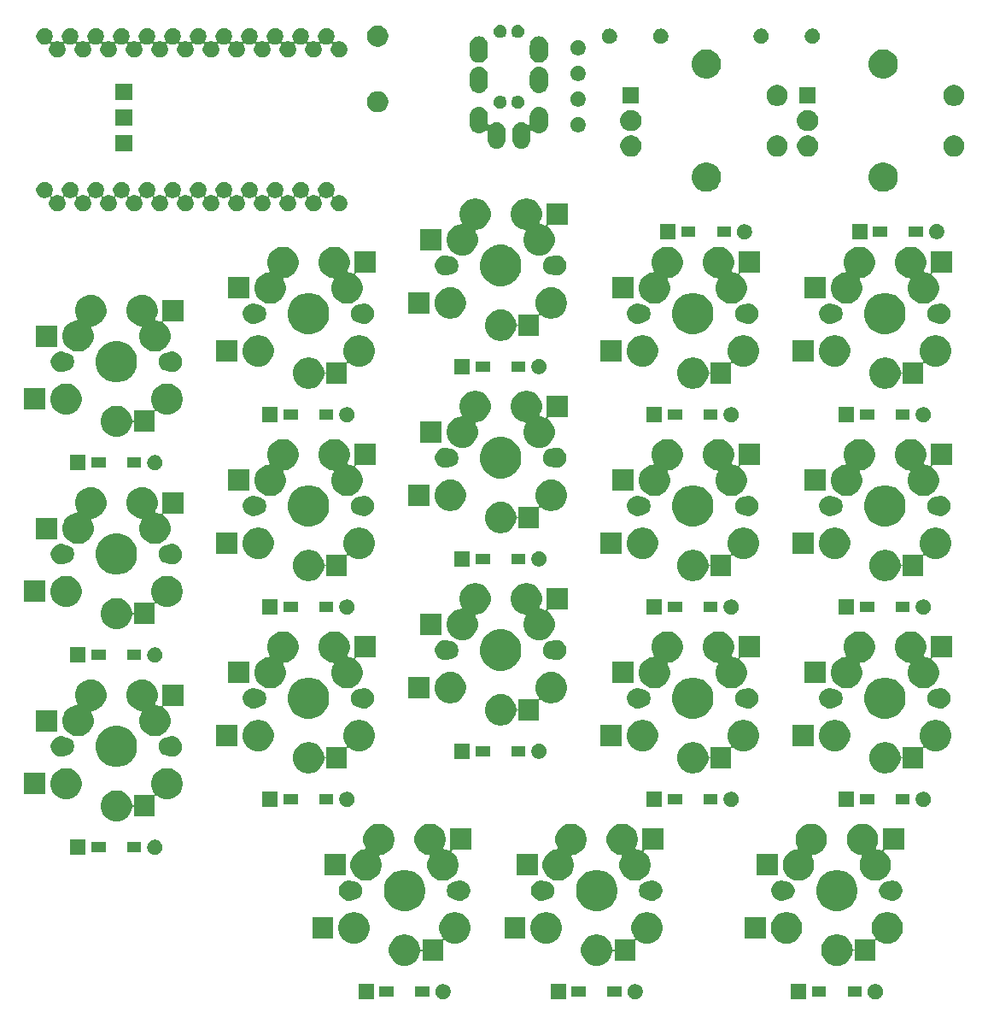
<source format=gbr>
G04 #@! TF.GenerationSoftware,KiCad,Pcbnew,(5.1.6-0-10_14)*
G04 #@! TF.CreationDate,2022-10-29T14:19:20+09:00*
G04 #@! TF.ProjectId,cool536v130,636f6f6c-3533-4367-9631-33302e6b6963,rev?*
G04 #@! TF.SameCoordinates,Original*
G04 #@! TF.FileFunction,Soldermask,Bot*
G04 #@! TF.FilePolarity,Negative*
%FSLAX46Y46*%
G04 Gerber Fmt 4.6, Leading zero omitted, Abs format (unit mm)*
G04 Created by KiCad (PCBNEW (5.1.6-0-10_14)) date 2022-10-29 14:19:20*
%MOMM*%
%LPD*%
G01*
G04 APERTURE LIST*
%ADD10C,0.100000*%
G04 APERTURE END LIST*
D10*
G36*
X124892425Y-129937099D02*
G01*
X125016621Y-129961802D01*
X125153022Y-130018301D01*
X125275779Y-130100325D01*
X125380175Y-130204721D01*
X125462199Y-130327478D01*
X125518698Y-130463879D01*
X125547500Y-130608681D01*
X125547500Y-130756319D01*
X125518698Y-130901121D01*
X125462199Y-131037522D01*
X125380175Y-131160279D01*
X125275779Y-131264675D01*
X125153022Y-131346699D01*
X125016621Y-131403198D01*
X124892425Y-131427901D01*
X124871820Y-131432000D01*
X124724180Y-131432000D01*
X124703575Y-131427901D01*
X124579379Y-131403198D01*
X124442978Y-131346699D01*
X124320221Y-131264675D01*
X124215825Y-131160279D01*
X124133801Y-131037522D01*
X124077302Y-130901121D01*
X124048500Y-130756319D01*
X124048500Y-130608681D01*
X124077302Y-130463879D01*
X124133801Y-130327478D01*
X124215825Y-130204721D01*
X124320221Y-130100325D01*
X124442978Y-130018301D01*
X124579379Y-129961802D01*
X124703575Y-129937099D01*
X124724180Y-129933000D01*
X124871820Y-129933000D01*
X124892425Y-129937099D01*
G37*
G36*
X117927500Y-131432000D02*
G01*
X116428500Y-131432000D01*
X116428500Y-129933000D01*
X117927500Y-129933000D01*
X117927500Y-131432000D01*
G37*
G36*
X101079425Y-129937099D02*
G01*
X101203621Y-129961802D01*
X101340022Y-130018301D01*
X101462779Y-130100325D01*
X101567175Y-130204721D01*
X101649199Y-130327478D01*
X101705698Y-130463879D01*
X101734500Y-130608681D01*
X101734500Y-130756319D01*
X101705698Y-130901121D01*
X101649199Y-131037522D01*
X101567175Y-131160279D01*
X101462779Y-131264675D01*
X101340022Y-131346699D01*
X101203621Y-131403198D01*
X101079425Y-131427901D01*
X101058820Y-131432000D01*
X100911180Y-131432000D01*
X100890575Y-131427901D01*
X100766379Y-131403198D01*
X100629978Y-131346699D01*
X100507221Y-131264675D01*
X100402825Y-131160279D01*
X100320801Y-131037522D01*
X100264302Y-130901121D01*
X100235500Y-130756319D01*
X100235500Y-130608681D01*
X100264302Y-130463879D01*
X100320801Y-130327478D01*
X100402825Y-130204721D01*
X100507221Y-130100325D01*
X100629978Y-130018301D01*
X100766379Y-129961802D01*
X100890575Y-129937099D01*
X100911180Y-129933000D01*
X101058820Y-129933000D01*
X101079425Y-129937099D01*
G37*
G36*
X94114500Y-131432000D02*
G01*
X92615500Y-131432000D01*
X92615500Y-129933000D01*
X94114500Y-129933000D01*
X94114500Y-131432000D01*
G37*
G36*
X82029425Y-129937099D02*
G01*
X82153621Y-129961802D01*
X82290022Y-130018301D01*
X82412779Y-130100325D01*
X82517175Y-130204721D01*
X82599199Y-130327478D01*
X82655698Y-130463879D01*
X82684500Y-130608681D01*
X82684500Y-130756319D01*
X82655698Y-130901121D01*
X82599199Y-131037522D01*
X82517175Y-131160279D01*
X82412779Y-131264675D01*
X82290022Y-131346699D01*
X82153621Y-131403198D01*
X82029425Y-131427901D01*
X82008820Y-131432000D01*
X81861180Y-131432000D01*
X81840575Y-131427901D01*
X81716379Y-131403198D01*
X81579978Y-131346699D01*
X81457221Y-131264675D01*
X81352825Y-131160279D01*
X81270801Y-131037522D01*
X81214302Y-130901121D01*
X81185500Y-130756319D01*
X81185500Y-130608681D01*
X81214302Y-130463879D01*
X81270801Y-130327478D01*
X81352825Y-130204721D01*
X81457221Y-130100325D01*
X81579978Y-130018301D01*
X81716379Y-129961802D01*
X81840575Y-129937099D01*
X81861180Y-129933000D01*
X82008820Y-129933000D01*
X82029425Y-129937099D01*
G37*
G36*
X75064500Y-131432000D02*
G01*
X73565500Y-131432000D01*
X73565500Y-129933000D01*
X75064500Y-129933000D01*
X75064500Y-131432000D01*
G37*
G36*
X123464000Y-131208500D02*
G01*
X122062000Y-131208500D01*
X122062000Y-130156500D01*
X123464000Y-130156500D01*
X123464000Y-131208500D01*
G37*
G36*
X119914000Y-131208500D02*
G01*
X118512000Y-131208500D01*
X118512000Y-130156500D01*
X119914000Y-130156500D01*
X119914000Y-131208500D01*
G37*
G36*
X99651000Y-131208500D02*
G01*
X98249000Y-131208500D01*
X98249000Y-130156500D01*
X99651000Y-130156500D01*
X99651000Y-131208500D01*
G37*
G36*
X96101000Y-131208500D02*
G01*
X94699000Y-131208500D01*
X94699000Y-130156500D01*
X96101000Y-130156500D01*
X96101000Y-131208500D01*
G37*
G36*
X80601000Y-131208500D02*
G01*
X79199000Y-131208500D01*
X79199000Y-130156500D01*
X80601000Y-130156500D01*
X80601000Y-131208500D01*
G37*
G36*
X77051000Y-131208500D02*
G01*
X75649000Y-131208500D01*
X75649000Y-130156500D01*
X77051000Y-130156500D01*
X77051000Y-131208500D01*
G37*
G36*
X102477585Y-122861302D02*
G01*
X102627410Y-122891104D01*
X102909674Y-123008021D01*
X103163705Y-123177759D01*
X103379741Y-123393795D01*
X103549479Y-123647826D01*
X103666396Y-123930090D01*
X103726000Y-124229740D01*
X103726000Y-124535260D01*
X103666396Y-124834910D01*
X103549479Y-125117174D01*
X103379741Y-125371205D01*
X103163705Y-125587241D01*
X102909674Y-125756979D01*
X102627410Y-125873896D01*
X102477585Y-125903698D01*
X102327761Y-125933500D01*
X102022239Y-125933500D01*
X101872415Y-125903698D01*
X101722590Y-125873896D01*
X101440326Y-125756979D01*
X101186295Y-125587241D01*
X101186290Y-125587236D01*
X101182662Y-125584812D01*
X101170445Y-125574786D01*
X101148834Y-125563235D01*
X101125385Y-125556122D01*
X101100999Y-125553720D01*
X101076613Y-125556122D01*
X101053164Y-125563235D01*
X101031553Y-125574786D01*
X101012611Y-125590331D01*
X100997066Y-125609273D01*
X100985515Y-125630884D01*
X100978402Y-125654333D01*
X100976000Y-125678719D01*
X100976000Y-127633500D01*
X98974000Y-127633500D01*
X98974000Y-126757616D01*
X98971598Y-126733230D01*
X98964485Y-126709781D01*
X98952934Y-126688170D01*
X98937389Y-126669228D01*
X98918447Y-126653683D01*
X98896836Y-126642132D01*
X98873387Y-126635019D01*
X98849001Y-126632617D01*
X98824615Y-126635019D01*
X98801166Y-126642132D01*
X98779555Y-126653683D01*
X98760613Y-126669228D01*
X98745068Y-126688170D01*
X98733517Y-126709781D01*
X98726404Y-126733230D01*
X98726000Y-126735260D01*
X98666396Y-127034910D01*
X98549479Y-127317174D01*
X98379741Y-127571205D01*
X98163705Y-127787241D01*
X97909674Y-127956979D01*
X97627410Y-128073896D01*
X97477585Y-128103698D01*
X97327761Y-128133500D01*
X97022239Y-128133500D01*
X96872415Y-128103698D01*
X96722590Y-128073896D01*
X96440326Y-127956979D01*
X96186295Y-127787241D01*
X95970259Y-127571205D01*
X95800521Y-127317174D01*
X95683604Y-127034910D01*
X95624000Y-126735260D01*
X95624000Y-126429740D01*
X95683604Y-126130090D01*
X95800521Y-125847826D01*
X95970259Y-125593795D01*
X96186295Y-125377759D01*
X96440326Y-125208021D01*
X96722590Y-125091104D01*
X96872415Y-125061302D01*
X97022239Y-125031500D01*
X97327761Y-125031500D01*
X97477585Y-125061302D01*
X97627410Y-125091104D01*
X97909674Y-125208021D01*
X98163705Y-125377759D01*
X98379741Y-125593795D01*
X98549479Y-125847826D01*
X98666396Y-126130090D01*
X98666396Y-126130091D01*
X98726404Y-126431770D01*
X98733517Y-126455219D01*
X98745068Y-126476830D01*
X98760613Y-126495772D01*
X98779555Y-126511317D01*
X98801166Y-126522868D01*
X98824615Y-126529981D01*
X98849001Y-126532383D01*
X98873387Y-126529981D01*
X98896836Y-126522868D01*
X98918447Y-126511317D01*
X98937389Y-126495772D01*
X98952934Y-126476830D01*
X98964485Y-126455219D01*
X98971598Y-126431770D01*
X98974000Y-126407384D01*
X98974000Y-125531500D01*
X100843509Y-125531500D01*
X100867895Y-125529098D01*
X100891344Y-125521985D01*
X100912955Y-125510434D01*
X100931897Y-125494889D01*
X100947442Y-125475947D01*
X100958993Y-125454336D01*
X100966106Y-125430887D01*
X100968508Y-125406501D01*
X100966106Y-125382115D01*
X100958993Y-125358666D01*
X100947447Y-125337065D01*
X100800521Y-125117174D01*
X100683604Y-124834910D01*
X100624000Y-124535260D01*
X100624000Y-124229740D01*
X100683604Y-123930090D01*
X100800521Y-123647826D01*
X100970259Y-123393795D01*
X101186295Y-123177759D01*
X101440326Y-123008021D01*
X101722590Y-122891104D01*
X101872415Y-122861302D01*
X102022239Y-122831500D01*
X102327761Y-122831500D01*
X102477585Y-122861302D01*
G37*
G36*
X126290585Y-122861302D02*
G01*
X126440410Y-122891104D01*
X126722674Y-123008021D01*
X126976705Y-123177759D01*
X127192741Y-123393795D01*
X127362479Y-123647826D01*
X127479396Y-123930090D01*
X127539000Y-124229740D01*
X127539000Y-124535260D01*
X127479396Y-124834910D01*
X127362479Y-125117174D01*
X127192741Y-125371205D01*
X126976705Y-125587241D01*
X126722674Y-125756979D01*
X126440410Y-125873896D01*
X126290585Y-125903698D01*
X126140761Y-125933500D01*
X125835239Y-125933500D01*
X125685415Y-125903698D01*
X125535590Y-125873896D01*
X125253326Y-125756979D01*
X124999295Y-125587241D01*
X124999290Y-125587236D01*
X124995662Y-125584812D01*
X124983445Y-125574786D01*
X124961834Y-125563235D01*
X124938385Y-125556122D01*
X124913999Y-125553720D01*
X124889613Y-125556122D01*
X124866164Y-125563235D01*
X124844553Y-125574786D01*
X124825611Y-125590331D01*
X124810066Y-125609273D01*
X124798515Y-125630884D01*
X124791402Y-125654333D01*
X124789000Y-125678719D01*
X124789000Y-127633500D01*
X122787000Y-127633500D01*
X122787000Y-126757616D01*
X122784598Y-126733230D01*
X122777485Y-126709781D01*
X122765934Y-126688170D01*
X122750389Y-126669228D01*
X122731447Y-126653683D01*
X122709836Y-126642132D01*
X122686387Y-126635019D01*
X122662001Y-126632617D01*
X122637615Y-126635019D01*
X122614166Y-126642132D01*
X122592555Y-126653683D01*
X122573613Y-126669228D01*
X122558068Y-126688170D01*
X122546517Y-126709781D01*
X122539404Y-126733230D01*
X122539000Y-126735260D01*
X122479396Y-127034910D01*
X122362479Y-127317174D01*
X122192741Y-127571205D01*
X121976705Y-127787241D01*
X121722674Y-127956979D01*
X121440410Y-128073896D01*
X121290585Y-128103698D01*
X121140761Y-128133500D01*
X120835239Y-128133500D01*
X120685415Y-128103698D01*
X120535590Y-128073896D01*
X120253326Y-127956979D01*
X119999295Y-127787241D01*
X119783259Y-127571205D01*
X119613521Y-127317174D01*
X119496604Y-127034910D01*
X119437000Y-126735260D01*
X119437000Y-126429740D01*
X119496604Y-126130090D01*
X119613521Y-125847826D01*
X119783259Y-125593795D01*
X119999295Y-125377759D01*
X120253326Y-125208021D01*
X120535590Y-125091104D01*
X120685415Y-125061302D01*
X120835239Y-125031500D01*
X121140761Y-125031500D01*
X121290585Y-125061302D01*
X121440410Y-125091104D01*
X121722674Y-125208021D01*
X121976705Y-125377759D01*
X122192741Y-125593795D01*
X122362479Y-125847826D01*
X122479396Y-126130090D01*
X122479396Y-126130091D01*
X122539404Y-126431770D01*
X122546517Y-126455219D01*
X122558068Y-126476830D01*
X122573613Y-126495772D01*
X122592555Y-126511317D01*
X122614166Y-126522868D01*
X122637615Y-126529981D01*
X122662001Y-126532383D01*
X122686387Y-126529981D01*
X122709836Y-126522868D01*
X122731447Y-126511317D01*
X122750389Y-126495772D01*
X122765934Y-126476830D01*
X122777485Y-126455219D01*
X122784598Y-126431770D01*
X122787000Y-126407384D01*
X122787000Y-125531500D01*
X124656509Y-125531500D01*
X124680895Y-125529098D01*
X124704344Y-125521985D01*
X124725955Y-125510434D01*
X124744897Y-125494889D01*
X124760442Y-125475947D01*
X124771993Y-125454336D01*
X124779106Y-125430887D01*
X124781508Y-125406501D01*
X124779106Y-125382115D01*
X124771993Y-125358666D01*
X124760447Y-125337065D01*
X124613521Y-125117174D01*
X124496604Y-124834910D01*
X124437000Y-124535260D01*
X124437000Y-124229740D01*
X124496604Y-123930090D01*
X124613521Y-123647826D01*
X124783259Y-123393795D01*
X124999295Y-123177759D01*
X125253326Y-123008021D01*
X125535590Y-122891104D01*
X125685415Y-122861302D01*
X125835239Y-122831500D01*
X126140761Y-122831500D01*
X126290585Y-122861302D01*
G37*
G36*
X83427585Y-122861302D02*
G01*
X83577410Y-122891104D01*
X83859674Y-123008021D01*
X84113705Y-123177759D01*
X84329741Y-123393795D01*
X84499479Y-123647826D01*
X84616396Y-123930090D01*
X84676000Y-124229740D01*
X84676000Y-124535260D01*
X84616396Y-124834910D01*
X84499479Y-125117174D01*
X84329741Y-125371205D01*
X84113705Y-125587241D01*
X83859674Y-125756979D01*
X83577410Y-125873896D01*
X83427585Y-125903698D01*
X83277761Y-125933500D01*
X82972239Y-125933500D01*
X82822415Y-125903698D01*
X82672590Y-125873896D01*
X82390326Y-125756979D01*
X82136295Y-125587241D01*
X82136290Y-125587236D01*
X82132662Y-125584812D01*
X82120445Y-125574786D01*
X82098834Y-125563235D01*
X82075385Y-125556122D01*
X82050999Y-125553720D01*
X82026613Y-125556122D01*
X82003164Y-125563235D01*
X81981553Y-125574786D01*
X81962611Y-125590331D01*
X81947066Y-125609273D01*
X81935515Y-125630884D01*
X81928402Y-125654333D01*
X81926000Y-125678719D01*
X81926000Y-127633500D01*
X79924000Y-127633500D01*
X79924000Y-126757616D01*
X79921598Y-126733230D01*
X79914485Y-126709781D01*
X79902934Y-126688170D01*
X79887389Y-126669228D01*
X79868447Y-126653683D01*
X79846836Y-126642132D01*
X79823387Y-126635019D01*
X79799001Y-126632617D01*
X79774615Y-126635019D01*
X79751166Y-126642132D01*
X79729555Y-126653683D01*
X79710613Y-126669228D01*
X79695068Y-126688170D01*
X79683517Y-126709781D01*
X79676404Y-126733230D01*
X79676000Y-126735260D01*
X79616396Y-127034910D01*
X79499479Y-127317174D01*
X79329741Y-127571205D01*
X79113705Y-127787241D01*
X78859674Y-127956979D01*
X78577410Y-128073896D01*
X78427585Y-128103698D01*
X78277761Y-128133500D01*
X77972239Y-128133500D01*
X77822415Y-128103698D01*
X77672590Y-128073896D01*
X77390326Y-127956979D01*
X77136295Y-127787241D01*
X76920259Y-127571205D01*
X76750521Y-127317174D01*
X76633604Y-127034910D01*
X76574000Y-126735260D01*
X76574000Y-126429740D01*
X76633604Y-126130090D01*
X76750521Y-125847826D01*
X76920259Y-125593795D01*
X77136295Y-125377759D01*
X77390326Y-125208021D01*
X77672590Y-125091104D01*
X77822415Y-125061302D01*
X77972239Y-125031500D01*
X78277761Y-125031500D01*
X78427585Y-125061302D01*
X78577410Y-125091104D01*
X78859674Y-125208021D01*
X79113705Y-125377759D01*
X79329741Y-125593795D01*
X79499479Y-125847826D01*
X79616396Y-126130090D01*
X79616396Y-126130091D01*
X79676404Y-126431770D01*
X79683517Y-126455219D01*
X79695068Y-126476830D01*
X79710613Y-126495772D01*
X79729555Y-126511317D01*
X79751166Y-126522868D01*
X79774615Y-126529981D01*
X79799001Y-126532383D01*
X79823387Y-126529981D01*
X79846836Y-126522868D01*
X79868447Y-126511317D01*
X79887389Y-126495772D01*
X79902934Y-126476830D01*
X79914485Y-126455219D01*
X79921598Y-126431770D01*
X79924000Y-126407384D01*
X79924000Y-125531500D01*
X81793509Y-125531500D01*
X81817895Y-125529098D01*
X81841344Y-125521985D01*
X81862955Y-125510434D01*
X81881897Y-125494889D01*
X81897442Y-125475947D01*
X81908993Y-125454336D01*
X81916106Y-125430887D01*
X81918508Y-125406501D01*
X81916106Y-125382115D01*
X81908993Y-125358666D01*
X81897447Y-125337065D01*
X81750521Y-125117174D01*
X81633604Y-124834910D01*
X81574000Y-124535260D01*
X81574000Y-124229740D01*
X81633604Y-123930090D01*
X81750521Y-123647826D01*
X81920259Y-123393795D01*
X82136295Y-123177759D01*
X82390326Y-123008021D01*
X82672590Y-122891104D01*
X82822415Y-122861302D01*
X82972239Y-122831500D01*
X83277761Y-122831500D01*
X83427585Y-122861302D01*
G37*
G36*
X73427585Y-122861302D02*
G01*
X73577410Y-122891104D01*
X73859674Y-123008021D01*
X74113705Y-123177759D01*
X74329741Y-123393795D01*
X74499479Y-123647826D01*
X74616396Y-123930090D01*
X74676000Y-124229740D01*
X74676000Y-124535260D01*
X74616396Y-124834910D01*
X74499479Y-125117174D01*
X74329741Y-125371205D01*
X74113705Y-125587241D01*
X73859674Y-125756979D01*
X73577410Y-125873896D01*
X73427585Y-125903698D01*
X73277761Y-125933500D01*
X72972239Y-125933500D01*
X72822415Y-125903698D01*
X72672590Y-125873896D01*
X72390326Y-125756979D01*
X72136295Y-125587241D01*
X71920259Y-125371205D01*
X71750521Y-125117174D01*
X71633604Y-124834910D01*
X71574000Y-124535260D01*
X71574000Y-124229740D01*
X71633604Y-123930090D01*
X71750521Y-123647826D01*
X71920259Y-123393795D01*
X72136295Y-123177759D01*
X72390326Y-123008021D01*
X72672590Y-122891104D01*
X72822415Y-122861302D01*
X72972239Y-122831500D01*
X73277761Y-122831500D01*
X73427585Y-122861302D01*
G37*
G36*
X92477585Y-122861302D02*
G01*
X92627410Y-122891104D01*
X92909674Y-123008021D01*
X93163705Y-123177759D01*
X93379741Y-123393795D01*
X93549479Y-123647826D01*
X93666396Y-123930090D01*
X93726000Y-124229740D01*
X93726000Y-124535260D01*
X93666396Y-124834910D01*
X93549479Y-125117174D01*
X93379741Y-125371205D01*
X93163705Y-125587241D01*
X92909674Y-125756979D01*
X92627410Y-125873896D01*
X92477585Y-125903698D01*
X92327761Y-125933500D01*
X92022239Y-125933500D01*
X91872415Y-125903698D01*
X91722590Y-125873896D01*
X91440326Y-125756979D01*
X91186295Y-125587241D01*
X90970259Y-125371205D01*
X90800521Y-125117174D01*
X90683604Y-124834910D01*
X90624000Y-124535260D01*
X90624000Y-124229740D01*
X90683604Y-123930090D01*
X90800521Y-123647826D01*
X90970259Y-123393795D01*
X91186295Y-123177759D01*
X91440326Y-123008021D01*
X91722590Y-122891104D01*
X91872415Y-122861302D01*
X92022239Y-122831500D01*
X92327761Y-122831500D01*
X92477585Y-122861302D01*
G37*
G36*
X116290585Y-122861302D02*
G01*
X116440410Y-122891104D01*
X116722674Y-123008021D01*
X116976705Y-123177759D01*
X117192741Y-123393795D01*
X117362479Y-123647826D01*
X117479396Y-123930090D01*
X117539000Y-124229740D01*
X117539000Y-124535260D01*
X117479396Y-124834910D01*
X117362479Y-125117174D01*
X117192741Y-125371205D01*
X116976705Y-125587241D01*
X116722674Y-125756979D01*
X116440410Y-125873896D01*
X116290585Y-125903698D01*
X116140761Y-125933500D01*
X115835239Y-125933500D01*
X115685415Y-125903698D01*
X115535590Y-125873896D01*
X115253326Y-125756979D01*
X114999295Y-125587241D01*
X114783259Y-125371205D01*
X114613521Y-125117174D01*
X114496604Y-124834910D01*
X114437000Y-124535260D01*
X114437000Y-124229740D01*
X114496604Y-123930090D01*
X114613521Y-123647826D01*
X114783259Y-123393795D01*
X114999295Y-123177759D01*
X115253326Y-123008021D01*
X115535590Y-122891104D01*
X115685415Y-122861302D01*
X115835239Y-122831500D01*
X116140761Y-122831500D01*
X116290585Y-122861302D01*
G37*
G36*
X90126000Y-125433500D02*
G01*
X88024000Y-125433500D01*
X88024000Y-123331500D01*
X90126000Y-123331500D01*
X90126000Y-125433500D01*
G37*
G36*
X71076000Y-125433500D02*
G01*
X68974000Y-125433500D01*
X68974000Y-123331500D01*
X71076000Y-123331500D01*
X71076000Y-125433500D01*
G37*
G36*
X113939000Y-125433500D02*
G01*
X111837000Y-125433500D01*
X111837000Y-123331500D01*
X113939000Y-123331500D01*
X113939000Y-125433500D01*
G37*
G36*
X121586254Y-118710318D02*
G01*
X121959511Y-118864926D01*
X121959513Y-118864927D01*
X122295436Y-119089384D01*
X122581116Y-119375064D01*
X122793889Y-119693500D01*
X122805574Y-119710989D01*
X122960182Y-120084246D01*
X123039000Y-120480493D01*
X123039000Y-120884507D01*
X122960182Y-121280754D01*
X122830839Y-121593015D01*
X122805573Y-121654013D01*
X122581116Y-121989936D01*
X122295436Y-122275616D01*
X121959513Y-122500073D01*
X121959512Y-122500074D01*
X121959511Y-122500074D01*
X121586254Y-122654682D01*
X121190007Y-122733500D01*
X120785993Y-122733500D01*
X120389746Y-122654682D01*
X120016489Y-122500074D01*
X120016488Y-122500074D01*
X120016487Y-122500073D01*
X119680564Y-122275616D01*
X119394884Y-121989936D01*
X119170427Y-121654013D01*
X119145161Y-121593015D01*
X119015818Y-121280754D01*
X118937000Y-120884507D01*
X118937000Y-120480493D01*
X119015818Y-120084246D01*
X119170426Y-119710989D01*
X119182112Y-119693500D01*
X119394884Y-119375064D01*
X119680564Y-119089384D01*
X120016487Y-118864927D01*
X120016489Y-118864926D01*
X120389746Y-118710318D01*
X120785993Y-118631500D01*
X121190007Y-118631500D01*
X121586254Y-118710318D01*
G37*
G36*
X97773254Y-118710318D02*
G01*
X98146511Y-118864926D01*
X98146513Y-118864927D01*
X98482436Y-119089384D01*
X98768116Y-119375064D01*
X98980889Y-119693500D01*
X98992574Y-119710989D01*
X99147182Y-120084246D01*
X99226000Y-120480493D01*
X99226000Y-120884507D01*
X99147182Y-121280754D01*
X99017839Y-121593015D01*
X98992573Y-121654013D01*
X98768116Y-121989936D01*
X98482436Y-122275616D01*
X98146513Y-122500073D01*
X98146512Y-122500074D01*
X98146511Y-122500074D01*
X97773254Y-122654682D01*
X97377007Y-122733500D01*
X96972993Y-122733500D01*
X96576746Y-122654682D01*
X96203489Y-122500074D01*
X96203488Y-122500074D01*
X96203487Y-122500073D01*
X95867564Y-122275616D01*
X95581884Y-121989936D01*
X95357427Y-121654013D01*
X95332161Y-121593015D01*
X95202818Y-121280754D01*
X95124000Y-120884507D01*
X95124000Y-120480493D01*
X95202818Y-120084246D01*
X95357426Y-119710989D01*
X95369112Y-119693500D01*
X95581884Y-119375064D01*
X95867564Y-119089384D01*
X96203487Y-118864927D01*
X96203489Y-118864926D01*
X96576746Y-118710318D01*
X96972993Y-118631500D01*
X97377007Y-118631500D01*
X97773254Y-118710318D01*
G37*
G36*
X78723254Y-118710318D02*
G01*
X79096511Y-118864926D01*
X79096513Y-118864927D01*
X79432436Y-119089384D01*
X79718116Y-119375064D01*
X79930889Y-119693500D01*
X79942574Y-119710989D01*
X80097182Y-120084246D01*
X80176000Y-120480493D01*
X80176000Y-120884507D01*
X80097182Y-121280754D01*
X79967839Y-121593015D01*
X79942573Y-121654013D01*
X79718116Y-121989936D01*
X79432436Y-122275616D01*
X79096513Y-122500073D01*
X79096512Y-122500074D01*
X79096511Y-122500074D01*
X78723254Y-122654682D01*
X78327007Y-122733500D01*
X77922993Y-122733500D01*
X77526746Y-122654682D01*
X77153489Y-122500074D01*
X77153488Y-122500074D01*
X77153487Y-122500073D01*
X76817564Y-122275616D01*
X76531884Y-121989936D01*
X76307427Y-121654013D01*
X76282161Y-121593015D01*
X76152818Y-121280754D01*
X76074000Y-120884507D01*
X76074000Y-120480493D01*
X76152818Y-120084246D01*
X76307426Y-119710989D01*
X76319112Y-119693500D01*
X76531884Y-119375064D01*
X76817564Y-119089384D01*
X77153487Y-118864927D01*
X77153489Y-118864926D01*
X77526746Y-118710318D01*
X77922993Y-118631500D01*
X78327007Y-118631500D01*
X78723254Y-118710318D01*
G37*
G36*
X126646918Y-119693500D02*
G01*
X126779981Y-119719968D01*
X126962151Y-119795426D01*
X127126100Y-119904973D01*
X127265527Y-120044400D01*
X127375074Y-120208349D01*
X127450532Y-120390519D01*
X127489000Y-120583910D01*
X127489000Y-120781090D01*
X127450532Y-120974481D01*
X127375074Y-121156651D01*
X127265527Y-121320600D01*
X127126100Y-121460027D01*
X126962151Y-121569574D01*
X126779981Y-121645032D01*
X126683285Y-121664266D01*
X126586591Y-121683500D01*
X126389409Y-121683500D01*
X126292715Y-121664266D01*
X126196019Y-121645032D01*
X126070440Y-121593015D01*
X126046991Y-121585902D01*
X126022605Y-121583500D01*
X125979258Y-121583500D01*
X125954488Y-121578573D01*
X125805188Y-121548876D01*
X125641216Y-121480956D01*
X125493646Y-121382353D01*
X125368147Y-121256854D01*
X125269544Y-121109284D01*
X125201624Y-120945312D01*
X125167000Y-120771241D01*
X125167000Y-120593759D01*
X125201624Y-120419688D01*
X125269544Y-120255716D01*
X125368147Y-120108146D01*
X125493646Y-119982647D01*
X125641216Y-119884044D01*
X125805188Y-119816124D01*
X125954488Y-119786427D01*
X125979258Y-119781500D01*
X126022605Y-119781500D01*
X126046991Y-119779098D01*
X126070440Y-119771985D01*
X126075690Y-119769811D01*
X126196019Y-119719968D01*
X126329082Y-119693500D01*
X126389409Y-119681500D01*
X126586591Y-119681500D01*
X126646918Y-119693500D01*
G37*
G36*
X83783918Y-119693500D02*
G01*
X83916981Y-119719968D01*
X84099151Y-119795426D01*
X84263100Y-119904973D01*
X84402527Y-120044400D01*
X84512074Y-120208349D01*
X84587532Y-120390519D01*
X84626000Y-120583910D01*
X84626000Y-120781090D01*
X84587532Y-120974481D01*
X84512074Y-121156651D01*
X84402527Y-121320600D01*
X84263100Y-121460027D01*
X84099151Y-121569574D01*
X83916981Y-121645032D01*
X83820285Y-121664266D01*
X83723591Y-121683500D01*
X83526409Y-121683500D01*
X83429715Y-121664266D01*
X83333019Y-121645032D01*
X83207440Y-121593015D01*
X83183991Y-121585902D01*
X83159605Y-121583500D01*
X83116258Y-121583500D01*
X83091488Y-121578573D01*
X82942188Y-121548876D01*
X82778216Y-121480956D01*
X82630646Y-121382353D01*
X82505147Y-121256854D01*
X82406544Y-121109284D01*
X82338624Y-120945312D01*
X82304000Y-120771241D01*
X82304000Y-120593759D01*
X82338624Y-120419688D01*
X82406544Y-120255716D01*
X82505147Y-120108146D01*
X82630646Y-119982647D01*
X82778216Y-119884044D01*
X82942188Y-119816124D01*
X83091488Y-119786427D01*
X83116258Y-119781500D01*
X83159605Y-119781500D01*
X83183991Y-119779098D01*
X83207440Y-119771985D01*
X83212690Y-119769811D01*
X83333019Y-119719968D01*
X83466082Y-119693500D01*
X83526409Y-119681500D01*
X83723591Y-119681500D01*
X83783918Y-119693500D01*
G37*
G36*
X72783918Y-119693500D02*
G01*
X72916981Y-119719968D01*
X73037310Y-119769811D01*
X73042560Y-119771985D01*
X73066009Y-119779098D01*
X73090395Y-119781500D01*
X73133742Y-119781500D01*
X73158512Y-119786427D01*
X73307812Y-119816124D01*
X73471784Y-119884044D01*
X73619354Y-119982647D01*
X73744853Y-120108146D01*
X73843456Y-120255716D01*
X73911376Y-120419688D01*
X73946000Y-120593759D01*
X73946000Y-120771241D01*
X73911376Y-120945312D01*
X73843456Y-121109284D01*
X73744853Y-121256854D01*
X73619354Y-121382353D01*
X73471784Y-121480956D01*
X73307812Y-121548876D01*
X73158512Y-121578573D01*
X73133742Y-121583500D01*
X73090395Y-121583500D01*
X73066009Y-121585902D01*
X73042560Y-121593015D01*
X72916981Y-121645032D01*
X72820285Y-121664266D01*
X72723591Y-121683500D01*
X72526409Y-121683500D01*
X72429715Y-121664266D01*
X72333019Y-121645032D01*
X72150849Y-121569574D01*
X71986900Y-121460027D01*
X71847473Y-121320600D01*
X71737926Y-121156651D01*
X71662468Y-120974481D01*
X71624000Y-120781090D01*
X71624000Y-120583910D01*
X71662468Y-120390519D01*
X71737926Y-120208349D01*
X71847473Y-120044400D01*
X71986900Y-119904973D01*
X72150849Y-119795426D01*
X72333019Y-119719968D01*
X72466082Y-119693500D01*
X72526409Y-119681500D01*
X72723591Y-119681500D01*
X72783918Y-119693500D01*
G37*
G36*
X115646918Y-119693500D02*
G01*
X115779981Y-119719968D01*
X115900310Y-119769811D01*
X115905560Y-119771985D01*
X115929009Y-119779098D01*
X115953395Y-119781500D01*
X115996742Y-119781500D01*
X116021512Y-119786427D01*
X116170812Y-119816124D01*
X116334784Y-119884044D01*
X116482354Y-119982647D01*
X116607853Y-120108146D01*
X116706456Y-120255716D01*
X116774376Y-120419688D01*
X116809000Y-120593759D01*
X116809000Y-120771241D01*
X116774376Y-120945312D01*
X116706456Y-121109284D01*
X116607853Y-121256854D01*
X116482354Y-121382353D01*
X116334784Y-121480956D01*
X116170812Y-121548876D01*
X116021512Y-121578573D01*
X115996742Y-121583500D01*
X115953395Y-121583500D01*
X115929009Y-121585902D01*
X115905560Y-121593015D01*
X115779981Y-121645032D01*
X115683285Y-121664266D01*
X115586591Y-121683500D01*
X115389409Y-121683500D01*
X115292715Y-121664266D01*
X115196019Y-121645032D01*
X115013849Y-121569574D01*
X114849900Y-121460027D01*
X114710473Y-121320600D01*
X114600926Y-121156651D01*
X114525468Y-120974481D01*
X114487000Y-120781090D01*
X114487000Y-120583910D01*
X114525468Y-120390519D01*
X114600926Y-120208349D01*
X114710473Y-120044400D01*
X114849900Y-119904973D01*
X115013849Y-119795426D01*
X115196019Y-119719968D01*
X115329082Y-119693500D01*
X115389409Y-119681500D01*
X115586591Y-119681500D01*
X115646918Y-119693500D01*
G37*
G36*
X91833918Y-119693500D02*
G01*
X91966981Y-119719968D01*
X92087310Y-119769811D01*
X92092560Y-119771985D01*
X92116009Y-119779098D01*
X92140395Y-119781500D01*
X92183742Y-119781500D01*
X92208512Y-119786427D01*
X92357812Y-119816124D01*
X92521784Y-119884044D01*
X92669354Y-119982647D01*
X92794853Y-120108146D01*
X92893456Y-120255716D01*
X92961376Y-120419688D01*
X92996000Y-120593759D01*
X92996000Y-120771241D01*
X92961376Y-120945312D01*
X92893456Y-121109284D01*
X92794853Y-121256854D01*
X92669354Y-121382353D01*
X92521784Y-121480956D01*
X92357812Y-121548876D01*
X92208512Y-121578573D01*
X92183742Y-121583500D01*
X92140395Y-121583500D01*
X92116009Y-121585902D01*
X92092560Y-121593015D01*
X91966981Y-121645032D01*
X91870285Y-121664266D01*
X91773591Y-121683500D01*
X91576409Y-121683500D01*
X91479715Y-121664266D01*
X91383019Y-121645032D01*
X91200849Y-121569574D01*
X91036900Y-121460027D01*
X90897473Y-121320600D01*
X90787926Y-121156651D01*
X90712468Y-120974481D01*
X90674000Y-120781090D01*
X90674000Y-120583910D01*
X90712468Y-120390519D01*
X90787926Y-120208349D01*
X90897473Y-120044400D01*
X91036900Y-119904973D01*
X91200849Y-119795426D01*
X91383019Y-119719968D01*
X91516082Y-119693500D01*
X91576409Y-119681500D01*
X91773591Y-119681500D01*
X91833918Y-119693500D01*
G37*
G36*
X102833918Y-119693500D02*
G01*
X102966981Y-119719968D01*
X103149151Y-119795426D01*
X103313100Y-119904973D01*
X103452527Y-120044400D01*
X103562074Y-120208349D01*
X103637532Y-120390519D01*
X103676000Y-120583910D01*
X103676000Y-120781090D01*
X103637532Y-120974481D01*
X103562074Y-121156651D01*
X103452527Y-121320600D01*
X103313100Y-121460027D01*
X103149151Y-121569574D01*
X102966981Y-121645032D01*
X102870285Y-121664266D01*
X102773591Y-121683500D01*
X102576409Y-121683500D01*
X102479715Y-121664266D01*
X102383019Y-121645032D01*
X102257440Y-121593015D01*
X102233991Y-121585902D01*
X102209605Y-121583500D01*
X102166258Y-121583500D01*
X102141488Y-121578573D01*
X101992188Y-121548876D01*
X101828216Y-121480956D01*
X101680646Y-121382353D01*
X101555147Y-121256854D01*
X101456544Y-121109284D01*
X101388624Y-120945312D01*
X101354000Y-120771241D01*
X101354000Y-120593759D01*
X101388624Y-120419688D01*
X101456544Y-120255716D01*
X101555147Y-120108146D01*
X101680646Y-119982647D01*
X101828216Y-119884044D01*
X101992188Y-119816124D01*
X102141488Y-119786427D01*
X102166258Y-119781500D01*
X102209605Y-119781500D01*
X102233991Y-119779098D01*
X102257440Y-119771985D01*
X102262690Y-119769811D01*
X102383019Y-119719968D01*
X102516082Y-119693500D01*
X102576409Y-119681500D01*
X102773591Y-119681500D01*
X102833918Y-119693500D01*
G37*
G36*
X118750585Y-114081302D02*
G01*
X118900410Y-114111104D01*
X119182674Y-114228021D01*
X119436705Y-114397759D01*
X119652741Y-114613795D01*
X119822479Y-114867826D01*
X119939396Y-115150090D01*
X119999000Y-115449740D01*
X119999000Y-115755260D01*
X119939396Y-116054910D01*
X119822479Y-116337174D01*
X119652741Y-116591205D01*
X119436705Y-116807241D01*
X119182674Y-116976979D01*
X118900410Y-117093896D01*
X118817338Y-117110420D01*
X118591623Y-117155318D01*
X118568174Y-117162431D01*
X118546563Y-117173982D01*
X118527621Y-117189528D01*
X118512076Y-117208469D01*
X118500525Y-117230080D01*
X118493412Y-117253529D01*
X118491010Y-117277915D01*
X118493412Y-117302301D01*
X118500525Y-117325750D01*
X118512070Y-117347349D01*
X118552479Y-117407826D01*
X118669396Y-117690090D01*
X118729000Y-117989740D01*
X118729000Y-118295260D01*
X118669396Y-118594910D01*
X118552479Y-118877174D01*
X118382741Y-119131205D01*
X118166705Y-119347241D01*
X117912674Y-119516979D01*
X117630410Y-119633896D01*
X117480585Y-119663698D01*
X117330761Y-119693500D01*
X117025239Y-119693500D01*
X116875415Y-119663698D01*
X116725590Y-119633896D01*
X116443326Y-119516979D01*
X116189295Y-119347241D01*
X115973259Y-119131205D01*
X115803521Y-118877174D01*
X115686604Y-118594910D01*
X115627000Y-118295260D01*
X115627000Y-117989740D01*
X115686604Y-117690090D01*
X115803521Y-117407826D01*
X115973259Y-117153795D01*
X116189295Y-116937759D01*
X116443326Y-116768021D01*
X116725590Y-116651104D01*
X116828801Y-116630574D01*
X117034377Y-116589682D01*
X117057826Y-116582569D01*
X117079437Y-116571018D01*
X117098379Y-116555472D01*
X117113924Y-116536531D01*
X117125475Y-116514920D01*
X117132588Y-116491471D01*
X117134990Y-116467085D01*
X117132588Y-116442699D01*
X117125475Y-116419250D01*
X117113930Y-116397651D01*
X117073521Y-116337174D01*
X116956604Y-116054910D01*
X116897000Y-115755260D01*
X116897000Y-115449740D01*
X116956604Y-115150090D01*
X117073521Y-114867826D01*
X117243259Y-114613795D01*
X117459295Y-114397759D01*
X117713326Y-114228021D01*
X117995590Y-114111104D01*
X118145415Y-114081302D01*
X118295239Y-114051500D01*
X118600761Y-114051500D01*
X118750585Y-114081302D01*
G37*
G36*
X80967585Y-114081302D02*
G01*
X81117410Y-114111104D01*
X81399674Y-114228021D01*
X81653705Y-114397759D01*
X81869741Y-114613795D01*
X82039479Y-114867826D01*
X82156396Y-115150090D01*
X82216000Y-115449740D01*
X82216000Y-115755260D01*
X82156396Y-116054910D01*
X82039479Y-116337174D01*
X81999070Y-116397651D01*
X81987525Y-116419249D01*
X81980412Y-116442698D01*
X81978010Y-116467084D01*
X81980412Y-116491471D01*
X81987525Y-116514920D01*
X81999076Y-116536530D01*
X82014621Y-116555472D01*
X82033563Y-116571018D01*
X82055173Y-116582569D01*
X82078623Y-116589682D01*
X82387410Y-116651104D01*
X82501166Y-116698223D01*
X82524615Y-116705336D01*
X82549001Y-116707738D01*
X82573388Y-116705336D01*
X82596836Y-116698223D01*
X82618447Y-116686672D01*
X82637389Y-116671126D01*
X82652934Y-116652184D01*
X82664485Y-116630574D01*
X82671598Y-116607125D01*
X82674000Y-116582739D01*
X82674000Y-114551500D01*
X84776000Y-114551500D01*
X84776000Y-116653500D01*
X82910346Y-116653500D01*
X82885960Y-116655902D01*
X82862511Y-116663015D01*
X82840900Y-116674566D01*
X82821958Y-116690111D01*
X82806413Y-116709053D01*
X82794862Y-116730664D01*
X82787749Y-116754113D01*
X82785347Y-116778499D01*
X82787749Y-116802885D01*
X82794862Y-116826334D01*
X82806413Y-116847945D01*
X82821958Y-116866887D01*
X82840890Y-116882424D01*
X82923705Y-116937759D01*
X83139741Y-117153795D01*
X83309479Y-117407826D01*
X83426396Y-117690090D01*
X83486000Y-117989740D01*
X83486000Y-118295260D01*
X83426396Y-118594910D01*
X83309479Y-118877174D01*
X83139741Y-119131205D01*
X82923705Y-119347241D01*
X82669674Y-119516979D01*
X82387410Y-119633896D01*
X82237585Y-119663698D01*
X82087761Y-119693500D01*
X81782239Y-119693500D01*
X81632415Y-119663698D01*
X81482590Y-119633896D01*
X81200326Y-119516979D01*
X80946295Y-119347241D01*
X80730259Y-119131205D01*
X80560521Y-118877174D01*
X80443604Y-118594910D01*
X80384000Y-118295260D01*
X80384000Y-117989740D01*
X80443604Y-117690090D01*
X80560521Y-117407826D01*
X80600930Y-117347349D01*
X80612475Y-117325751D01*
X80619588Y-117302302D01*
X80621990Y-117277916D01*
X80619588Y-117253529D01*
X80612475Y-117230080D01*
X80600924Y-117208470D01*
X80585379Y-117189528D01*
X80566437Y-117173982D01*
X80544827Y-117162431D01*
X80521377Y-117155318D01*
X80295662Y-117110420D01*
X80212590Y-117093896D01*
X79930326Y-116976979D01*
X79676295Y-116807241D01*
X79460259Y-116591205D01*
X79290521Y-116337174D01*
X79173604Y-116054910D01*
X79114000Y-115755260D01*
X79114000Y-115449740D01*
X79173604Y-115150090D01*
X79290521Y-114867826D01*
X79460259Y-114613795D01*
X79676295Y-114397759D01*
X79930326Y-114228021D01*
X80212590Y-114111104D01*
X80362415Y-114081302D01*
X80512239Y-114051500D01*
X80817761Y-114051500D01*
X80967585Y-114081302D01*
G37*
G36*
X100017585Y-114081302D02*
G01*
X100167410Y-114111104D01*
X100449674Y-114228021D01*
X100703705Y-114397759D01*
X100919741Y-114613795D01*
X101089479Y-114867826D01*
X101206396Y-115150090D01*
X101266000Y-115449740D01*
X101266000Y-115755260D01*
X101206396Y-116054910D01*
X101089479Y-116337174D01*
X101049070Y-116397651D01*
X101037525Y-116419249D01*
X101030412Y-116442698D01*
X101028010Y-116467084D01*
X101030412Y-116491471D01*
X101037525Y-116514920D01*
X101049076Y-116536530D01*
X101064621Y-116555472D01*
X101083563Y-116571018D01*
X101105173Y-116582569D01*
X101128623Y-116589682D01*
X101437410Y-116651104D01*
X101551166Y-116698223D01*
X101574615Y-116705336D01*
X101599001Y-116707738D01*
X101623388Y-116705336D01*
X101646836Y-116698223D01*
X101668447Y-116686672D01*
X101687389Y-116671126D01*
X101702934Y-116652184D01*
X101714485Y-116630574D01*
X101721598Y-116607125D01*
X101724000Y-116582739D01*
X101724000Y-114551500D01*
X103826000Y-114551500D01*
X103826000Y-116653500D01*
X101960346Y-116653500D01*
X101935960Y-116655902D01*
X101912511Y-116663015D01*
X101890900Y-116674566D01*
X101871958Y-116690111D01*
X101856413Y-116709053D01*
X101844862Y-116730664D01*
X101837749Y-116754113D01*
X101835347Y-116778499D01*
X101837749Y-116802885D01*
X101844862Y-116826334D01*
X101856413Y-116847945D01*
X101871958Y-116866887D01*
X101890890Y-116882424D01*
X101973705Y-116937759D01*
X102189741Y-117153795D01*
X102359479Y-117407826D01*
X102476396Y-117690090D01*
X102536000Y-117989740D01*
X102536000Y-118295260D01*
X102476396Y-118594910D01*
X102359479Y-118877174D01*
X102189741Y-119131205D01*
X101973705Y-119347241D01*
X101719674Y-119516979D01*
X101437410Y-119633896D01*
X101287585Y-119663698D01*
X101137761Y-119693500D01*
X100832239Y-119693500D01*
X100682415Y-119663698D01*
X100532590Y-119633896D01*
X100250326Y-119516979D01*
X99996295Y-119347241D01*
X99780259Y-119131205D01*
X99610521Y-118877174D01*
X99493604Y-118594910D01*
X99434000Y-118295260D01*
X99434000Y-117989740D01*
X99493604Y-117690090D01*
X99610521Y-117407826D01*
X99650930Y-117347349D01*
X99662475Y-117325751D01*
X99669588Y-117302302D01*
X99671990Y-117277916D01*
X99669588Y-117253529D01*
X99662475Y-117230080D01*
X99650924Y-117208470D01*
X99635379Y-117189528D01*
X99616437Y-117173982D01*
X99594827Y-117162431D01*
X99571377Y-117155318D01*
X99345662Y-117110420D01*
X99262590Y-117093896D01*
X98980326Y-116976979D01*
X98726295Y-116807241D01*
X98510259Y-116591205D01*
X98340521Y-116337174D01*
X98223604Y-116054910D01*
X98164000Y-115755260D01*
X98164000Y-115449740D01*
X98223604Y-115150090D01*
X98340521Y-114867826D01*
X98510259Y-114613795D01*
X98726295Y-114397759D01*
X98980326Y-114228021D01*
X99262590Y-114111104D01*
X99412415Y-114081302D01*
X99562239Y-114051500D01*
X99867761Y-114051500D01*
X100017585Y-114081302D01*
G37*
G36*
X94937585Y-114081302D02*
G01*
X95087410Y-114111104D01*
X95369674Y-114228021D01*
X95623705Y-114397759D01*
X95839741Y-114613795D01*
X96009479Y-114867826D01*
X96126396Y-115150090D01*
X96186000Y-115449740D01*
X96186000Y-115755260D01*
X96126396Y-116054910D01*
X96009479Y-116337174D01*
X95839741Y-116591205D01*
X95623705Y-116807241D01*
X95369674Y-116976979D01*
X95087410Y-117093896D01*
X95004338Y-117110420D01*
X94778623Y-117155318D01*
X94755174Y-117162431D01*
X94733563Y-117173982D01*
X94714621Y-117189528D01*
X94699076Y-117208469D01*
X94687525Y-117230080D01*
X94680412Y-117253529D01*
X94678010Y-117277915D01*
X94680412Y-117302301D01*
X94687525Y-117325750D01*
X94699070Y-117347349D01*
X94739479Y-117407826D01*
X94856396Y-117690090D01*
X94916000Y-117989740D01*
X94916000Y-118295260D01*
X94856396Y-118594910D01*
X94739479Y-118877174D01*
X94569741Y-119131205D01*
X94353705Y-119347241D01*
X94099674Y-119516979D01*
X93817410Y-119633896D01*
X93667585Y-119663698D01*
X93517761Y-119693500D01*
X93212239Y-119693500D01*
X93062415Y-119663698D01*
X92912590Y-119633896D01*
X92630326Y-119516979D01*
X92376295Y-119347241D01*
X92160259Y-119131205D01*
X91990521Y-118877174D01*
X91873604Y-118594910D01*
X91814000Y-118295260D01*
X91814000Y-117989740D01*
X91873604Y-117690090D01*
X91990521Y-117407826D01*
X92160259Y-117153795D01*
X92376295Y-116937759D01*
X92630326Y-116768021D01*
X92912590Y-116651104D01*
X93015801Y-116630574D01*
X93221377Y-116589682D01*
X93244826Y-116582569D01*
X93266437Y-116571018D01*
X93285379Y-116555472D01*
X93300924Y-116536531D01*
X93312475Y-116514920D01*
X93319588Y-116491471D01*
X93321990Y-116467085D01*
X93319588Y-116442699D01*
X93312475Y-116419250D01*
X93300930Y-116397651D01*
X93260521Y-116337174D01*
X93143604Y-116054910D01*
X93084000Y-115755260D01*
X93084000Y-115449740D01*
X93143604Y-115150090D01*
X93260521Y-114867826D01*
X93430259Y-114613795D01*
X93646295Y-114397759D01*
X93900326Y-114228021D01*
X94182590Y-114111104D01*
X94332415Y-114081302D01*
X94482239Y-114051500D01*
X94787761Y-114051500D01*
X94937585Y-114081302D01*
G37*
G36*
X75887585Y-114081302D02*
G01*
X76037410Y-114111104D01*
X76319674Y-114228021D01*
X76573705Y-114397759D01*
X76789741Y-114613795D01*
X76959479Y-114867826D01*
X77076396Y-115150090D01*
X77136000Y-115449740D01*
X77136000Y-115755260D01*
X77076396Y-116054910D01*
X76959479Y-116337174D01*
X76789741Y-116591205D01*
X76573705Y-116807241D01*
X76319674Y-116976979D01*
X76037410Y-117093896D01*
X75954338Y-117110420D01*
X75728623Y-117155318D01*
X75705174Y-117162431D01*
X75683563Y-117173982D01*
X75664621Y-117189528D01*
X75649076Y-117208469D01*
X75637525Y-117230080D01*
X75630412Y-117253529D01*
X75628010Y-117277915D01*
X75630412Y-117302301D01*
X75637525Y-117325750D01*
X75649070Y-117347349D01*
X75689479Y-117407826D01*
X75806396Y-117690090D01*
X75866000Y-117989740D01*
X75866000Y-118295260D01*
X75806396Y-118594910D01*
X75689479Y-118877174D01*
X75519741Y-119131205D01*
X75303705Y-119347241D01*
X75049674Y-119516979D01*
X74767410Y-119633896D01*
X74617585Y-119663698D01*
X74467761Y-119693500D01*
X74162239Y-119693500D01*
X74012415Y-119663698D01*
X73862590Y-119633896D01*
X73580326Y-119516979D01*
X73326295Y-119347241D01*
X73110259Y-119131205D01*
X72940521Y-118877174D01*
X72823604Y-118594910D01*
X72764000Y-118295260D01*
X72764000Y-117989740D01*
X72823604Y-117690090D01*
X72940521Y-117407826D01*
X73110259Y-117153795D01*
X73326295Y-116937759D01*
X73580326Y-116768021D01*
X73862590Y-116651104D01*
X73965801Y-116630574D01*
X74171377Y-116589682D01*
X74194826Y-116582569D01*
X74216437Y-116571018D01*
X74235379Y-116555472D01*
X74250924Y-116536531D01*
X74262475Y-116514920D01*
X74269588Y-116491471D01*
X74271990Y-116467085D01*
X74269588Y-116442699D01*
X74262475Y-116419250D01*
X74250930Y-116397651D01*
X74210521Y-116337174D01*
X74093604Y-116054910D01*
X74034000Y-115755260D01*
X74034000Y-115449740D01*
X74093604Y-115150090D01*
X74210521Y-114867826D01*
X74380259Y-114613795D01*
X74596295Y-114397759D01*
X74850326Y-114228021D01*
X75132590Y-114111104D01*
X75282415Y-114081302D01*
X75432239Y-114051500D01*
X75737761Y-114051500D01*
X75887585Y-114081302D01*
G37*
G36*
X123830585Y-114081302D02*
G01*
X123980410Y-114111104D01*
X124262674Y-114228021D01*
X124516705Y-114397759D01*
X124732741Y-114613795D01*
X124902479Y-114867826D01*
X125019396Y-115150090D01*
X125079000Y-115449740D01*
X125079000Y-115755260D01*
X125019396Y-116054910D01*
X124902479Y-116337174D01*
X124862070Y-116397651D01*
X124850525Y-116419249D01*
X124843412Y-116442698D01*
X124841010Y-116467084D01*
X124843412Y-116491471D01*
X124850525Y-116514920D01*
X124862076Y-116536530D01*
X124877621Y-116555472D01*
X124896563Y-116571018D01*
X124918173Y-116582569D01*
X124941623Y-116589682D01*
X125250410Y-116651104D01*
X125364166Y-116698223D01*
X125387615Y-116705336D01*
X125412001Y-116707738D01*
X125436388Y-116705336D01*
X125459836Y-116698223D01*
X125481447Y-116686672D01*
X125500389Y-116671126D01*
X125515934Y-116652184D01*
X125527485Y-116630574D01*
X125534598Y-116607125D01*
X125537000Y-116582739D01*
X125537000Y-114551500D01*
X127639000Y-114551500D01*
X127639000Y-116653500D01*
X125773346Y-116653500D01*
X125748960Y-116655902D01*
X125725511Y-116663015D01*
X125703900Y-116674566D01*
X125684958Y-116690111D01*
X125669413Y-116709053D01*
X125657862Y-116730664D01*
X125650749Y-116754113D01*
X125648347Y-116778499D01*
X125650749Y-116802885D01*
X125657862Y-116826334D01*
X125669413Y-116847945D01*
X125684958Y-116866887D01*
X125703890Y-116882424D01*
X125786705Y-116937759D01*
X126002741Y-117153795D01*
X126172479Y-117407826D01*
X126289396Y-117690090D01*
X126349000Y-117989740D01*
X126349000Y-118295260D01*
X126289396Y-118594910D01*
X126172479Y-118877174D01*
X126002741Y-119131205D01*
X125786705Y-119347241D01*
X125532674Y-119516979D01*
X125250410Y-119633896D01*
X125100585Y-119663698D01*
X124950761Y-119693500D01*
X124645239Y-119693500D01*
X124495415Y-119663698D01*
X124345590Y-119633896D01*
X124063326Y-119516979D01*
X123809295Y-119347241D01*
X123593259Y-119131205D01*
X123423521Y-118877174D01*
X123306604Y-118594910D01*
X123247000Y-118295260D01*
X123247000Y-117989740D01*
X123306604Y-117690090D01*
X123423521Y-117407826D01*
X123463930Y-117347349D01*
X123475475Y-117325751D01*
X123482588Y-117302302D01*
X123484990Y-117277916D01*
X123482588Y-117253529D01*
X123475475Y-117230080D01*
X123463924Y-117208470D01*
X123448379Y-117189528D01*
X123429437Y-117173982D01*
X123407827Y-117162431D01*
X123384377Y-117155318D01*
X123158662Y-117110420D01*
X123075590Y-117093896D01*
X122793326Y-116976979D01*
X122539295Y-116807241D01*
X122323259Y-116591205D01*
X122153521Y-116337174D01*
X122036604Y-116054910D01*
X121977000Y-115755260D01*
X121977000Y-115449740D01*
X122036604Y-115150090D01*
X122153521Y-114867826D01*
X122323259Y-114613795D01*
X122539295Y-114397759D01*
X122793326Y-114228021D01*
X123075590Y-114111104D01*
X123225415Y-114081302D01*
X123375239Y-114051500D01*
X123680761Y-114051500D01*
X123830585Y-114081302D01*
G37*
G36*
X72276000Y-119193500D02*
G01*
X70174000Y-119193500D01*
X70174000Y-117091500D01*
X72276000Y-117091500D01*
X72276000Y-119193500D01*
G37*
G36*
X115139000Y-119193500D02*
G01*
X113037000Y-119193500D01*
X113037000Y-117091500D01*
X115139000Y-117091500D01*
X115139000Y-119193500D01*
G37*
G36*
X91326000Y-119193500D02*
G01*
X89224000Y-119193500D01*
X89224000Y-117091500D01*
X91326000Y-117091500D01*
X91326000Y-119193500D01*
G37*
G36*
X53454425Y-115649599D02*
G01*
X53578621Y-115674302D01*
X53715022Y-115730801D01*
X53837779Y-115812825D01*
X53942175Y-115917221D01*
X54024199Y-116039978D01*
X54080698Y-116176379D01*
X54109500Y-116321181D01*
X54109500Y-116468819D01*
X54080698Y-116613621D01*
X54024199Y-116750022D01*
X53942175Y-116872779D01*
X53837779Y-116977175D01*
X53715022Y-117059199D01*
X53578621Y-117115698D01*
X53454425Y-117140401D01*
X53433820Y-117144500D01*
X53286180Y-117144500D01*
X53265575Y-117140401D01*
X53141379Y-117115698D01*
X53004978Y-117059199D01*
X52882221Y-116977175D01*
X52777825Y-116872779D01*
X52695801Y-116750022D01*
X52639302Y-116613621D01*
X52610500Y-116468819D01*
X52610500Y-116321181D01*
X52639302Y-116176379D01*
X52695801Y-116039978D01*
X52777825Y-115917221D01*
X52882221Y-115812825D01*
X53004978Y-115730801D01*
X53141379Y-115674302D01*
X53265575Y-115649599D01*
X53286180Y-115645500D01*
X53433820Y-115645500D01*
X53454425Y-115649599D01*
G37*
G36*
X46489500Y-117144500D02*
G01*
X44990500Y-117144500D01*
X44990500Y-115645500D01*
X46489500Y-115645500D01*
X46489500Y-117144500D01*
G37*
G36*
X52026000Y-116921000D02*
G01*
X50624000Y-116921000D01*
X50624000Y-115869000D01*
X52026000Y-115869000D01*
X52026000Y-116921000D01*
G37*
G36*
X48476000Y-116921000D02*
G01*
X47074000Y-116921000D01*
X47074000Y-115869000D01*
X48476000Y-115869000D01*
X48476000Y-116921000D01*
G37*
G36*
X54852585Y-108573802D02*
G01*
X55002410Y-108603604D01*
X55284674Y-108720521D01*
X55538705Y-108890259D01*
X55754741Y-109106295D01*
X55924479Y-109360326D01*
X56041396Y-109642590D01*
X56101000Y-109942240D01*
X56101000Y-110247760D01*
X56041396Y-110547410D01*
X55924479Y-110829674D01*
X55754741Y-111083705D01*
X55538705Y-111299741D01*
X55284674Y-111469479D01*
X55002410Y-111586396D01*
X54852585Y-111616198D01*
X54702761Y-111646000D01*
X54397239Y-111646000D01*
X54247415Y-111616198D01*
X54097590Y-111586396D01*
X53815326Y-111469479D01*
X53561295Y-111299741D01*
X53561290Y-111299736D01*
X53557662Y-111297312D01*
X53545445Y-111287286D01*
X53523834Y-111275735D01*
X53500385Y-111268622D01*
X53475999Y-111266220D01*
X53451613Y-111268622D01*
X53428164Y-111275735D01*
X53406553Y-111287286D01*
X53387611Y-111302831D01*
X53372066Y-111321773D01*
X53360515Y-111343384D01*
X53353402Y-111366833D01*
X53351000Y-111391219D01*
X53351000Y-113346000D01*
X51349000Y-113346000D01*
X51349000Y-112470116D01*
X51346598Y-112445730D01*
X51339485Y-112422281D01*
X51327934Y-112400670D01*
X51312389Y-112381728D01*
X51293447Y-112366183D01*
X51271836Y-112354632D01*
X51248387Y-112347519D01*
X51224001Y-112345117D01*
X51199615Y-112347519D01*
X51176166Y-112354632D01*
X51154555Y-112366183D01*
X51135613Y-112381728D01*
X51120068Y-112400670D01*
X51108517Y-112422281D01*
X51101404Y-112445730D01*
X51101000Y-112447760D01*
X51041396Y-112747410D01*
X50924479Y-113029674D01*
X50754741Y-113283705D01*
X50538705Y-113499741D01*
X50284674Y-113669479D01*
X50002410Y-113786396D01*
X49852585Y-113816198D01*
X49702761Y-113846000D01*
X49397239Y-113846000D01*
X49247415Y-113816198D01*
X49097590Y-113786396D01*
X48815326Y-113669479D01*
X48561295Y-113499741D01*
X48345259Y-113283705D01*
X48175521Y-113029674D01*
X48058604Y-112747410D01*
X47999000Y-112447760D01*
X47999000Y-112142240D01*
X48058604Y-111842590D01*
X48175521Y-111560326D01*
X48345259Y-111306295D01*
X48561295Y-111090259D01*
X48815326Y-110920521D01*
X49097590Y-110803604D01*
X49247415Y-110773802D01*
X49397239Y-110744000D01*
X49702761Y-110744000D01*
X49852585Y-110773802D01*
X50002410Y-110803604D01*
X50284674Y-110920521D01*
X50538705Y-111090259D01*
X50754741Y-111306295D01*
X50924479Y-111560326D01*
X50984951Y-111706320D01*
X51041396Y-111842591D01*
X51101404Y-112144270D01*
X51108517Y-112167719D01*
X51120068Y-112189330D01*
X51135613Y-112208272D01*
X51154555Y-112223817D01*
X51176166Y-112235368D01*
X51199615Y-112242481D01*
X51224001Y-112244883D01*
X51248387Y-112242481D01*
X51271836Y-112235368D01*
X51293447Y-112223817D01*
X51312389Y-112208272D01*
X51327934Y-112189330D01*
X51339485Y-112167719D01*
X51346598Y-112144270D01*
X51349000Y-112119884D01*
X51349000Y-111244000D01*
X53218509Y-111244000D01*
X53242895Y-111241598D01*
X53266344Y-111234485D01*
X53287955Y-111222934D01*
X53306897Y-111207389D01*
X53322442Y-111188447D01*
X53333993Y-111166836D01*
X53341106Y-111143387D01*
X53343508Y-111119001D01*
X53341106Y-111094615D01*
X53333993Y-111071166D01*
X53322447Y-111049565D01*
X53175521Y-110829674D01*
X53058604Y-110547410D01*
X52999000Y-110247760D01*
X52999000Y-109942240D01*
X53058604Y-109642590D01*
X53175521Y-109360326D01*
X53345259Y-109106295D01*
X53561295Y-108890259D01*
X53815326Y-108720521D01*
X54097590Y-108603604D01*
X54247415Y-108573802D01*
X54397239Y-108544000D01*
X54702761Y-108544000D01*
X54852585Y-108573802D01*
G37*
G36*
X129654425Y-110887099D02*
G01*
X129778621Y-110911802D01*
X129915022Y-110968301D01*
X130037779Y-111050325D01*
X130142175Y-111154721D01*
X130224199Y-111277478D01*
X130280698Y-111413879D01*
X130309500Y-111558681D01*
X130309500Y-111706319D01*
X130280698Y-111851121D01*
X130224199Y-111987522D01*
X130142175Y-112110279D01*
X130037779Y-112214675D01*
X129915022Y-112296699D01*
X129778621Y-112353198D01*
X129654425Y-112377901D01*
X129633820Y-112382000D01*
X129486180Y-112382000D01*
X129465575Y-112377901D01*
X129341379Y-112353198D01*
X129204978Y-112296699D01*
X129082221Y-112214675D01*
X128977825Y-112110279D01*
X128895801Y-111987522D01*
X128839302Y-111851121D01*
X128810500Y-111706319D01*
X128810500Y-111558681D01*
X128839302Y-111413879D01*
X128895801Y-111277478D01*
X128977825Y-111154721D01*
X129082221Y-111050325D01*
X129204978Y-110968301D01*
X129341379Y-110911802D01*
X129465575Y-110887099D01*
X129486180Y-110883000D01*
X129633820Y-110883000D01*
X129654425Y-110887099D01*
G37*
G36*
X65539500Y-112382000D02*
G01*
X64040500Y-112382000D01*
X64040500Y-110883000D01*
X65539500Y-110883000D01*
X65539500Y-112382000D01*
G37*
G36*
X72504425Y-110887099D02*
G01*
X72628621Y-110911802D01*
X72765022Y-110968301D01*
X72887779Y-111050325D01*
X72992175Y-111154721D01*
X73074199Y-111277478D01*
X73130698Y-111413879D01*
X73159500Y-111558681D01*
X73159500Y-111706319D01*
X73130698Y-111851121D01*
X73074199Y-111987522D01*
X72992175Y-112110279D01*
X72887779Y-112214675D01*
X72765022Y-112296699D01*
X72628621Y-112353198D01*
X72504425Y-112377901D01*
X72483820Y-112382000D01*
X72336180Y-112382000D01*
X72315575Y-112377901D01*
X72191379Y-112353198D01*
X72054978Y-112296699D01*
X71932221Y-112214675D01*
X71827825Y-112110279D01*
X71745801Y-111987522D01*
X71689302Y-111851121D01*
X71660500Y-111706319D01*
X71660500Y-111558681D01*
X71689302Y-111413879D01*
X71745801Y-111277478D01*
X71827825Y-111154721D01*
X71932221Y-111050325D01*
X72054978Y-110968301D01*
X72191379Y-110911802D01*
X72315575Y-110887099D01*
X72336180Y-110883000D01*
X72483820Y-110883000D01*
X72504425Y-110887099D01*
G37*
G36*
X103639500Y-112382000D02*
G01*
X102140500Y-112382000D01*
X102140500Y-110883000D01*
X103639500Y-110883000D01*
X103639500Y-112382000D01*
G37*
G36*
X110604425Y-110887099D02*
G01*
X110728621Y-110911802D01*
X110865022Y-110968301D01*
X110987779Y-111050325D01*
X111092175Y-111154721D01*
X111174199Y-111277478D01*
X111230698Y-111413879D01*
X111259500Y-111558681D01*
X111259500Y-111706319D01*
X111230698Y-111851121D01*
X111174199Y-111987522D01*
X111092175Y-112110279D01*
X110987779Y-112214675D01*
X110865022Y-112296699D01*
X110728621Y-112353198D01*
X110604425Y-112377901D01*
X110583820Y-112382000D01*
X110436180Y-112382000D01*
X110415575Y-112377901D01*
X110291379Y-112353198D01*
X110154978Y-112296699D01*
X110032221Y-112214675D01*
X109927825Y-112110279D01*
X109845801Y-111987522D01*
X109789302Y-111851121D01*
X109760500Y-111706319D01*
X109760500Y-111558681D01*
X109789302Y-111413879D01*
X109845801Y-111277478D01*
X109927825Y-111154721D01*
X110032221Y-111050325D01*
X110154978Y-110968301D01*
X110291379Y-110911802D01*
X110415575Y-110887099D01*
X110436180Y-110883000D01*
X110583820Y-110883000D01*
X110604425Y-110887099D01*
G37*
G36*
X122689500Y-112382000D02*
G01*
X121190500Y-112382000D01*
X121190500Y-110883000D01*
X122689500Y-110883000D01*
X122689500Y-112382000D01*
G37*
G36*
X128226000Y-112158500D02*
G01*
X126824000Y-112158500D01*
X126824000Y-111106500D01*
X128226000Y-111106500D01*
X128226000Y-112158500D01*
G37*
G36*
X67526000Y-112158500D02*
G01*
X66124000Y-112158500D01*
X66124000Y-111106500D01*
X67526000Y-111106500D01*
X67526000Y-112158500D01*
G37*
G36*
X71076000Y-112158500D02*
G01*
X69674000Y-112158500D01*
X69674000Y-111106500D01*
X71076000Y-111106500D01*
X71076000Y-112158500D01*
G37*
G36*
X124676000Y-112158500D02*
G01*
X123274000Y-112158500D01*
X123274000Y-111106500D01*
X124676000Y-111106500D01*
X124676000Y-112158500D01*
G37*
G36*
X109176000Y-112158500D02*
G01*
X107774000Y-112158500D01*
X107774000Y-111106500D01*
X109176000Y-111106500D01*
X109176000Y-112158500D01*
G37*
G36*
X105626000Y-112158500D02*
G01*
X104224000Y-112158500D01*
X104224000Y-111106500D01*
X105626000Y-111106500D01*
X105626000Y-112158500D01*
G37*
G36*
X44852585Y-108573802D02*
G01*
X45002410Y-108603604D01*
X45284674Y-108720521D01*
X45538705Y-108890259D01*
X45754741Y-109106295D01*
X45924479Y-109360326D01*
X46041396Y-109642590D01*
X46101000Y-109942240D01*
X46101000Y-110247760D01*
X46041396Y-110547410D01*
X45924479Y-110829674D01*
X45754741Y-111083705D01*
X45538705Y-111299741D01*
X45284674Y-111469479D01*
X45002410Y-111586396D01*
X44852585Y-111616198D01*
X44702761Y-111646000D01*
X44397239Y-111646000D01*
X44247415Y-111616198D01*
X44097590Y-111586396D01*
X43815326Y-111469479D01*
X43561295Y-111299741D01*
X43345259Y-111083705D01*
X43175521Y-110829674D01*
X43058604Y-110547410D01*
X42999000Y-110247760D01*
X42999000Y-109942240D01*
X43058604Y-109642590D01*
X43175521Y-109360326D01*
X43345259Y-109106295D01*
X43561295Y-108890259D01*
X43815326Y-108720521D01*
X44097590Y-108603604D01*
X44247415Y-108573802D01*
X44397239Y-108544000D01*
X44702761Y-108544000D01*
X44852585Y-108573802D01*
G37*
G36*
X42501000Y-111146000D02*
G01*
X40399000Y-111146000D01*
X40399000Y-109044000D01*
X42501000Y-109044000D01*
X42501000Y-111146000D01*
G37*
G36*
X112002585Y-103811302D02*
G01*
X112152410Y-103841104D01*
X112434674Y-103958021D01*
X112688705Y-104127759D01*
X112904741Y-104343795D01*
X113074479Y-104597826D01*
X113191396Y-104880090D01*
X113191396Y-104880091D01*
X113251000Y-105179739D01*
X113251000Y-105485261D01*
X113242374Y-105528625D01*
X113191396Y-105784910D01*
X113074479Y-106067174D01*
X112904741Y-106321205D01*
X112688705Y-106537241D01*
X112434674Y-106706979D01*
X112152410Y-106823896D01*
X112002585Y-106853698D01*
X111852761Y-106883500D01*
X111547239Y-106883500D01*
X111397415Y-106853698D01*
X111247590Y-106823896D01*
X110965326Y-106706979D01*
X110711295Y-106537241D01*
X110711290Y-106537236D01*
X110707662Y-106534812D01*
X110695445Y-106524786D01*
X110673834Y-106513235D01*
X110650385Y-106506122D01*
X110625999Y-106503720D01*
X110601613Y-106506122D01*
X110578164Y-106513235D01*
X110556553Y-106524786D01*
X110537611Y-106540331D01*
X110522066Y-106559273D01*
X110510515Y-106580884D01*
X110503402Y-106604333D01*
X110501000Y-106628719D01*
X110501000Y-108583500D01*
X108499000Y-108583500D01*
X108499000Y-107707616D01*
X108496598Y-107683230D01*
X108489485Y-107659781D01*
X108477934Y-107638170D01*
X108462389Y-107619228D01*
X108443447Y-107603683D01*
X108421836Y-107592132D01*
X108398387Y-107585019D01*
X108374001Y-107582617D01*
X108349615Y-107585019D01*
X108326166Y-107592132D01*
X108304555Y-107603683D01*
X108285613Y-107619228D01*
X108270068Y-107638170D01*
X108258517Y-107659781D01*
X108251404Y-107683230D01*
X108246553Y-107707616D01*
X108191396Y-107984910D01*
X108074479Y-108267174D01*
X107904741Y-108521205D01*
X107688705Y-108737241D01*
X107434674Y-108906979D01*
X107152410Y-109023896D01*
X107051340Y-109044000D01*
X106852761Y-109083500D01*
X106547239Y-109083500D01*
X106348660Y-109044000D01*
X106247590Y-109023896D01*
X105965326Y-108906979D01*
X105711295Y-108737241D01*
X105495259Y-108521205D01*
X105325521Y-108267174D01*
X105208604Y-107984910D01*
X105153447Y-107707616D01*
X105149000Y-107685261D01*
X105149000Y-107379739D01*
X105190217Y-107172527D01*
X105208604Y-107080090D01*
X105325521Y-106797826D01*
X105495259Y-106543795D01*
X105711295Y-106327759D01*
X105965326Y-106158021D01*
X106247590Y-106041104D01*
X106397415Y-106011302D01*
X106547239Y-105981500D01*
X106852761Y-105981500D01*
X107002585Y-106011302D01*
X107152410Y-106041104D01*
X107434674Y-106158021D01*
X107688705Y-106327759D01*
X107904741Y-106543795D01*
X108074479Y-106797826D01*
X108191396Y-107080090D01*
X108209783Y-107172527D01*
X108251404Y-107381770D01*
X108258517Y-107405219D01*
X108270068Y-107426830D01*
X108285613Y-107445772D01*
X108304555Y-107461317D01*
X108326166Y-107472868D01*
X108349615Y-107479981D01*
X108374001Y-107482383D01*
X108398387Y-107479981D01*
X108421836Y-107472868D01*
X108443447Y-107461317D01*
X108462389Y-107445772D01*
X108477934Y-107426830D01*
X108489485Y-107405219D01*
X108496598Y-107381770D01*
X108499000Y-107357384D01*
X108499000Y-106481500D01*
X110368509Y-106481500D01*
X110392895Y-106479098D01*
X110416344Y-106471985D01*
X110437955Y-106460434D01*
X110456897Y-106444889D01*
X110472442Y-106425947D01*
X110483993Y-106404336D01*
X110491106Y-106380887D01*
X110493508Y-106356501D01*
X110491106Y-106332115D01*
X110483993Y-106308666D01*
X110472447Y-106287065D01*
X110325521Y-106067174D01*
X110208604Y-105784910D01*
X110157626Y-105528625D01*
X110149000Y-105485261D01*
X110149000Y-105179739D01*
X110208604Y-104880091D01*
X110208604Y-104880090D01*
X110325521Y-104597826D01*
X110495259Y-104343795D01*
X110711295Y-104127759D01*
X110965326Y-103958021D01*
X111247590Y-103841104D01*
X111397415Y-103811302D01*
X111547239Y-103781500D01*
X111852761Y-103781500D01*
X112002585Y-103811302D01*
G37*
G36*
X131052585Y-103811302D02*
G01*
X131202410Y-103841104D01*
X131484674Y-103958021D01*
X131738705Y-104127759D01*
X131954741Y-104343795D01*
X132124479Y-104597826D01*
X132241396Y-104880090D01*
X132241396Y-104880091D01*
X132301000Y-105179739D01*
X132301000Y-105485261D01*
X132292374Y-105528625D01*
X132241396Y-105784910D01*
X132124479Y-106067174D01*
X131954741Y-106321205D01*
X131738705Y-106537241D01*
X131484674Y-106706979D01*
X131202410Y-106823896D01*
X131052585Y-106853698D01*
X130902761Y-106883500D01*
X130597239Y-106883500D01*
X130447415Y-106853698D01*
X130297590Y-106823896D01*
X130015326Y-106706979D01*
X129761295Y-106537241D01*
X129761290Y-106537236D01*
X129757662Y-106534812D01*
X129745445Y-106524786D01*
X129723834Y-106513235D01*
X129700385Y-106506122D01*
X129675999Y-106503720D01*
X129651613Y-106506122D01*
X129628164Y-106513235D01*
X129606553Y-106524786D01*
X129587611Y-106540331D01*
X129572066Y-106559273D01*
X129560515Y-106580884D01*
X129553402Y-106604333D01*
X129551000Y-106628719D01*
X129551000Y-108583500D01*
X127549000Y-108583500D01*
X127549000Y-107707616D01*
X127546598Y-107683230D01*
X127539485Y-107659781D01*
X127527934Y-107638170D01*
X127512389Y-107619228D01*
X127493447Y-107603683D01*
X127471836Y-107592132D01*
X127448387Y-107585019D01*
X127424001Y-107582617D01*
X127399615Y-107585019D01*
X127376166Y-107592132D01*
X127354555Y-107603683D01*
X127335613Y-107619228D01*
X127320068Y-107638170D01*
X127308517Y-107659781D01*
X127301404Y-107683230D01*
X127296553Y-107707616D01*
X127241396Y-107984910D01*
X127124479Y-108267174D01*
X126954741Y-108521205D01*
X126738705Y-108737241D01*
X126484674Y-108906979D01*
X126202410Y-109023896D01*
X126101340Y-109044000D01*
X125902761Y-109083500D01*
X125597239Y-109083500D01*
X125398660Y-109044000D01*
X125297590Y-109023896D01*
X125015326Y-108906979D01*
X124761295Y-108737241D01*
X124545259Y-108521205D01*
X124375521Y-108267174D01*
X124258604Y-107984910D01*
X124203447Y-107707616D01*
X124199000Y-107685261D01*
X124199000Y-107379739D01*
X124240217Y-107172527D01*
X124258604Y-107080090D01*
X124375521Y-106797826D01*
X124545259Y-106543795D01*
X124761295Y-106327759D01*
X125015326Y-106158021D01*
X125297590Y-106041104D01*
X125447415Y-106011302D01*
X125597239Y-105981500D01*
X125902761Y-105981500D01*
X126052585Y-106011302D01*
X126202410Y-106041104D01*
X126484674Y-106158021D01*
X126738705Y-106327759D01*
X126954741Y-106543795D01*
X127124479Y-106797826D01*
X127241396Y-107080090D01*
X127259783Y-107172527D01*
X127301404Y-107381770D01*
X127308517Y-107405219D01*
X127320068Y-107426830D01*
X127335613Y-107445772D01*
X127354555Y-107461317D01*
X127376166Y-107472868D01*
X127399615Y-107479981D01*
X127424001Y-107482383D01*
X127448387Y-107479981D01*
X127471836Y-107472868D01*
X127493447Y-107461317D01*
X127512389Y-107445772D01*
X127527934Y-107426830D01*
X127539485Y-107405219D01*
X127546598Y-107381770D01*
X127549000Y-107357384D01*
X127549000Y-106481500D01*
X129418509Y-106481500D01*
X129442895Y-106479098D01*
X129466344Y-106471985D01*
X129487955Y-106460434D01*
X129506897Y-106444889D01*
X129522442Y-106425947D01*
X129533993Y-106404336D01*
X129541106Y-106380887D01*
X129543508Y-106356501D01*
X129541106Y-106332115D01*
X129533993Y-106308666D01*
X129522447Y-106287065D01*
X129375521Y-106067174D01*
X129258604Y-105784910D01*
X129207626Y-105528625D01*
X129199000Y-105485261D01*
X129199000Y-105179739D01*
X129258604Y-104880091D01*
X129258604Y-104880090D01*
X129375521Y-104597826D01*
X129545259Y-104343795D01*
X129761295Y-104127759D01*
X130015326Y-103958021D01*
X130297590Y-103841104D01*
X130447415Y-103811302D01*
X130597239Y-103781500D01*
X130902761Y-103781500D01*
X131052585Y-103811302D01*
G37*
G36*
X73902585Y-103811302D02*
G01*
X74052410Y-103841104D01*
X74334674Y-103958021D01*
X74588705Y-104127759D01*
X74804741Y-104343795D01*
X74974479Y-104597826D01*
X75091396Y-104880090D01*
X75091396Y-104880091D01*
X75151000Y-105179739D01*
X75151000Y-105485261D01*
X75142374Y-105528625D01*
X75091396Y-105784910D01*
X74974479Y-106067174D01*
X74804741Y-106321205D01*
X74588705Y-106537241D01*
X74334674Y-106706979D01*
X74052410Y-106823896D01*
X73902585Y-106853698D01*
X73752761Y-106883500D01*
X73447239Y-106883500D01*
X73297415Y-106853698D01*
X73147590Y-106823896D01*
X72865326Y-106706979D01*
X72611295Y-106537241D01*
X72611290Y-106537236D01*
X72607662Y-106534812D01*
X72595445Y-106524786D01*
X72573834Y-106513235D01*
X72550385Y-106506122D01*
X72525999Y-106503720D01*
X72501613Y-106506122D01*
X72478164Y-106513235D01*
X72456553Y-106524786D01*
X72437611Y-106540331D01*
X72422066Y-106559273D01*
X72410515Y-106580884D01*
X72403402Y-106604333D01*
X72401000Y-106628719D01*
X72401000Y-108583500D01*
X70399000Y-108583500D01*
X70399000Y-107707616D01*
X70396598Y-107683230D01*
X70389485Y-107659781D01*
X70377934Y-107638170D01*
X70362389Y-107619228D01*
X70343447Y-107603683D01*
X70321836Y-107592132D01*
X70298387Y-107585019D01*
X70274001Y-107582617D01*
X70249615Y-107585019D01*
X70226166Y-107592132D01*
X70204555Y-107603683D01*
X70185613Y-107619228D01*
X70170068Y-107638170D01*
X70158517Y-107659781D01*
X70151404Y-107683230D01*
X70146553Y-107707616D01*
X70091396Y-107984910D01*
X69974479Y-108267174D01*
X69804741Y-108521205D01*
X69588705Y-108737241D01*
X69334674Y-108906979D01*
X69052410Y-109023896D01*
X68951340Y-109044000D01*
X68752761Y-109083500D01*
X68447239Y-109083500D01*
X68248660Y-109044000D01*
X68147590Y-109023896D01*
X67865326Y-108906979D01*
X67611295Y-108737241D01*
X67395259Y-108521205D01*
X67225521Y-108267174D01*
X67108604Y-107984910D01*
X67053447Y-107707616D01*
X67049000Y-107685261D01*
X67049000Y-107379739D01*
X67090217Y-107172527D01*
X67108604Y-107080090D01*
X67225521Y-106797826D01*
X67395259Y-106543795D01*
X67611295Y-106327759D01*
X67865326Y-106158021D01*
X68147590Y-106041104D01*
X68297415Y-106011302D01*
X68447239Y-105981500D01*
X68752761Y-105981500D01*
X68902585Y-106011302D01*
X69052410Y-106041104D01*
X69334674Y-106158021D01*
X69588705Y-106327759D01*
X69804741Y-106543795D01*
X69974479Y-106797826D01*
X70091396Y-107080090D01*
X70109783Y-107172527D01*
X70151404Y-107381770D01*
X70158517Y-107405219D01*
X70170068Y-107426830D01*
X70185613Y-107445772D01*
X70204555Y-107461317D01*
X70226166Y-107472868D01*
X70249615Y-107479981D01*
X70274001Y-107482383D01*
X70298387Y-107479981D01*
X70321836Y-107472868D01*
X70343447Y-107461317D01*
X70362389Y-107445772D01*
X70377934Y-107426830D01*
X70389485Y-107405219D01*
X70396598Y-107381770D01*
X70399000Y-107357384D01*
X70399000Y-106481500D01*
X72268509Y-106481500D01*
X72292895Y-106479098D01*
X72316344Y-106471985D01*
X72337955Y-106460434D01*
X72356897Y-106444889D01*
X72372442Y-106425947D01*
X72383993Y-106404336D01*
X72391106Y-106380887D01*
X72393508Y-106356501D01*
X72391106Y-106332115D01*
X72383993Y-106308666D01*
X72372447Y-106287065D01*
X72225521Y-106067174D01*
X72108604Y-105784910D01*
X72057626Y-105528625D01*
X72049000Y-105485261D01*
X72049000Y-105179739D01*
X72108604Y-104880091D01*
X72108604Y-104880090D01*
X72225521Y-104597826D01*
X72395259Y-104343795D01*
X72611295Y-104127759D01*
X72865326Y-103958021D01*
X73147590Y-103841104D01*
X73297415Y-103811302D01*
X73447239Y-103781500D01*
X73752761Y-103781500D01*
X73902585Y-103811302D01*
G37*
G36*
X50148254Y-104422818D02*
G01*
X50521511Y-104577426D01*
X50521513Y-104577427D01*
X50857436Y-104801884D01*
X51143116Y-105087564D01*
X51355889Y-105406000D01*
X51367574Y-105423489D01*
X51522182Y-105796746D01*
X51601000Y-106192993D01*
X51601000Y-106597007D01*
X51522182Y-106993254D01*
X51371293Y-107357532D01*
X51367573Y-107366513D01*
X51143116Y-107702436D01*
X50857436Y-107988116D01*
X50521513Y-108212573D01*
X50521512Y-108212574D01*
X50521511Y-108212574D01*
X50148254Y-108367182D01*
X49752007Y-108446000D01*
X49347993Y-108446000D01*
X48951746Y-108367182D01*
X48578489Y-108212574D01*
X48578488Y-108212574D01*
X48578487Y-108212573D01*
X48242564Y-107988116D01*
X47956884Y-107702436D01*
X47732427Y-107366513D01*
X47728707Y-107357532D01*
X47577818Y-106993254D01*
X47499000Y-106597007D01*
X47499000Y-106192993D01*
X47577818Y-105796746D01*
X47732426Y-105423489D01*
X47744112Y-105406000D01*
X47956884Y-105087564D01*
X48242564Y-104801884D01*
X48578487Y-104577427D01*
X48578489Y-104577426D01*
X48951746Y-104422818D01*
X49347993Y-104344000D01*
X49752007Y-104344000D01*
X50148254Y-104422818D01*
G37*
G36*
X91554425Y-106124599D02*
G01*
X91678621Y-106149302D01*
X91815022Y-106205801D01*
X91937779Y-106287825D01*
X92042175Y-106392221D01*
X92124199Y-106514978D01*
X92180698Y-106651379D01*
X92209500Y-106796181D01*
X92209500Y-106943819D01*
X92180698Y-107088621D01*
X92124199Y-107225022D01*
X92042175Y-107347779D01*
X91937779Y-107452175D01*
X91815022Y-107534199D01*
X91678621Y-107590698D01*
X91554425Y-107615401D01*
X91533820Y-107619500D01*
X91386180Y-107619500D01*
X91365575Y-107615401D01*
X91241379Y-107590698D01*
X91104978Y-107534199D01*
X90982221Y-107452175D01*
X90877825Y-107347779D01*
X90795801Y-107225022D01*
X90739302Y-107088621D01*
X90710500Y-106943819D01*
X90710500Y-106796181D01*
X90739302Y-106651379D01*
X90795801Y-106514978D01*
X90877825Y-106392221D01*
X90982221Y-106287825D01*
X91104978Y-106205801D01*
X91241379Y-106149302D01*
X91365575Y-106124599D01*
X91386180Y-106120500D01*
X91533820Y-106120500D01*
X91554425Y-106124599D01*
G37*
G36*
X84589500Y-107619500D02*
G01*
X83090500Y-107619500D01*
X83090500Y-106120500D01*
X84589500Y-106120500D01*
X84589500Y-107619500D01*
G37*
G36*
X86576000Y-107396000D02*
G01*
X85174000Y-107396000D01*
X85174000Y-106344000D01*
X86576000Y-106344000D01*
X86576000Y-107396000D01*
G37*
G36*
X55208918Y-105406000D02*
G01*
X55341981Y-105432468D01*
X55524151Y-105507926D01*
X55688100Y-105617473D01*
X55827527Y-105756900D01*
X55937074Y-105920849D01*
X55997684Y-106067172D01*
X56012532Y-106103020D01*
X56051000Y-106296409D01*
X56051000Y-106493591D01*
X56042317Y-106537241D01*
X56012532Y-106686981D01*
X55937074Y-106869151D01*
X55827527Y-107033100D01*
X55688100Y-107172527D01*
X55524151Y-107282074D01*
X55341981Y-107357532D01*
X55245285Y-107376766D01*
X55148591Y-107396000D01*
X54951409Y-107396000D01*
X54854715Y-107376766D01*
X54758019Y-107357532D01*
X54632440Y-107305515D01*
X54608991Y-107298402D01*
X54584605Y-107296000D01*
X54541258Y-107296000D01*
X54516488Y-107291073D01*
X54367188Y-107261376D01*
X54203216Y-107193456D01*
X54055646Y-107094853D01*
X53930147Y-106969354D01*
X53831544Y-106821784D01*
X53763624Y-106657812D01*
X53729000Y-106483741D01*
X53729000Y-106306259D01*
X53763624Y-106132188D01*
X53831544Y-105968216D01*
X53930147Y-105820646D01*
X54055646Y-105695147D01*
X54203216Y-105596544D01*
X54367188Y-105528624D01*
X54516488Y-105498927D01*
X54541258Y-105494000D01*
X54584605Y-105494000D01*
X54608991Y-105491598D01*
X54632440Y-105484485D01*
X54637690Y-105482311D01*
X54758019Y-105432468D01*
X54891082Y-105406000D01*
X54951409Y-105394000D01*
X55148591Y-105394000D01*
X55208918Y-105406000D01*
G37*
G36*
X90126000Y-107396000D02*
G01*
X88724000Y-107396000D01*
X88724000Y-106344000D01*
X90126000Y-106344000D01*
X90126000Y-107396000D01*
G37*
G36*
X44208918Y-105406000D02*
G01*
X44341981Y-105432468D01*
X44462310Y-105482311D01*
X44467560Y-105484485D01*
X44491009Y-105491598D01*
X44515395Y-105494000D01*
X44558742Y-105494000D01*
X44583512Y-105498927D01*
X44732812Y-105528624D01*
X44896784Y-105596544D01*
X45044354Y-105695147D01*
X45169853Y-105820646D01*
X45268456Y-105968216D01*
X45336376Y-106132188D01*
X45371000Y-106306259D01*
X45371000Y-106483741D01*
X45336376Y-106657812D01*
X45268456Y-106821784D01*
X45169853Y-106969354D01*
X45044354Y-107094853D01*
X44896784Y-107193456D01*
X44732812Y-107261376D01*
X44583512Y-107291073D01*
X44558742Y-107296000D01*
X44515395Y-107296000D01*
X44491009Y-107298402D01*
X44467560Y-107305515D01*
X44341981Y-107357532D01*
X44245285Y-107376766D01*
X44148591Y-107396000D01*
X43951409Y-107396000D01*
X43854715Y-107376766D01*
X43758019Y-107357532D01*
X43575849Y-107282074D01*
X43411900Y-107172527D01*
X43272473Y-107033100D01*
X43162926Y-106869151D01*
X43087468Y-106686981D01*
X43057683Y-106537241D01*
X43049000Y-106493591D01*
X43049000Y-106296409D01*
X43087468Y-106103020D01*
X43102317Y-106067172D01*
X43162926Y-105920849D01*
X43272473Y-105756900D01*
X43411900Y-105617473D01*
X43575849Y-105507926D01*
X43758019Y-105432468D01*
X43891082Y-105406000D01*
X43951409Y-105394000D01*
X44148591Y-105394000D01*
X44208918Y-105406000D01*
G37*
G36*
X102002585Y-103811302D02*
G01*
X102152410Y-103841104D01*
X102434674Y-103958021D01*
X102688705Y-104127759D01*
X102904741Y-104343795D01*
X103074479Y-104597826D01*
X103191396Y-104880090D01*
X103191396Y-104880091D01*
X103251000Y-105179739D01*
X103251000Y-105485261D01*
X103242374Y-105528625D01*
X103191396Y-105784910D01*
X103074479Y-106067174D01*
X102904741Y-106321205D01*
X102688705Y-106537241D01*
X102434674Y-106706979D01*
X102152410Y-106823896D01*
X102002585Y-106853698D01*
X101852761Y-106883500D01*
X101547239Y-106883500D01*
X101397415Y-106853698D01*
X101247590Y-106823896D01*
X100965326Y-106706979D01*
X100711295Y-106537241D01*
X100495259Y-106321205D01*
X100325521Y-106067174D01*
X100208604Y-105784910D01*
X100157626Y-105528625D01*
X100149000Y-105485261D01*
X100149000Y-105179739D01*
X100208604Y-104880091D01*
X100208604Y-104880090D01*
X100325521Y-104597826D01*
X100495259Y-104343795D01*
X100711295Y-104127759D01*
X100965326Y-103958021D01*
X101247590Y-103841104D01*
X101397415Y-103811302D01*
X101547239Y-103781500D01*
X101852761Y-103781500D01*
X102002585Y-103811302D01*
G37*
G36*
X121052585Y-103811302D02*
G01*
X121202410Y-103841104D01*
X121484674Y-103958021D01*
X121738705Y-104127759D01*
X121954741Y-104343795D01*
X122124479Y-104597826D01*
X122241396Y-104880090D01*
X122241396Y-104880091D01*
X122301000Y-105179739D01*
X122301000Y-105485261D01*
X122292374Y-105528625D01*
X122241396Y-105784910D01*
X122124479Y-106067174D01*
X121954741Y-106321205D01*
X121738705Y-106537241D01*
X121484674Y-106706979D01*
X121202410Y-106823896D01*
X121052585Y-106853698D01*
X120902761Y-106883500D01*
X120597239Y-106883500D01*
X120447415Y-106853698D01*
X120297590Y-106823896D01*
X120015326Y-106706979D01*
X119761295Y-106537241D01*
X119545259Y-106321205D01*
X119375521Y-106067174D01*
X119258604Y-105784910D01*
X119207626Y-105528625D01*
X119199000Y-105485261D01*
X119199000Y-105179739D01*
X119258604Y-104880091D01*
X119258604Y-104880090D01*
X119375521Y-104597826D01*
X119545259Y-104343795D01*
X119761295Y-104127759D01*
X120015326Y-103958021D01*
X120297590Y-103841104D01*
X120447415Y-103811302D01*
X120597239Y-103781500D01*
X120902761Y-103781500D01*
X121052585Y-103811302D01*
G37*
G36*
X63902585Y-103811302D02*
G01*
X64052410Y-103841104D01*
X64334674Y-103958021D01*
X64588705Y-104127759D01*
X64804741Y-104343795D01*
X64974479Y-104597826D01*
X65091396Y-104880090D01*
X65091396Y-104880091D01*
X65151000Y-105179739D01*
X65151000Y-105485261D01*
X65142374Y-105528625D01*
X65091396Y-105784910D01*
X64974479Y-106067174D01*
X64804741Y-106321205D01*
X64588705Y-106537241D01*
X64334674Y-106706979D01*
X64052410Y-106823896D01*
X63902585Y-106853698D01*
X63752761Y-106883500D01*
X63447239Y-106883500D01*
X63297415Y-106853698D01*
X63147590Y-106823896D01*
X62865326Y-106706979D01*
X62611295Y-106537241D01*
X62395259Y-106321205D01*
X62225521Y-106067174D01*
X62108604Y-105784910D01*
X62057626Y-105528625D01*
X62049000Y-105485261D01*
X62049000Y-105179739D01*
X62108604Y-104880091D01*
X62108604Y-104880090D01*
X62225521Y-104597826D01*
X62395259Y-104343795D01*
X62611295Y-104127759D01*
X62865326Y-103958021D01*
X63147590Y-103841104D01*
X63297415Y-103811302D01*
X63447239Y-103781500D01*
X63752761Y-103781500D01*
X63902585Y-103811302D01*
G37*
G36*
X118701000Y-106383500D02*
G01*
X116599000Y-106383500D01*
X116599000Y-104281500D01*
X118701000Y-104281500D01*
X118701000Y-106383500D01*
G37*
G36*
X99651000Y-106383500D02*
G01*
X97549000Y-106383500D01*
X97549000Y-104281500D01*
X99651000Y-104281500D01*
X99651000Y-106383500D01*
G37*
G36*
X61551000Y-106383500D02*
G01*
X59449000Y-106383500D01*
X59449000Y-104281500D01*
X61551000Y-104281500D01*
X61551000Y-106383500D01*
G37*
G36*
X52392585Y-99793802D02*
G01*
X52542410Y-99823604D01*
X52824674Y-99940521D01*
X53078705Y-100110259D01*
X53294741Y-100326295D01*
X53464479Y-100580326D01*
X53578241Y-100854973D01*
X53581396Y-100862591D01*
X53640227Y-101158351D01*
X53641000Y-101162240D01*
X53641000Y-101467760D01*
X53581396Y-101767410D01*
X53464479Y-102049674D01*
X53424070Y-102110151D01*
X53412525Y-102131749D01*
X53405412Y-102155198D01*
X53403010Y-102179584D01*
X53405412Y-102203971D01*
X53412525Y-102227420D01*
X53424076Y-102249030D01*
X53439621Y-102267972D01*
X53458563Y-102283518D01*
X53480173Y-102295069D01*
X53503623Y-102302182D01*
X53812410Y-102363604D01*
X53926166Y-102410723D01*
X53949615Y-102417836D01*
X53974001Y-102420238D01*
X53998388Y-102417836D01*
X54021836Y-102410723D01*
X54043447Y-102399172D01*
X54062389Y-102383626D01*
X54077934Y-102364684D01*
X54089485Y-102343074D01*
X54096598Y-102319625D01*
X54099000Y-102295239D01*
X54099000Y-100264000D01*
X56201000Y-100264000D01*
X56201000Y-102366000D01*
X54335346Y-102366000D01*
X54310960Y-102368402D01*
X54287511Y-102375515D01*
X54265900Y-102387066D01*
X54246958Y-102402611D01*
X54231413Y-102421553D01*
X54219862Y-102443164D01*
X54212749Y-102466613D01*
X54210347Y-102490999D01*
X54212749Y-102515385D01*
X54219862Y-102538834D01*
X54231413Y-102560445D01*
X54246958Y-102579387D01*
X54265890Y-102594924D01*
X54348705Y-102650259D01*
X54564741Y-102866295D01*
X54734479Y-103120326D01*
X54776763Y-103222410D01*
X54851396Y-103402591D01*
X54907273Y-103683500D01*
X54911000Y-103702240D01*
X54911000Y-104007760D01*
X54851396Y-104307410D01*
X54734479Y-104589674D01*
X54564741Y-104843705D01*
X54348705Y-105059741D01*
X54094674Y-105229479D01*
X53812410Y-105346396D01*
X53662585Y-105376198D01*
X53512761Y-105406000D01*
X53207239Y-105406000D01*
X53057415Y-105376198D01*
X52907590Y-105346396D01*
X52625326Y-105229479D01*
X52371295Y-105059741D01*
X52155259Y-104843705D01*
X51985521Y-104589674D01*
X51868604Y-104307410D01*
X51809000Y-104007760D01*
X51809000Y-103702240D01*
X51812728Y-103683500D01*
X51868604Y-103402591D01*
X51943237Y-103222410D01*
X51985521Y-103120326D01*
X52025930Y-103059849D01*
X52037475Y-103038251D01*
X52044588Y-103014802D01*
X52046990Y-102990416D01*
X52044588Y-102966029D01*
X52037475Y-102942580D01*
X52025924Y-102920970D01*
X52010379Y-102902028D01*
X51991437Y-102886482D01*
X51969827Y-102874931D01*
X51946377Y-102867818D01*
X51706570Y-102820117D01*
X51637590Y-102806396D01*
X51355326Y-102689479D01*
X51101295Y-102519741D01*
X50885259Y-102303705D01*
X50715521Y-102049674D01*
X50598604Y-101767410D01*
X50539000Y-101467760D01*
X50539000Y-101162240D01*
X50539774Y-101158351D01*
X50598604Y-100862591D01*
X50601759Y-100854973D01*
X50715521Y-100580326D01*
X50885259Y-100326295D01*
X51101295Y-100110259D01*
X51355326Y-99940521D01*
X51637590Y-99823604D01*
X51787415Y-99793802D01*
X51937239Y-99764000D01*
X52242761Y-99764000D01*
X52392585Y-99793802D01*
G37*
G36*
X47312585Y-99793802D02*
G01*
X47462410Y-99823604D01*
X47744674Y-99940521D01*
X47998705Y-100110259D01*
X48214741Y-100326295D01*
X48384479Y-100580326D01*
X48498241Y-100854973D01*
X48501396Y-100862591D01*
X48560227Y-101158351D01*
X48561000Y-101162240D01*
X48561000Y-101467760D01*
X48501396Y-101767410D01*
X48384479Y-102049674D01*
X48214741Y-102303705D01*
X47998705Y-102519741D01*
X47744674Y-102689479D01*
X47462410Y-102806396D01*
X47393430Y-102820117D01*
X47153623Y-102867818D01*
X47130174Y-102874931D01*
X47108563Y-102886482D01*
X47089621Y-102902028D01*
X47074076Y-102920969D01*
X47062525Y-102942580D01*
X47055412Y-102966029D01*
X47053010Y-102990415D01*
X47055412Y-103014801D01*
X47062525Y-103038250D01*
X47074070Y-103059849D01*
X47114479Y-103120326D01*
X47156763Y-103222410D01*
X47231396Y-103402591D01*
X47287273Y-103683500D01*
X47291000Y-103702240D01*
X47291000Y-104007760D01*
X47231396Y-104307410D01*
X47114479Y-104589674D01*
X46944741Y-104843705D01*
X46728705Y-105059741D01*
X46474674Y-105229479D01*
X46192410Y-105346396D01*
X46042585Y-105376198D01*
X45892761Y-105406000D01*
X45587239Y-105406000D01*
X45437415Y-105376198D01*
X45287590Y-105346396D01*
X45005326Y-105229479D01*
X44751295Y-105059741D01*
X44535259Y-104843705D01*
X44365521Y-104589674D01*
X44248604Y-104307410D01*
X44189000Y-104007760D01*
X44189000Y-103702240D01*
X44192728Y-103683500D01*
X44248604Y-103402591D01*
X44323237Y-103222410D01*
X44365521Y-103120326D01*
X44535259Y-102866295D01*
X44751295Y-102650259D01*
X45005326Y-102480521D01*
X45287590Y-102363604D01*
X45390801Y-102343074D01*
X45596377Y-102302182D01*
X45619826Y-102295069D01*
X45641437Y-102283518D01*
X45660379Y-102267972D01*
X45675924Y-102249031D01*
X45687475Y-102227420D01*
X45694588Y-102203971D01*
X45696990Y-102179585D01*
X45694588Y-102155199D01*
X45687475Y-102131750D01*
X45675930Y-102110151D01*
X45635521Y-102049674D01*
X45518604Y-101767410D01*
X45459000Y-101467760D01*
X45459000Y-101162240D01*
X45459774Y-101158351D01*
X45518604Y-100862591D01*
X45521759Y-100854973D01*
X45635521Y-100580326D01*
X45805259Y-100326295D01*
X46021295Y-100110259D01*
X46275326Y-99940521D01*
X46557590Y-99823604D01*
X46707415Y-99793802D01*
X46857239Y-99764000D01*
X47162761Y-99764000D01*
X47312585Y-99793802D01*
G37*
G36*
X43701000Y-104906000D02*
G01*
X41599000Y-104906000D01*
X41599000Y-102804000D01*
X43701000Y-102804000D01*
X43701000Y-104906000D01*
G37*
G36*
X92952585Y-99048802D02*
G01*
X93102410Y-99078604D01*
X93384674Y-99195521D01*
X93638705Y-99365259D01*
X93854741Y-99581295D01*
X94024479Y-99835326D01*
X94141396Y-100117590D01*
X94141396Y-100117591D01*
X94201000Y-100417239D01*
X94201000Y-100722761D01*
X94192374Y-100766125D01*
X94141396Y-101022410D01*
X94024479Y-101304674D01*
X93854741Y-101558705D01*
X93638705Y-101774741D01*
X93384674Y-101944479D01*
X93102410Y-102061396D01*
X92952585Y-102091198D01*
X92802761Y-102121000D01*
X92497239Y-102121000D01*
X92347415Y-102091198D01*
X92197590Y-102061396D01*
X91915326Y-101944479D01*
X91661295Y-101774741D01*
X91661290Y-101774736D01*
X91657662Y-101772312D01*
X91645445Y-101762286D01*
X91623834Y-101750735D01*
X91600385Y-101743622D01*
X91575999Y-101741220D01*
X91551613Y-101743622D01*
X91528164Y-101750735D01*
X91506553Y-101762286D01*
X91487611Y-101777831D01*
X91472066Y-101796773D01*
X91460515Y-101818384D01*
X91453402Y-101841833D01*
X91451000Y-101866219D01*
X91451000Y-103821000D01*
X89449000Y-103821000D01*
X89449000Y-102945116D01*
X89446598Y-102920730D01*
X89439485Y-102897281D01*
X89427934Y-102875670D01*
X89412389Y-102856728D01*
X89393447Y-102841183D01*
X89371836Y-102829632D01*
X89348387Y-102822519D01*
X89324001Y-102820117D01*
X89299615Y-102822519D01*
X89276166Y-102829632D01*
X89254555Y-102841183D01*
X89235613Y-102856728D01*
X89220068Y-102875670D01*
X89208517Y-102897281D01*
X89201404Y-102920730D01*
X89182692Y-103014801D01*
X89141396Y-103222410D01*
X89024479Y-103504674D01*
X88854741Y-103758705D01*
X88638705Y-103974741D01*
X88384674Y-104144479D01*
X88102410Y-104261396D01*
X88001340Y-104281500D01*
X87802761Y-104321000D01*
X87497239Y-104321000D01*
X87298660Y-104281500D01*
X87197590Y-104261396D01*
X86915326Y-104144479D01*
X86661295Y-103974741D01*
X86445259Y-103758705D01*
X86275521Y-103504674D01*
X86158604Y-103222410D01*
X86117308Y-103014801D01*
X86099000Y-102922761D01*
X86099000Y-102617239D01*
X86148975Y-102366000D01*
X86158604Y-102317590D01*
X86275521Y-102035326D01*
X86445259Y-101781295D01*
X86661295Y-101565259D01*
X86915326Y-101395521D01*
X87197590Y-101278604D01*
X87347415Y-101248802D01*
X87497239Y-101219000D01*
X87802761Y-101219000D01*
X87952585Y-101248802D01*
X88102410Y-101278604D01*
X88384674Y-101395521D01*
X88638705Y-101565259D01*
X88854741Y-101781295D01*
X89024479Y-102035326D01*
X89141396Y-102317590D01*
X89151025Y-102366000D01*
X89201404Y-102619270D01*
X89208517Y-102642719D01*
X89220068Y-102664330D01*
X89235613Y-102683272D01*
X89254555Y-102698817D01*
X89276166Y-102710368D01*
X89299615Y-102717481D01*
X89324001Y-102719883D01*
X89348387Y-102717481D01*
X89371836Y-102710368D01*
X89393447Y-102698817D01*
X89412389Y-102683272D01*
X89427934Y-102664330D01*
X89439485Y-102642719D01*
X89446598Y-102619270D01*
X89449000Y-102594884D01*
X89449000Y-101719000D01*
X91318509Y-101719000D01*
X91342895Y-101716598D01*
X91366344Y-101709485D01*
X91387955Y-101697934D01*
X91406897Y-101682389D01*
X91422442Y-101663447D01*
X91433993Y-101641836D01*
X91441106Y-101618387D01*
X91443508Y-101594001D01*
X91441106Y-101569615D01*
X91433993Y-101546166D01*
X91422447Y-101524565D01*
X91275521Y-101304674D01*
X91158604Y-101022410D01*
X91107626Y-100766125D01*
X91099000Y-100722761D01*
X91099000Y-100417239D01*
X91158604Y-100117591D01*
X91158604Y-100117590D01*
X91275521Y-99835326D01*
X91445259Y-99581295D01*
X91661295Y-99365259D01*
X91915326Y-99195521D01*
X92197590Y-99078604D01*
X92347415Y-99048802D01*
X92497239Y-99019000D01*
X92802761Y-99019000D01*
X92952585Y-99048802D01*
G37*
G36*
X69198254Y-99660318D02*
G01*
X69571511Y-99814926D01*
X69571513Y-99814927D01*
X69907436Y-100039384D01*
X70193116Y-100325064D01*
X70405889Y-100643500D01*
X70417574Y-100660989D01*
X70572182Y-101034246D01*
X70651000Y-101430493D01*
X70651000Y-101834507D01*
X70572182Y-102230754D01*
X70421293Y-102595032D01*
X70417573Y-102604013D01*
X70193116Y-102939936D01*
X69907436Y-103225616D01*
X69571513Y-103450073D01*
X69571512Y-103450074D01*
X69571511Y-103450074D01*
X69198254Y-103604682D01*
X68802007Y-103683500D01*
X68397993Y-103683500D01*
X68001746Y-103604682D01*
X67628489Y-103450074D01*
X67628488Y-103450074D01*
X67628487Y-103450073D01*
X67292564Y-103225616D01*
X67006884Y-102939936D01*
X66782427Y-102604013D01*
X66778707Y-102595032D01*
X66627818Y-102230754D01*
X66549000Y-101834507D01*
X66549000Y-101430493D01*
X66627818Y-101034246D01*
X66782426Y-100660989D01*
X66794112Y-100643500D01*
X67006884Y-100325064D01*
X67292564Y-100039384D01*
X67628487Y-99814927D01*
X67628489Y-99814926D01*
X68001746Y-99660318D01*
X68397993Y-99581500D01*
X68802007Y-99581500D01*
X69198254Y-99660318D01*
G37*
G36*
X126348254Y-99660318D02*
G01*
X126721511Y-99814926D01*
X126721513Y-99814927D01*
X127057436Y-100039384D01*
X127343116Y-100325064D01*
X127555889Y-100643500D01*
X127567574Y-100660989D01*
X127722182Y-101034246D01*
X127801000Y-101430493D01*
X127801000Y-101834507D01*
X127722182Y-102230754D01*
X127571293Y-102595032D01*
X127567573Y-102604013D01*
X127343116Y-102939936D01*
X127057436Y-103225616D01*
X126721513Y-103450073D01*
X126721512Y-103450074D01*
X126721511Y-103450074D01*
X126348254Y-103604682D01*
X125952007Y-103683500D01*
X125547993Y-103683500D01*
X125151746Y-103604682D01*
X124778489Y-103450074D01*
X124778488Y-103450074D01*
X124778487Y-103450073D01*
X124442564Y-103225616D01*
X124156884Y-102939936D01*
X123932427Y-102604013D01*
X123928707Y-102595032D01*
X123777818Y-102230754D01*
X123699000Y-101834507D01*
X123699000Y-101430493D01*
X123777818Y-101034246D01*
X123932426Y-100660989D01*
X123944112Y-100643500D01*
X124156884Y-100325064D01*
X124442564Y-100039384D01*
X124778487Y-99814927D01*
X124778489Y-99814926D01*
X125151746Y-99660318D01*
X125547993Y-99581500D01*
X125952007Y-99581500D01*
X126348254Y-99660318D01*
G37*
G36*
X107298254Y-99660318D02*
G01*
X107671511Y-99814926D01*
X107671513Y-99814927D01*
X108007436Y-100039384D01*
X108293116Y-100325064D01*
X108505889Y-100643500D01*
X108517574Y-100660989D01*
X108672182Y-101034246D01*
X108751000Y-101430493D01*
X108751000Y-101834507D01*
X108672182Y-102230754D01*
X108521293Y-102595032D01*
X108517573Y-102604013D01*
X108293116Y-102939936D01*
X108007436Y-103225616D01*
X107671513Y-103450073D01*
X107671512Y-103450074D01*
X107671511Y-103450074D01*
X107298254Y-103604682D01*
X106902007Y-103683500D01*
X106497993Y-103683500D01*
X106101746Y-103604682D01*
X105728489Y-103450074D01*
X105728488Y-103450074D01*
X105728487Y-103450073D01*
X105392564Y-103225616D01*
X105106884Y-102939936D01*
X104882427Y-102604013D01*
X104878707Y-102595032D01*
X104727818Y-102230754D01*
X104649000Y-101834507D01*
X104649000Y-101430493D01*
X104727818Y-101034246D01*
X104882426Y-100660989D01*
X104894112Y-100643500D01*
X105106884Y-100325064D01*
X105392564Y-100039384D01*
X105728487Y-99814927D01*
X105728489Y-99814926D01*
X106101746Y-99660318D01*
X106497993Y-99581500D01*
X106902007Y-99581500D01*
X107298254Y-99660318D01*
G37*
G36*
X63258918Y-100643500D02*
G01*
X63391981Y-100669968D01*
X63512310Y-100719811D01*
X63517560Y-100721985D01*
X63541009Y-100729098D01*
X63565395Y-100731500D01*
X63608742Y-100731500D01*
X63633512Y-100736427D01*
X63782812Y-100766124D01*
X63946784Y-100834044D01*
X64094354Y-100932647D01*
X64219853Y-101058146D01*
X64318456Y-101205716D01*
X64386376Y-101369688D01*
X64421000Y-101543759D01*
X64421000Y-101721241D01*
X64386376Y-101895312D01*
X64318456Y-102059284D01*
X64219853Y-102206854D01*
X64094354Y-102332353D01*
X63946784Y-102430956D01*
X63782812Y-102498876D01*
X63633512Y-102528573D01*
X63608742Y-102533500D01*
X63565395Y-102533500D01*
X63541009Y-102535902D01*
X63517560Y-102543015D01*
X63391981Y-102595032D01*
X63295285Y-102614266D01*
X63198591Y-102633500D01*
X63001409Y-102633500D01*
X62904715Y-102614266D01*
X62808019Y-102595032D01*
X62626252Y-102519741D01*
X62625851Y-102519575D01*
X62625850Y-102519575D01*
X62625849Y-102519574D01*
X62461900Y-102410027D01*
X62322473Y-102270600D01*
X62212926Y-102106651D01*
X62137468Y-101924481D01*
X62107683Y-101774741D01*
X62099000Y-101731091D01*
X62099000Y-101533909D01*
X62137468Y-101340520D01*
X62152317Y-101304672D01*
X62212926Y-101158349D01*
X62322473Y-100994400D01*
X62461900Y-100854973D01*
X62625849Y-100745426D01*
X62808019Y-100669968D01*
X62941082Y-100643500D01*
X63001409Y-100631500D01*
X63198591Y-100631500D01*
X63258918Y-100643500D01*
G37*
G36*
X112358918Y-100643500D02*
G01*
X112491981Y-100669968D01*
X112674151Y-100745426D01*
X112838100Y-100854973D01*
X112977527Y-100994400D01*
X113087074Y-101158349D01*
X113147684Y-101304672D01*
X113162532Y-101340520D01*
X113201000Y-101533909D01*
X113201000Y-101731091D01*
X113192317Y-101774741D01*
X113162532Y-101924481D01*
X113087074Y-102106651D01*
X112977527Y-102270600D01*
X112838100Y-102410027D01*
X112674151Y-102519574D01*
X112674150Y-102519575D01*
X112674149Y-102519575D01*
X112673748Y-102519741D01*
X112491981Y-102595032D01*
X112395285Y-102614266D01*
X112298591Y-102633500D01*
X112101409Y-102633500D01*
X112004715Y-102614266D01*
X111908019Y-102595032D01*
X111782440Y-102543015D01*
X111758991Y-102535902D01*
X111734605Y-102533500D01*
X111691258Y-102533500D01*
X111666488Y-102528573D01*
X111517188Y-102498876D01*
X111353216Y-102430956D01*
X111205646Y-102332353D01*
X111080147Y-102206854D01*
X110981544Y-102059284D01*
X110913624Y-101895312D01*
X110879000Y-101721241D01*
X110879000Y-101543759D01*
X110913624Y-101369688D01*
X110981544Y-101205716D01*
X111080147Y-101058146D01*
X111205646Y-100932647D01*
X111353216Y-100834044D01*
X111517188Y-100766124D01*
X111666488Y-100736427D01*
X111691258Y-100731500D01*
X111734605Y-100731500D01*
X111758991Y-100729098D01*
X111782440Y-100721985D01*
X111787690Y-100719811D01*
X111908019Y-100669968D01*
X112041082Y-100643500D01*
X112101409Y-100631500D01*
X112298591Y-100631500D01*
X112358918Y-100643500D01*
G37*
G36*
X101358918Y-100643500D02*
G01*
X101491981Y-100669968D01*
X101612310Y-100719811D01*
X101617560Y-100721985D01*
X101641009Y-100729098D01*
X101665395Y-100731500D01*
X101708742Y-100731500D01*
X101733512Y-100736427D01*
X101882812Y-100766124D01*
X102046784Y-100834044D01*
X102194354Y-100932647D01*
X102319853Y-101058146D01*
X102418456Y-101205716D01*
X102486376Y-101369688D01*
X102521000Y-101543759D01*
X102521000Y-101721241D01*
X102486376Y-101895312D01*
X102418456Y-102059284D01*
X102319853Y-102206854D01*
X102194354Y-102332353D01*
X102046784Y-102430956D01*
X101882812Y-102498876D01*
X101733512Y-102528573D01*
X101708742Y-102533500D01*
X101665395Y-102533500D01*
X101641009Y-102535902D01*
X101617560Y-102543015D01*
X101491981Y-102595032D01*
X101395285Y-102614266D01*
X101298591Y-102633500D01*
X101101409Y-102633500D01*
X101004715Y-102614266D01*
X100908019Y-102595032D01*
X100726252Y-102519741D01*
X100725851Y-102519575D01*
X100725850Y-102519575D01*
X100725849Y-102519574D01*
X100561900Y-102410027D01*
X100422473Y-102270600D01*
X100312926Y-102106651D01*
X100237468Y-101924481D01*
X100207683Y-101774741D01*
X100199000Y-101731091D01*
X100199000Y-101533909D01*
X100237468Y-101340520D01*
X100252317Y-101304672D01*
X100312926Y-101158349D01*
X100422473Y-100994400D01*
X100561900Y-100854973D01*
X100725849Y-100745426D01*
X100908019Y-100669968D01*
X101041082Y-100643500D01*
X101101409Y-100631500D01*
X101298591Y-100631500D01*
X101358918Y-100643500D01*
G37*
G36*
X120408918Y-100643500D02*
G01*
X120541981Y-100669968D01*
X120662310Y-100719811D01*
X120667560Y-100721985D01*
X120691009Y-100729098D01*
X120715395Y-100731500D01*
X120758742Y-100731500D01*
X120783512Y-100736427D01*
X120932812Y-100766124D01*
X121096784Y-100834044D01*
X121244354Y-100932647D01*
X121369853Y-101058146D01*
X121468456Y-101205716D01*
X121536376Y-101369688D01*
X121571000Y-101543759D01*
X121571000Y-101721241D01*
X121536376Y-101895312D01*
X121468456Y-102059284D01*
X121369853Y-102206854D01*
X121244354Y-102332353D01*
X121096784Y-102430956D01*
X120932812Y-102498876D01*
X120783512Y-102528573D01*
X120758742Y-102533500D01*
X120715395Y-102533500D01*
X120691009Y-102535902D01*
X120667560Y-102543015D01*
X120541981Y-102595032D01*
X120445285Y-102614266D01*
X120348591Y-102633500D01*
X120151409Y-102633500D01*
X120054715Y-102614266D01*
X119958019Y-102595032D01*
X119776252Y-102519741D01*
X119775851Y-102519575D01*
X119775850Y-102519575D01*
X119775849Y-102519574D01*
X119611900Y-102410027D01*
X119472473Y-102270600D01*
X119362926Y-102106651D01*
X119287468Y-101924481D01*
X119257683Y-101774741D01*
X119249000Y-101731091D01*
X119249000Y-101533909D01*
X119287468Y-101340520D01*
X119302317Y-101304672D01*
X119362926Y-101158349D01*
X119472473Y-100994400D01*
X119611900Y-100854973D01*
X119775849Y-100745426D01*
X119958019Y-100669968D01*
X120091082Y-100643500D01*
X120151409Y-100631500D01*
X120348591Y-100631500D01*
X120408918Y-100643500D01*
G37*
G36*
X131408918Y-100643500D02*
G01*
X131541981Y-100669968D01*
X131724151Y-100745426D01*
X131888100Y-100854973D01*
X132027527Y-100994400D01*
X132137074Y-101158349D01*
X132197684Y-101304672D01*
X132212532Y-101340520D01*
X132251000Y-101533909D01*
X132251000Y-101731091D01*
X132242317Y-101774741D01*
X132212532Y-101924481D01*
X132137074Y-102106651D01*
X132027527Y-102270600D01*
X131888100Y-102410027D01*
X131724151Y-102519574D01*
X131724150Y-102519575D01*
X131724149Y-102519575D01*
X131723748Y-102519741D01*
X131541981Y-102595032D01*
X131445285Y-102614266D01*
X131348591Y-102633500D01*
X131151409Y-102633500D01*
X131054715Y-102614266D01*
X130958019Y-102595032D01*
X130832440Y-102543015D01*
X130808991Y-102535902D01*
X130784605Y-102533500D01*
X130741258Y-102533500D01*
X130716488Y-102528573D01*
X130567188Y-102498876D01*
X130403216Y-102430956D01*
X130255646Y-102332353D01*
X130130147Y-102206854D01*
X130031544Y-102059284D01*
X129963624Y-101895312D01*
X129929000Y-101721241D01*
X129929000Y-101543759D01*
X129963624Y-101369688D01*
X130031544Y-101205716D01*
X130130147Y-101058146D01*
X130255646Y-100932647D01*
X130403216Y-100834044D01*
X130567188Y-100766124D01*
X130716488Y-100736427D01*
X130741258Y-100731500D01*
X130784605Y-100731500D01*
X130808991Y-100729098D01*
X130832440Y-100721985D01*
X130837690Y-100719811D01*
X130958019Y-100669968D01*
X131091082Y-100643500D01*
X131151409Y-100631500D01*
X131348591Y-100631500D01*
X131408918Y-100643500D01*
G37*
G36*
X74258918Y-100643500D02*
G01*
X74391981Y-100669968D01*
X74574151Y-100745426D01*
X74738100Y-100854973D01*
X74877527Y-100994400D01*
X74987074Y-101158349D01*
X75047684Y-101304672D01*
X75062532Y-101340520D01*
X75101000Y-101533909D01*
X75101000Y-101731091D01*
X75092317Y-101774741D01*
X75062532Y-101924481D01*
X74987074Y-102106651D01*
X74877527Y-102270600D01*
X74738100Y-102410027D01*
X74574151Y-102519574D01*
X74574150Y-102519575D01*
X74574149Y-102519575D01*
X74573748Y-102519741D01*
X74391981Y-102595032D01*
X74295285Y-102614266D01*
X74198591Y-102633500D01*
X74001409Y-102633500D01*
X73904715Y-102614266D01*
X73808019Y-102595032D01*
X73682440Y-102543015D01*
X73658991Y-102535902D01*
X73634605Y-102533500D01*
X73591258Y-102533500D01*
X73566488Y-102528573D01*
X73417188Y-102498876D01*
X73253216Y-102430956D01*
X73105646Y-102332353D01*
X72980147Y-102206854D01*
X72881544Y-102059284D01*
X72813624Y-101895312D01*
X72779000Y-101721241D01*
X72779000Y-101543759D01*
X72813624Y-101369688D01*
X72881544Y-101205716D01*
X72980147Y-101058146D01*
X73105646Y-100932647D01*
X73253216Y-100834044D01*
X73417188Y-100766124D01*
X73566488Y-100736427D01*
X73591258Y-100731500D01*
X73634605Y-100731500D01*
X73658991Y-100729098D01*
X73682440Y-100721985D01*
X73687690Y-100719811D01*
X73808019Y-100669968D01*
X73941082Y-100643500D01*
X74001409Y-100631500D01*
X74198591Y-100631500D01*
X74258918Y-100643500D01*
G37*
G36*
X82952585Y-99048802D02*
G01*
X83102410Y-99078604D01*
X83384674Y-99195521D01*
X83638705Y-99365259D01*
X83854741Y-99581295D01*
X84024479Y-99835326D01*
X84141396Y-100117590D01*
X84141396Y-100117591D01*
X84201000Y-100417239D01*
X84201000Y-100722761D01*
X84192374Y-100766125D01*
X84141396Y-101022410D01*
X84024479Y-101304674D01*
X83854741Y-101558705D01*
X83638705Y-101774741D01*
X83384674Y-101944479D01*
X83102410Y-102061396D01*
X82952585Y-102091198D01*
X82802761Y-102121000D01*
X82497239Y-102121000D01*
X82347415Y-102091198D01*
X82197590Y-102061396D01*
X81915326Y-101944479D01*
X81661295Y-101774741D01*
X81445259Y-101558705D01*
X81275521Y-101304674D01*
X81158604Y-101022410D01*
X81107626Y-100766125D01*
X81099000Y-100722761D01*
X81099000Y-100417239D01*
X81158604Y-100117591D01*
X81158604Y-100117590D01*
X81275521Y-99835326D01*
X81445259Y-99581295D01*
X81661295Y-99365259D01*
X81915326Y-99195521D01*
X82197590Y-99078604D01*
X82347415Y-99048802D01*
X82497239Y-99019000D01*
X82802761Y-99019000D01*
X82952585Y-99048802D01*
G37*
G36*
X80601000Y-101621000D02*
G01*
X78499000Y-101621000D01*
X78499000Y-99519000D01*
X80601000Y-99519000D01*
X80601000Y-101621000D01*
G37*
G36*
X123512585Y-95031302D02*
G01*
X123662410Y-95061104D01*
X123944674Y-95178021D01*
X124198705Y-95347759D01*
X124414741Y-95563795D01*
X124584479Y-95817826D01*
X124698241Y-96092473D01*
X124701396Y-96100091D01*
X124760227Y-96395851D01*
X124761000Y-96399740D01*
X124761000Y-96705260D01*
X124701396Y-97004910D01*
X124584479Y-97287174D01*
X124414741Y-97541205D01*
X124198705Y-97757241D01*
X123944674Y-97926979D01*
X123662410Y-98043896D01*
X123579338Y-98060420D01*
X123353623Y-98105318D01*
X123330174Y-98112431D01*
X123308563Y-98123982D01*
X123289621Y-98139528D01*
X123274076Y-98158469D01*
X123262525Y-98180080D01*
X123255412Y-98203529D01*
X123253010Y-98227915D01*
X123255412Y-98252301D01*
X123262525Y-98275750D01*
X123274070Y-98297349D01*
X123314479Y-98357826D01*
X123358091Y-98463116D01*
X123431396Y-98640091D01*
X123487273Y-98921000D01*
X123491000Y-98939740D01*
X123491000Y-99245260D01*
X123431396Y-99544910D01*
X123314479Y-99827174D01*
X123144741Y-100081205D01*
X122928705Y-100297241D01*
X122674674Y-100466979D01*
X122392410Y-100583896D01*
X122242585Y-100613698D01*
X122092761Y-100643500D01*
X121787239Y-100643500D01*
X121637415Y-100613698D01*
X121487590Y-100583896D01*
X121205326Y-100466979D01*
X120951295Y-100297241D01*
X120735259Y-100081205D01*
X120565521Y-99827174D01*
X120448604Y-99544910D01*
X120389000Y-99245260D01*
X120389000Y-98939740D01*
X120392728Y-98921000D01*
X120448604Y-98640091D01*
X120521909Y-98463116D01*
X120565521Y-98357826D01*
X120735259Y-98103795D01*
X120951295Y-97887759D01*
X121205326Y-97718021D01*
X121487590Y-97601104D01*
X121590801Y-97580574D01*
X121796377Y-97539682D01*
X121819826Y-97532569D01*
X121841437Y-97521018D01*
X121860379Y-97505472D01*
X121875924Y-97486531D01*
X121887475Y-97464920D01*
X121894588Y-97441471D01*
X121896990Y-97417085D01*
X121894588Y-97392699D01*
X121887475Y-97369250D01*
X121875930Y-97347651D01*
X121835521Y-97287174D01*
X121718604Y-97004910D01*
X121659000Y-96705260D01*
X121659000Y-96399740D01*
X121659774Y-96395851D01*
X121718604Y-96100091D01*
X121721759Y-96092473D01*
X121835521Y-95817826D01*
X122005259Y-95563795D01*
X122221295Y-95347759D01*
X122475326Y-95178021D01*
X122757590Y-95061104D01*
X122907415Y-95031302D01*
X123057239Y-95001500D01*
X123362761Y-95001500D01*
X123512585Y-95031302D01*
G37*
G36*
X128592585Y-95031302D02*
G01*
X128742410Y-95061104D01*
X129024674Y-95178021D01*
X129278705Y-95347759D01*
X129494741Y-95563795D01*
X129664479Y-95817826D01*
X129778241Y-96092473D01*
X129781396Y-96100091D01*
X129840227Y-96395851D01*
X129841000Y-96399740D01*
X129841000Y-96705260D01*
X129781396Y-97004910D01*
X129664479Y-97287174D01*
X129624070Y-97347651D01*
X129612525Y-97369249D01*
X129605412Y-97392698D01*
X129603010Y-97417084D01*
X129605412Y-97441471D01*
X129612525Y-97464920D01*
X129624076Y-97486530D01*
X129639621Y-97505472D01*
X129658563Y-97521018D01*
X129680173Y-97532569D01*
X129703623Y-97539682D01*
X130012410Y-97601104D01*
X130126166Y-97648223D01*
X130149615Y-97655336D01*
X130174001Y-97657738D01*
X130198388Y-97655336D01*
X130221836Y-97648223D01*
X130243447Y-97636672D01*
X130262389Y-97621126D01*
X130277934Y-97602184D01*
X130289485Y-97580574D01*
X130296598Y-97557125D01*
X130299000Y-97532739D01*
X130299000Y-95501500D01*
X132401000Y-95501500D01*
X132401000Y-97603500D01*
X130535346Y-97603500D01*
X130510960Y-97605902D01*
X130487511Y-97613015D01*
X130465900Y-97624566D01*
X130446958Y-97640111D01*
X130431413Y-97659053D01*
X130419862Y-97680664D01*
X130412749Y-97704113D01*
X130410347Y-97728499D01*
X130412749Y-97752885D01*
X130419862Y-97776334D01*
X130431413Y-97797945D01*
X130446958Y-97816887D01*
X130465890Y-97832424D01*
X130548705Y-97887759D01*
X130764741Y-98103795D01*
X130934479Y-98357826D01*
X130978091Y-98463116D01*
X131051396Y-98640091D01*
X131107273Y-98921000D01*
X131111000Y-98939740D01*
X131111000Y-99245260D01*
X131051396Y-99544910D01*
X130934479Y-99827174D01*
X130764741Y-100081205D01*
X130548705Y-100297241D01*
X130294674Y-100466979D01*
X130012410Y-100583896D01*
X129862585Y-100613698D01*
X129712761Y-100643500D01*
X129407239Y-100643500D01*
X129257415Y-100613698D01*
X129107590Y-100583896D01*
X128825326Y-100466979D01*
X128571295Y-100297241D01*
X128355259Y-100081205D01*
X128185521Y-99827174D01*
X128068604Y-99544910D01*
X128009000Y-99245260D01*
X128009000Y-98939740D01*
X128012728Y-98921000D01*
X128068604Y-98640091D01*
X128141909Y-98463116D01*
X128185521Y-98357826D01*
X128225930Y-98297349D01*
X128237475Y-98275751D01*
X128244588Y-98252302D01*
X128246990Y-98227916D01*
X128244588Y-98203529D01*
X128237475Y-98180080D01*
X128225924Y-98158470D01*
X128210379Y-98139528D01*
X128191437Y-98123982D01*
X128169827Y-98112431D01*
X128146377Y-98105318D01*
X127920662Y-98060420D01*
X127837590Y-98043896D01*
X127555326Y-97926979D01*
X127301295Y-97757241D01*
X127085259Y-97541205D01*
X126915521Y-97287174D01*
X126798604Y-97004910D01*
X126739000Y-96705260D01*
X126739000Y-96399740D01*
X126739774Y-96395851D01*
X126798604Y-96100091D01*
X126801759Y-96092473D01*
X126915521Y-95817826D01*
X127085259Y-95563795D01*
X127301295Y-95347759D01*
X127555326Y-95178021D01*
X127837590Y-95061104D01*
X127987415Y-95031302D01*
X128137239Y-95001500D01*
X128442761Y-95001500D01*
X128592585Y-95031302D01*
G37*
G36*
X109542585Y-95031302D02*
G01*
X109692410Y-95061104D01*
X109974674Y-95178021D01*
X110228705Y-95347759D01*
X110444741Y-95563795D01*
X110614479Y-95817826D01*
X110728241Y-96092473D01*
X110731396Y-96100091D01*
X110790227Y-96395851D01*
X110791000Y-96399740D01*
X110791000Y-96705260D01*
X110731396Y-97004910D01*
X110614479Y-97287174D01*
X110574070Y-97347651D01*
X110562525Y-97369249D01*
X110555412Y-97392698D01*
X110553010Y-97417084D01*
X110555412Y-97441471D01*
X110562525Y-97464920D01*
X110574076Y-97486530D01*
X110589621Y-97505472D01*
X110608563Y-97521018D01*
X110630173Y-97532569D01*
X110653623Y-97539682D01*
X110962410Y-97601104D01*
X111076166Y-97648223D01*
X111099615Y-97655336D01*
X111124001Y-97657738D01*
X111148388Y-97655336D01*
X111171836Y-97648223D01*
X111193447Y-97636672D01*
X111212389Y-97621126D01*
X111227934Y-97602184D01*
X111239485Y-97580574D01*
X111246598Y-97557125D01*
X111249000Y-97532739D01*
X111249000Y-95501500D01*
X113351000Y-95501500D01*
X113351000Y-97603500D01*
X111485346Y-97603500D01*
X111460960Y-97605902D01*
X111437511Y-97613015D01*
X111415900Y-97624566D01*
X111396958Y-97640111D01*
X111381413Y-97659053D01*
X111369862Y-97680664D01*
X111362749Y-97704113D01*
X111360347Y-97728499D01*
X111362749Y-97752885D01*
X111369862Y-97776334D01*
X111381413Y-97797945D01*
X111396958Y-97816887D01*
X111415890Y-97832424D01*
X111498705Y-97887759D01*
X111714741Y-98103795D01*
X111884479Y-98357826D01*
X111928091Y-98463116D01*
X112001396Y-98640091D01*
X112057273Y-98921000D01*
X112061000Y-98939740D01*
X112061000Y-99245260D01*
X112001396Y-99544910D01*
X111884479Y-99827174D01*
X111714741Y-100081205D01*
X111498705Y-100297241D01*
X111244674Y-100466979D01*
X110962410Y-100583896D01*
X110812585Y-100613698D01*
X110662761Y-100643500D01*
X110357239Y-100643500D01*
X110207415Y-100613698D01*
X110057590Y-100583896D01*
X109775326Y-100466979D01*
X109521295Y-100297241D01*
X109305259Y-100081205D01*
X109135521Y-99827174D01*
X109018604Y-99544910D01*
X108959000Y-99245260D01*
X108959000Y-98939740D01*
X108962728Y-98921000D01*
X109018604Y-98640091D01*
X109091909Y-98463116D01*
X109135521Y-98357826D01*
X109175930Y-98297349D01*
X109187475Y-98275751D01*
X109194588Y-98252302D01*
X109196990Y-98227916D01*
X109194588Y-98203529D01*
X109187475Y-98180080D01*
X109175924Y-98158470D01*
X109160379Y-98139528D01*
X109141437Y-98123982D01*
X109119827Y-98112431D01*
X109096377Y-98105318D01*
X108870662Y-98060420D01*
X108787590Y-98043896D01*
X108505326Y-97926979D01*
X108251295Y-97757241D01*
X108035259Y-97541205D01*
X107865521Y-97287174D01*
X107748604Y-97004910D01*
X107689000Y-96705260D01*
X107689000Y-96399740D01*
X107689774Y-96395851D01*
X107748604Y-96100091D01*
X107751759Y-96092473D01*
X107865521Y-95817826D01*
X108035259Y-95563795D01*
X108251295Y-95347759D01*
X108505326Y-95178021D01*
X108787590Y-95061104D01*
X108937415Y-95031302D01*
X109087239Y-95001500D01*
X109392761Y-95001500D01*
X109542585Y-95031302D01*
G37*
G36*
X71442585Y-95031302D02*
G01*
X71592410Y-95061104D01*
X71874674Y-95178021D01*
X72128705Y-95347759D01*
X72344741Y-95563795D01*
X72514479Y-95817826D01*
X72628241Y-96092473D01*
X72631396Y-96100091D01*
X72690227Y-96395851D01*
X72691000Y-96399740D01*
X72691000Y-96705260D01*
X72631396Y-97004910D01*
X72514479Y-97287174D01*
X72474070Y-97347651D01*
X72462525Y-97369249D01*
X72455412Y-97392698D01*
X72453010Y-97417084D01*
X72455412Y-97441471D01*
X72462525Y-97464920D01*
X72474076Y-97486530D01*
X72489621Y-97505472D01*
X72508563Y-97521018D01*
X72530173Y-97532569D01*
X72553623Y-97539682D01*
X72862410Y-97601104D01*
X72976166Y-97648223D01*
X72999615Y-97655336D01*
X73024001Y-97657738D01*
X73048388Y-97655336D01*
X73071836Y-97648223D01*
X73093447Y-97636672D01*
X73112389Y-97621126D01*
X73127934Y-97602184D01*
X73139485Y-97580574D01*
X73146598Y-97557125D01*
X73149000Y-97532739D01*
X73149000Y-95501500D01*
X75251000Y-95501500D01*
X75251000Y-97603500D01*
X73385346Y-97603500D01*
X73360960Y-97605902D01*
X73337511Y-97613015D01*
X73315900Y-97624566D01*
X73296958Y-97640111D01*
X73281413Y-97659053D01*
X73269862Y-97680664D01*
X73262749Y-97704113D01*
X73260347Y-97728499D01*
X73262749Y-97752885D01*
X73269862Y-97776334D01*
X73281413Y-97797945D01*
X73296958Y-97816887D01*
X73315890Y-97832424D01*
X73398705Y-97887759D01*
X73614741Y-98103795D01*
X73784479Y-98357826D01*
X73828091Y-98463116D01*
X73901396Y-98640091D01*
X73957273Y-98921000D01*
X73961000Y-98939740D01*
X73961000Y-99245260D01*
X73901396Y-99544910D01*
X73784479Y-99827174D01*
X73614741Y-100081205D01*
X73398705Y-100297241D01*
X73144674Y-100466979D01*
X72862410Y-100583896D01*
X72712585Y-100613698D01*
X72562761Y-100643500D01*
X72257239Y-100643500D01*
X72107415Y-100613698D01*
X71957590Y-100583896D01*
X71675326Y-100466979D01*
X71421295Y-100297241D01*
X71205259Y-100081205D01*
X71035521Y-99827174D01*
X70918604Y-99544910D01*
X70859000Y-99245260D01*
X70859000Y-98939740D01*
X70862728Y-98921000D01*
X70918604Y-98640091D01*
X70991909Y-98463116D01*
X71035521Y-98357826D01*
X71075930Y-98297349D01*
X71087475Y-98275751D01*
X71094588Y-98252302D01*
X71096990Y-98227916D01*
X71094588Y-98203529D01*
X71087475Y-98180080D01*
X71075924Y-98158470D01*
X71060379Y-98139528D01*
X71041437Y-98123982D01*
X71019827Y-98112431D01*
X70996377Y-98105318D01*
X70770662Y-98060420D01*
X70687590Y-98043896D01*
X70405326Y-97926979D01*
X70151295Y-97757241D01*
X69935259Y-97541205D01*
X69765521Y-97287174D01*
X69648604Y-97004910D01*
X69589000Y-96705260D01*
X69589000Y-96399740D01*
X69589774Y-96395851D01*
X69648604Y-96100091D01*
X69651759Y-96092473D01*
X69765521Y-95817826D01*
X69935259Y-95563795D01*
X70151295Y-95347759D01*
X70405326Y-95178021D01*
X70687590Y-95061104D01*
X70837415Y-95031302D01*
X70987239Y-95001500D01*
X71292761Y-95001500D01*
X71442585Y-95031302D01*
G37*
G36*
X104462585Y-95031302D02*
G01*
X104612410Y-95061104D01*
X104894674Y-95178021D01*
X105148705Y-95347759D01*
X105364741Y-95563795D01*
X105534479Y-95817826D01*
X105648241Y-96092473D01*
X105651396Y-96100091D01*
X105710227Y-96395851D01*
X105711000Y-96399740D01*
X105711000Y-96705260D01*
X105651396Y-97004910D01*
X105534479Y-97287174D01*
X105364741Y-97541205D01*
X105148705Y-97757241D01*
X104894674Y-97926979D01*
X104612410Y-98043896D01*
X104529338Y-98060420D01*
X104303623Y-98105318D01*
X104280174Y-98112431D01*
X104258563Y-98123982D01*
X104239621Y-98139528D01*
X104224076Y-98158469D01*
X104212525Y-98180080D01*
X104205412Y-98203529D01*
X104203010Y-98227915D01*
X104205412Y-98252301D01*
X104212525Y-98275750D01*
X104224070Y-98297349D01*
X104264479Y-98357826D01*
X104308091Y-98463116D01*
X104381396Y-98640091D01*
X104437273Y-98921000D01*
X104441000Y-98939740D01*
X104441000Y-99245260D01*
X104381396Y-99544910D01*
X104264479Y-99827174D01*
X104094741Y-100081205D01*
X103878705Y-100297241D01*
X103624674Y-100466979D01*
X103342410Y-100583896D01*
X103192585Y-100613698D01*
X103042761Y-100643500D01*
X102737239Y-100643500D01*
X102587415Y-100613698D01*
X102437590Y-100583896D01*
X102155326Y-100466979D01*
X101901295Y-100297241D01*
X101685259Y-100081205D01*
X101515521Y-99827174D01*
X101398604Y-99544910D01*
X101339000Y-99245260D01*
X101339000Y-98939740D01*
X101342728Y-98921000D01*
X101398604Y-98640091D01*
X101471909Y-98463116D01*
X101515521Y-98357826D01*
X101685259Y-98103795D01*
X101901295Y-97887759D01*
X102155326Y-97718021D01*
X102437590Y-97601104D01*
X102540801Y-97580574D01*
X102746377Y-97539682D01*
X102769826Y-97532569D01*
X102791437Y-97521018D01*
X102810379Y-97505472D01*
X102825924Y-97486531D01*
X102837475Y-97464920D01*
X102844588Y-97441471D01*
X102846990Y-97417085D01*
X102844588Y-97392699D01*
X102837475Y-97369250D01*
X102825930Y-97347651D01*
X102785521Y-97287174D01*
X102668604Y-97004910D01*
X102609000Y-96705260D01*
X102609000Y-96399740D01*
X102609774Y-96395851D01*
X102668604Y-96100091D01*
X102671759Y-96092473D01*
X102785521Y-95817826D01*
X102955259Y-95563795D01*
X103171295Y-95347759D01*
X103425326Y-95178021D01*
X103707590Y-95061104D01*
X103857415Y-95031302D01*
X104007239Y-95001500D01*
X104312761Y-95001500D01*
X104462585Y-95031302D01*
G37*
G36*
X66362585Y-95031302D02*
G01*
X66512410Y-95061104D01*
X66794674Y-95178021D01*
X67048705Y-95347759D01*
X67264741Y-95563795D01*
X67434479Y-95817826D01*
X67548241Y-96092473D01*
X67551396Y-96100091D01*
X67610227Y-96395851D01*
X67611000Y-96399740D01*
X67611000Y-96705260D01*
X67551396Y-97004910D01*
X67434479Y-97287174D01*
X67264741Y-97541205D01*
X67048705Y-97757241D01*
X66794674Y-97926979D01*
X66512410Y-98043896D01*
X66429338Y-98060420D01*
X66203623Y-98105318D01*
X66180174Y-98112431D01*
X66158563Y-98123982D01*
X66139621Y-98139528D01*
X66124076Y-98158469D01*
X66112525Y-98180080D01*
X66105412Y-98203529D01*
X66103010Y-98227915D01*
X66105412Y-98252301D01*
X66112525Y-98275750D01*
X66124070Y-98297349D01*
X66164479Y-98357826D01*
X66208091Y-98463116D01*
X66281396Y-98640091D01*
X66337273Y-98921000D01*
X66341000Y-98939740D01*
X66341000Y-99245260D01*
X66281396Y-99544910D01*
X66164479Y-99827174D01*
X65994741Y-100081205D01*
X65778705Y-100297241D01*
X65524674Y-100466979D01*
X65242410Y-100583896D01*
X65092585Y-100613698D01*
X64942761Y-100643500D01*
X64637239Y-100643500D01*
X64487415Y-100613698D01*
X64337590Y-100583896D01*
X64055326Y-100466979D01*
X63801295Y-100297241D01*
X63585259Y-100081205D01*
X63415521Y-99827174D01*
X63298604Y-99544910D01*
X63239000Y-99245260D01*
X63239000Y-98939740D01*
X63242728Y-98921000D01*
X63298604Y-98640091D01*
X63371909Y-98463116D01*
X63415521Y-98357826D01*
X63585259Y-98103795D01*
X63801295Y-97887759D01*
X64055326Y-97718021D01*
X64337590Y-97601104D01*
X64440801Y-97580574D01*
X64646377Y-97539682D01*
X64669826Y-97532569D01*
X64691437Y-97521018D01*
X64710379Y-97505472D01*
X64725924Y-97486531D01*
X64737475Y-97464920D01*
X64744588Y-97441471D01*
X64746990Y-97417085D01*
X64744588Y-97392699D01*
X64737475Y-97369250D01*
X64725930Y-97347651D01*
X64685521Y-97287174D01*
X64568604Y-97004910D01*
X64509000Y-96705260D01*
X64509000Y-96399740D01*
X64509774Y-96395851D01*
X64568604Y-96100091D01*
X64571759Y-96092473D01*
X64685521Y-95817826D01*
X64855259Y-95563795D01*
X65071295Y-95347759D01*
X65325326Y-95178021D01*
X65607590Y-95061104D01*
X65757415Y-95031302D01*
X65907239Y-95001500D01*
X66212761Y-95001500D01*
X66362585Y-95031302D01*
G37*
G36*
X62751000Y-100143500D02*
G01*
X60649000Y-100143500D01*
X60649000Y-98041500D01*
X62751000Y-98041500D01*
X62751000Y-100143500D01*
G37*
G36*
X119901000Y-100143500D02*
G01*
X117799000Y-100143500D01*
X117799000Y-98041500D01*
X119901000Y-98041500D01*
X119901000Y-100143500D01*
G37*
G36*
X100851000Y-100143500D02*
G01*
X98749000Y-100143500D01*
X98749000Y-98041500D01*
X100851000Y-98041500D01*
X100851000Y-100143500D01*
G37*
G36*
X88248254Y-94897818D02*
G01*
X88621511Y-95052426D01*
X88621513Y-95052427D01*
X88957436Y-95276884D01*
X89243116Y-95562564D01*
X89455889Y-95881000D01*
X89467574Y-95898489D01*
X89622182Y-96271746D01*
X89701000Y-96667993D01*
X89701000Y-97072007D01*
X89622182Y-97468254D01*
X89471293Y-97832532D01*
X89467573Y-97841513D01*
X89243116Y-98177436D01*
X88957436Y-98463116D01*
X88621513Y-98687573D01*
X88621512Y-98687574D01*
X88621511Y-98687574D01*
X88248254Y-98842182D01*
X87852007Y-98921000D01*
X87447993Y-98921000D01*
X87051746Y-98842182D01*
X86678489Y-98687574D01*
X86678488Y-98687574D01*
X86678487Y-98687573D01*
X86342564Y-98463116D01*
X86056884Y-98177436D01*
X85832427Y-97841513D01*
X85828707Y-97832532D01*
X85677818Y-97468254D01*
X85599000Y-97072007D01*
X85599000Y-96667993D01*
X85677818Y-96271746D01*
X85832426Y-95898489D01*
X85844112Y-95881000D01*
X86056884Y-95562564D01*
X86342564Y-95276884D01*
X86678487Y-95052427D01*
X86678489Y-95052426D01*
X87051746Y-94897818D01*
X87447993Y-94819000D01*
X87852007Y-94819000D01*
X88248254Y-94897818D01*
G37*
G36*
X53454425Y-96599599D02*
G01*
X53578621Y-96624302D01*
X53715022Y-96680801D01*
X53837779Y-96762825D01*
X53942175Y-96867221D01*
X54024199Y-96989978D01*
X54080698Y-97126379D01*
X54109500Y-97271181D01*
X54109500Y-97418819D01*
X54080698Y-97563621D01*
X54024199Y-97700022D01*
X53942175Y-97822779D01*
X53837779Y-97927175D01*
X53715022Y-98009199D01*
X53578621Y-98065698D01*
X53454425Y-98090401D01*
X53433820Y-98094500D01*
X53286180Y-98094500D01*
X53265575Y-98090401D01*
X53141379Y-98065698D01*
X53004978Y-98009199D01*
X52882221Y-97927175D01*
X52777825Y-97822779D01*
X52695801Y-97700022D01*
X52639302Y-97563621D01*
X52610500Y-97418819D01*
X52610500Y-97271181D01*
X52639302Y-97126379D01*
X52695801Y-96989978D01*
X52777825Y-96867221D01*
X52882221Y-96762825D01*
X53004978Y-96680801D01*
X53141379Y-96624302D01*
X53265575Y-96599599D01*
X53286180Y-96595500D01*
X53433820Y-96595500D01*
X53454425Y-96599599D01*
G37*
G36*
X46489500Y-98094500D02*
G01*
X44990500Y-98094500D01*
X44990500Y-96595500D01*
X46489500Y-96595500D01*
X46489500Y-98094500D01*
G37*
G36*
X93308918Y-95881000D02*
G01*
X93441981Y-95907468D01*
X93624151Y-95982926D01*
X93788100Y-96092473D01*
X93927527Y-96231900D01*
X93970121Y-96295647D01*
X94037075Y-96395851D01*
X94112532Y-96578020D01*
X94151000Y-96771409D01*
X94151000Y-96968591D01*
X94112532Y-97161981D01*
X94037074Y-97344151D01*
X93927527Y-97508100D01*
X93788100Y-97647527D01*
X93624151Y-97757074D01*
X93624150Y-97757075D01*
X93624149Y-97757075D01*
X93623748Y-97757241D01*
X93441981Y-97832532D01*
X93248591Y-97871000D01*
X93051409Y-97871000D01*
X92858019Y-97832532D01*
X92732440Y-97780515D01*
X92708991Y-97773402D01*
X92684605Y-97771000D01*
X92641258Y-97771000D01*
X92616488Y-97766073D01*
X92467188Y-97736376D01*
X92303216Y-97668456D01*
X92155646Y-97569853D01*
X92030147Y-97444354D01*
X91931544Y-97296784D01*
X91863624Y-97132812D01*
X91829000Y-96958741D01*
X91829000Y-96781259D01*
X91863624Y-96607188D01*
X91931544Y-96443216D01*
X92030147Y-96295646D01*
X92155646Y-96170147D01*
X92303216Y-96071544D01*
X92467188Y-96003624D01*
X92616488Y-95973927D01*
X92641258Y-95969000D01*
X92684605Y-95969000D01*
X92708991Y-95966598D01*
X92732440Y-95959485D01*
X92737690Y-95957311D01*
X92858019Y-95907468D01*
X92991082Y-95881000D01*
X93051409Y-95869000D01*
X93248591Y-95869000D01*
X93308918Y-95881000D01*
G37*
G36*
X82308918Y-95881000D02*
G01*
X82441981Y-95907468D01*
X82562310Y-95957311D01*
X82567560Y-95959485D01*
X82591009Y-95966598D01*
X82615395Y-95969000D01*
X82658742Y-95969000D01*
X82683512Y-95973927D01*
X82832812Y-96003624D01*
X82996784Y-96071544D01*
X83144354Y-96170147D01*
X83269853Y-96295646D01*
X83368456Y-96443216D01*
X83436376Y-96607188D01*
X83471000Y-96781259D01*
X83471000Y-96958741D01*
X83436376Y-97132812D01*
X83368456Y-97296784D01*
X83269853Y-97444354D01*
X83144354Y-97569853D01*
X82996784Y-97668456D01*
X82832812Y-97736376D01*
X82683512Y-97766073D01*
X82658742Y-97771000D01*
X82615395Y-97771000D01*
X82591009Y-97773402D01*
X82567560Y-97780515D01*
X82441981Y-97832532D01*
X82248591Y-97871000D01*
X82051409Y-97871000D01*
X81858019Y-97832532D01*
X81676252Y-97757241D01*
X81675851Y-97757075D01*
X81675850Y-97757075D01*
X81675849Y-97757074D01*
X81511900Y-97647527D01*
X81372473Y-97508100D01*
X81262926Y-97344151D01*
X81187468Y-97161981D01*
X81149000Y-96968591D01*
X81149000Y-96771409D01*
X81187468Y-96578020D01*
X81262925Y-96395851D01*
X81329879Y-96295647D01*
X81372473Y-96231900D01*
X81511900Y-96092473D01*
X81675849Y-95982926D01*
X81858019Y-95907468D01*
X81991082Y-95881000D01*
X82051409Y-95869000D01*
X82248591Y-95869000D01*
X82308918Y-95881000D01*
G37*
G36*
X48476000Y-97871000D02*
G01*
X47074000Y-97871000D01*
X47074000Y-96819000D01*
X48476000Y-96819000D01*
X48476000Y-97871000D01*
G37*
G36*
X52026000Y-97871000D02*
G01*
X50624000Y-97871000D01*
X50624000Y-96819000D01*
X52026000Y-96819000D01*
X52026000Y-97871000D01*
G37*
G36*
X85412585Y-90268802D02*
G01*
X85562410Y-90298604D01*
X85844674Y-90415521D01*
X86098705Y-90585259D01*
X86314741Y-90801295D01*
X86484479Y-91055326D01*
X86601396Y-91337590D01*
X86661000Y-91637240D01*
X86661000Y-91942760D01*
X86601396Y-92242410D01*
X86484479Y-92524674D01*
X86314741Y-92778705D01*
X86098705Y-92994741D01*
X85844674Y-93164479D01*
X85562410Y-93281396D01*
X85493430Y-93295117D01*
X85253623Y-93342818D01*
X85230174Y-93349931D01*
X85208563Y-93361482D01*
X85189621Y-93377028D01*
X85174076Y-93395969D01*
X85162525Y-93417580D01*
X85155412Y-93441029D01*
X85153010Y-93465415D01*
X85155412Y-93489801D01*
X85162525Y-93513250D01*
X85174070Y-93534849D01*
X85214479Y-93595326D01*
X85331396Y-93877590D01*
X85391000Y-94177240D01*
X85391000Y-94482760D01*
X85331396Y-94782410D01*
X85214479Y-95064674D01*
X85044741Y-95318705D01*
X84828705Y-95534741D01*
X84574674Y-95704479D01*
X84292410Y-95821396D01*
X84142585Y-95851198D01*
X83992761Y-95881000D01*
X83687239Y-95881000D01*
X83537415Y-95851198D01*
X83387590Y-95821396D01*
X83105326Y-95704479D01*
X82851295Y-95534741D01*
X82635259Y-95318705D01*
X82465521Y-95064674D01*
X82348604Y-94782410D01*
X82289000Y-94482760D01*
X82289000Y-94177240D01*
X82348604Y-93877590D01*
X82465521Y-93595326D01*
X82635259Y-93341295D01*
X82851295Y-93125259D01*
X83105326Y-92955521D01*
X83387590Y-92838604D01*
X83490801Y-92818074D01*
X83696377Y-92777182D01*
X83719826Y-92770069D01*
X83741437Y-92758518D01*
X83760379Y-92742972D01*
X83775924Y-92724031D01*
X83787475Y-92702420D01*
X83794588Y-92678971D01*
X83796990Y-92654585D01*
X83794588Y-92630199D01*
X83787475Y-92606750D01*
X83775930Y-92585151D01*
X83735521Y-92524674D01*
X83618604Y-92242410D01*
X83559000Y-91942760D01*
X83559000Y-91637240D01*
X83618604Y-91337590D01*
X83735521Y-91055326D01*
X83905259Y-90801295D01*
X84121295Y-90585259D01*
X84375326Y-90415521D01*
X84657590Y-90298604D01*
X84807415Y-90268802D01*
X84957239Y-90239000D01*
X85262761Y-90239000D01*
X85412585Y-90268802D01*
G37*
G36*
X90492585Y-90268802D02*
G01*
X90642410Y-90298604D01*
X90924674Y-90415521D01*
X91178705Y-90585259D01*
X91394741Y-90801295D01*
X91564479Y-91055326D01*
X91681396Y-91337590D01*
X91741000Y-91637240D01*
X91741000Y-91942760D01*
X91681396Y-92242410D01*
X91564479Y-92524674D01*
X91524070Y-92585151D01*
X91512525Y-92606749D01*
X91505412Y-92630198D01*
X91503010Y-92654584D01*
X91505412Y-92678971D01*
X91512525Y-92702420D01*
X91524076Y-92724030D01*
X91539621Y-92742972D01*
X91558563Y-92758518D01*
X91580173Y-92770069D01*
X91603623Y-92777182D01*
X91912410Y-92838604D01*
X92026166Y-92885723D01*
X92049615Y-92892836D01*
X92074001Y-92895238D01*
X92098388Y-92892836D01*
X92121836Y-92885723D01*
X92143447Y-92874172D01*
X92162389Y-92858626D01*
X92177934Y-92839684D01*
X92189485Y-92818074D01*
X92196598Y-92794625D01*
X92199000Y-92770239D01*
X92199000Y-90739000D01*
X94301000Y-90739000D01*
X94301000Y-92841000D01*
X92435346Y-92841000D01*
X92410960Y-92843402D01*
X92387511Y-92850515D01*
X92365900Y-92862066D01*
X92346958Y-92877611D01*
X92331413Y-92896553D01*
X92319862Y-92918164D01*
X92312749Y-92941613D01*
X92310347Y-92965999D01*
X92312749Y-92990385D01*
X92319862Y-93013834D01*
X92331413Y-93035445D01*
X92346958Y-93054387D01*
X92365890Y-93069924D01*
X92448705Y-93125259D01*
X92664741Y-93341295D01*
X92834479Y-93595326D01*
X92951396Y-93877590D01*
X93011000Y-94177240D01*
X93011000Y-94482760D01*
X92951396Y-94782410D01*
X92834479Y-95064674D01*
X92664741Y-95318705D01*
X92448705Y-95534741D01*
X92194674Y-95704479D01*
X91912410Y-95821396D01*
X91762585Y-95851198D01*
X91612761Y-95881000D01*
X91307239Y-95881000D01*
X91157415Y-95851198D01*
X91007590Y-95821396D01*
X90725326Y-95704479D01*
X90471295Y-95534741D01*
X90255259Y-95318705D01*
X90085521Y-95064674D01*
X89968604Y-94782410D01*
X89909000Y-94482760D01*
X89909000Y-94177240D01*
X89968604Y-93877590D01*
X90085521Y-93595326D01*
X90125930Y-93534849D01*
X90137475Y-93513251D01*
X90144588Y-93489802D01*
X90146990Y-93465416D01*
X90144588Y-93441029D01*
X90137475Y-93417580D01*
X90125924Y-93395970D01*
X90110379Y-93377028D01*
X90091437Y-93361482D01*
X90069827Y-93349931D01*
X90046377Y-93342818D01*
X89806570Y-93295117D01*
X89737590Y-93281396D01*
X89455326Y-93164479D01*
X89201295Y-92994741D01*
X88985259Y-92778705D01*
X88815521Y-92524674D01*
X88698604Y-92242410D01*
X88639000Y-91942760D01*
X88639000Y-91637240D01*
X88698604Y-91337590D01*
X88815521Y-91055326D01*
X88985259Y-90801295D01*
X89201295Y-90585259D01*
X89455326Y-90415521D01*
X89737590Y-90298604D01*
X89887415Y-90268802D01*
X90037239Y-90239000D01*
X90342761Y-90239000D01*
X90492585Y-90268802D01*
G37*
G36*
X81801000Y-95381000D02*
G01*
X79699000Y-95381000D01*
X79699000Y-93279000D01*
X81801000Y-93279000D01*
X81801000Y-95381000D01*
G37*
G36*
X54852585Y-89523802D02*
G01*
X55002410Y-89553604D01*
X55284674Y-89670521D01*
X55538705Y-89840259D01*
X55754741Y-90056295D01*
X55924479Y-90310326D01*
X56041396Y-90592590D01*
X56101000Y-90892240D01*
X56101000Y-91197760D01*
X56041396Y-91497410D01*
X55924479Y-91779674D01*
X55754741Y-92033705D01*
X55538705Y-92249741D01*
X55284674Y-92419479D01*
X55002410Y-92536396D01*
X54852585Y-92566198D01*
X54702761Y-92596000D01*
X54397239Y-92596000D01*
X54247415Y-92566198D01*
X54097590Y-92536396D01*
X53815326Y-92419479D01*
X53561295Y-92249741D01*
X53561290Y-92249736D01*
X53557662Y-92247312D01*
X53545445Y-92237286D01*
X53523834Y-92225735D01*
X53500385Y-92218622D01*
X53475999Y-92216220D01*
X53451613Y-92218622D01*
X53428164Y-92225735D01*
X53406553Y-92237286D01*
X53387611Y-92252831D01*
X53372066Y-92271773D01*
X53360515Y-92293384D01*
X53353402Y-92316833D01*
X53351000Y-92341219D01*
X53351000Y-94296000D01*
X51349000Y-94296000D01*
X51349000Y-93420116D01*
X51346598Y-93395730D01*
X51339485Y-93372281D01*
X51327934Y-93350670D01*
X51312389Y-93331728D01*
X51293447Y-93316183D01*
X51271836Y-93304632D01*
X51248387Y-93297519D01*
X51224001Y-93295117D01*
X51199615Y-93297519D01*
X51176166Y-93304632D01*
X51154555Y-93316183D01*
X51135613Y-93331728D01*
X51120068Y-93350670D01*
X51108517Y-93372281D01*
X51101404Y-93395730D01*
X51082692Y-93489801D01*
X51041396Y-93697410D01*
X50924479Y-93979674D01*
X50754741Y-94233705D01*
X50538705Y-94449741D01*
X50284674Y-94619479D01*
X50002410Y-94736396D01*
X49852585Y-94766198D01*
X49702761Y-94796000D01*
X49397239Y-94796000D01*
X49247415Y-94766198D01*
X49097590Y-94736396D01*
X48815326Y-94619479D01*
X48561295Y-94449741D01*
X48345259Y-94233705D01*
X48175521Y-93979674D01*
X48058604Y-93697410D01*
X48017308Y-93489801D01*
X47999000Y-93397761D01*
X47999000Y-93092239D01*
X48048975Y-92841000D01*
X48058604Y-92792590D01*
X48175521Y-92510326D01*
X48345259Y-92256295D01*
X48561295Y-92040259D01*
X48815326Y-91870521D01*
X49097590Y-91753604D01*
X49247415Y-91723802D01*
X49397239Y-91694000D01*
X49702761Y-91694000D01*
X49852585Y-91723802D01*
X50002410Y-91753604D01*
X50284674Y-91870521D01*
X50538705Y-92040259D01*
X50754741Y-92256295D01*
X50924479Y-92510326D01*
X51041396Y-92792590D01*
X51051025Y-92841000D01*
X51101404Y-93094270D01*
X51108517Y-93117719D01*
X51120068Y-93139330D01*
X51135613Y-93158272D01*
X51154555Y-93173817D01*
X51176166Y-93185368D01*
X51199615Y-93192481D01*
X51224001Y-93194883D01*
X51248387Y-93192481D01*
X51271836Y-93185368D01*
X51293447Y-93173817D01*
X51312389Y-93158272D01*
X51327934Y-93139330D01*
X51339485Y-93117719D01*
X51346598Y-93094270D01*
X51349000Y-93069884D01*
X51349000Y-92194000D01*
X53218509Y-92194000D01*
X53242895Y-92191598D01*
X53266344Y-92184485D01*
X53287955Y-92172934D01*
X53306897Y-92157389D01*
X53322442Y-92138447D01*
X53333993Y-92116836D01*
X53341106Y-92093387D01*
X53343508Y-92069001D01*
X53341106Y-92044615D01*
X53333993Y-92021166D01*
X53322447Y-91999565D01*
X53175521Y-91779674D01*
X53058604Y-91497410D01*
X52999000Y-91197760D01*
X52999000Y-90892240D01*
X53058604Y-90592590D01*
X53175521Y-90310326D01*
X53345259Y-90056295D01*
X53561295Y-89840259D01*
X53815326Y-89670521D01*
X54097590Y-89553604D01*
X54247415Y-89523802D01*
X54397239Y-89494000D01*
X54702761Y-89494000D01*
X54852585Y-89523802D01*
G37*
G36*
X129654425Y-91837099D02*
G01*
X129778621Y-91861802D01*
X129915022Y-91918301D01*
X130037779Y-92000325D01*
X130142175Y-92104721D01*
X130224199Y-92227478D01*
X130280698Y-92363879D01*
X130309500Y-92508681D01*
X130309500Y-92656319D01*
X130280698Y-92801121D01*
X130224199Y-92937522D01*
X130142175Y-93060279D01*
X130037779Y-93164675D01*
X129915022Y-93246699D01*
X129778621Y-93303198D01*
X129654425Y-93327901D01*
X129633820Y-93332000D01*
X129486180Y-93332000D01*
X129465575Y-93327901D01*
X129341379Y-93303198D01*
X129204978Y-93246699D01*
X129082221Y-93164675D01*
X128977825Y-93060279D01*
X128895801Y-92937522D01*
X128839302Y-92801121D01*
X128810500Y-92656319D01*
X128810500Y-92508681D01*
X128839302Y-92363879D01*
X128895801Y-92227478D01*
X128977825Y-92104721D01*
X129082221Y-92000325D01*
X129204978Y-91918301D01*
X129341379Y-91861802D01*
X129465575Y-91837099D01*
X129486180Y-91833000D01*
X129633820Y-91833000D01*
X129654425Y-91837099D01*
G37*
G36*
X65539500Y-93332000D02*
G01*
X64040500Y-93332000D01*
X64040500Y-91833000D01*
X65539500Y-91833000D01*
X65539500Y-93332000D01*
G37*
G36*
X72504425Y-91837099D02*
G01*
X72628621Y-91861802D01*
X72765022Y-91918301D01*
X72887779Y-92000325D01*
X72992175Y-92104721D01*
X73074199Y-92227478D01*
X73130698Y-92363879D01*
X73159500Y-92508681D01*
X73159500Y-92656319D01*
X73130698Y-92801121D01*
X73074199Y-92937522D01*
X72992175Y-93060279D01*
X72887779Y-93164675D01*
X72765022Y-93246699D01*
X72628621Y-93303198D01*
X72504425Y-93327901D01*
X72483820Y-93332000D01*
X72336180Y-93332000D01*
X72315575Y-93327901D01*
X72191379Y-93303198D01*
X72054978Y-93246699D01*
X71932221Y-93164675D01*
X71827825Y-93060279D01*
X71745801Y-92937522D01*
X71689302Y-92801121D01*
X71660500Y-92656319D01*
X71660500Y-92508681D01*
X71689302Y-92363879D01*
X71745801Y-92227478D01*
X71827825Y-92104721D01*
X71932221Y-92000325D01*
X72054978Y-91918301D01*
X72191379Y-91861802D01*
X72315575Y-91837099D01*
X72336180Y-91833000D01*
X72483820Y-91833000D01*
X72504425Y-91837099D01*
G37*
G36*
X122689500Y-93332000D02*
G01*
X121190500Y-93332000D01*
X121190500Y-91833000D01*
X122689500Y-91833000D01*
X122689500Y-93332000D01*
G37*
G36*
X110604425Y-91837099D02*
G01*
X110728621Y-91861802D01*
X110865022Y-91918301D01*
X110987779Y-92000325D01*
X111092175Y-92104721D01*
X111174199Y-92227478D01*
X111230698Y-92363879D01*
X111259500Y-92508681D01*
X111259500Y-92656319D01*
X111230698Y-92801121D01*
X111174199Y-92937522D01*
X111092175Y-93060279D01*
X110987779Y-93164675D01*
X110865022Y-93246699D01*
X110728621Y-93303198D01*
X110604425Y-93327901D01*
X110583820Y-93332000D01*
X110436180Y-93332000D01*
X110415575Y-93327901D01*
X110291379Y-93303198D01*
X110154978Y-93246699D01*
X110032221Y-93164675D01*
X109927825Y-93060279D01*
X109845801Y-92937522D01*
X109789302Y-92801121D01*
X109760500Y-92656319D01*
X109760500Y-92508681D01*
X109789302Y-92363879D01*
X109845801Y-92227478D01*
X109927825Y-92104721D01*
X110032221Y-92000325D01*
X110154978Y-91918301D01*
X110291379Y-91861802D01*
X110415575Y-91837099D01*
X110436180Y-91833000D01*
X110583820Y-91833000D01*
X110604425Y-91837099D01*
G37*
G36*
X103639500Y-93332000D02*
G01*
X102140500Y-93332000D01*
X102140500Y-91833000D01*
X103639500Y-91833000D01*
X103639500Y-93332000D01*
G37*
G36*
X71076000Y-93108500D02*
G01*
X69674000Y-93108500D01*
X69674000Y-92056500D01*
X71076000Y-92056500D01*
X71076000Y-93108500D01*
G37*
G36*
X109176000Y-93108500D02*
G01*
X107774000Y-93108500D01*
X107774000Y-92056500D01*
X109176000Y-92056500D01*
X109176000Y-93108500D01*
G37*
G36*
X128226000Y-93108500D02*
G01*
X126824000Y-93108500D01*
X126824000Y-92056500D01*
X128226000Y-92056500D01*
X128226000Y-93108500D01*
G37*
G36*
X105626000Y-93108500D02*
G01*
X104224000Y-93108500D01*
X104224000Y-92056500D01*
X105626000Y-92056500D01*
X105626000Y-93108500D01*
G37*
G36*
X124676000Y-93108500D02*
G01*
X123274000Y-93108500D01*
X123274000Y-92056500D01*
X124676000Y-92056500D01*
X124676000Y-93108500D01*
G37*
G36*
X67526000Y-93108500D02*
G01*
X66124000Y-93108500D01*
X66124000Y-92056500D01*
X67526000Y-92056500D01*
X67526000Y-93108500D01*
G37*
G36*
X44852585Y-89523802D02*
G01*
X45002410Y-89553604D01*
X45284674Y-89670521D01*
X45538705Y-89840259D01*
X45754741Y-90056295D01*
X45924479Y-90310326D01*
X46041396Y-90592590D01*
X46101000Y-90892240D01*
X46101000Y-91197760D01*
X46041396Y-91497410D01*
X45924479Y-91779674D01*
X45754741Y-92033705D01*
X45538705Y-92249741D01*
X45284674Y-92419479D01*
X45002410Y-92536396D01*
X44852585Y-92566198D01*
X44702761Y-92596000D01*
X44397239Y-92596000D01*
X44247415Y-92566198D01*
X44097590Y-92536396D01*
X43815326Y-92419479D01*
X43561295Y-92249741D01*
X43345259Y-92033705D01*
X43175521Y-91779674D01*
X43058604Y-91497410D01*
X42999000Y-91197760D01*
X42999000Y-90892240D01*
X43058604Y-90592590D01*
X43175521Y-90310326D01*
X43345259Y-90056295D01*
X43561295Y-89840259D01*
X43815326Y-89670521D01*
X44097590Y-89553604D01*
X44247415Y-89523802D01*
X44397239Y-89494000D01*
X44702761Y-89494000D01*
X44852585Y-89523802D01*
G37*
G36*
X42501000Y-92096000D02*
G01*
X40399000Y-92096000D01*
X40399000Y-89994000D01*
X42501000Y-89994000D01*
X42501000Y-92096000D01*
G37*
G36*
X73902585Y-84761302D02*
G01*
X74052410Y-84791104D01*
X74334674Y-84908021D01*
X74588705Y-85077759D01*
X74804741Y-85293795D01*
X74974479Y-85547826D01*
X75091396Y-85830090D01*
X75091396Y-85830091D01*
X75151000Y-86129739D01*
X75151000Y-86435261D01*
X75142374Y-86478625D01*
X75091396Y-86734910D01*
X74974479Y-87017174D01*
X74804741Y-87271205D01*
X74588705Y-87487241D01*
X74334674Y-87656979D01*
X74052410Y-87773896D01*
X73902585Y-87803698D01*
X73752761Y-87833500D01*
X73447239Y-87833500D01*
X73297415Y-87803698D01*
X73147590Y-87773896D01*
X72865326Y-87656979D01*
X72611295Y-87487241D01*
X72611290Y-87487236D01*
X72607662Y-87484812D01*
X72595445Y-87474786D01*
X72573834Y-87463235D01*
X72550385Y-87456122D01*
X72525999Y-87453720D01*
X72501613Y-87456122D01*
X72478164Y-87463235D01*
X72456553Y-87474786D01*
X72437611Y-87490331D01*
X72422066Y-87509273D01*
X72410515Y-87530884D01*
X72403402Y-87554333D01*
X72401000Y-87578719D01*
X72401000Y-89533500D01*
X70399000Y-89533500D01*
X70399000Y-88657616D01*
X70396598Y-88633230D01*
X70389485Y-88609781D01*
X70377934Y-88588170D01*
X70362389Y-88569228D01*
X70343447Y-88553683D01*
X70321836Y-88542132D01*
X70298387Y-88535019D01*
X70274001Y-88532617D01*
X70249615Y-88535019D01*
X70226166Y-88542132D01*
X70204555Y-88553683D01*
X70185613Y-88569228D01*
X70170068Y-88588170D01*
X70158517Y-88609781D01*
X70151404Y-88633230D01*
X70146553Y-88657616D01*
X70091396Y-88934910D01*
X69974479Y-89217174D01*
X69804741Y-89471205D01*
X69588705Y-89687241D01*
X69334674Y-89856979D01*
X69052410Y-89973896D01*
X68951340Y-89994000D01*
X68752761Y-90033500D01*
X68447239Y-90033500D01*
X68248660Y-89994000D01*
X68147590Y-89973896D01*
X67865326Y-89856979D01*
X67611295Y-89687241D01*
X67395259Y-89471205D01*
X67225521Y-89217174D01*
X67108604Y-88934910D01*
X67053447Y-88657616D01*
X67049000Y-88635261D01*
X67049000Y-88329739D01*
X67090217Y-88122527D01*
X67108604Y-88030090D01*
X67225521Y-87747826D01*
X67395259Y-87493795D01*
X67611295Y-87277759D01*
X67865326Y-87108021D01*
X68147590Y-86991104D01*
X68297415Y-86961302D01*
X68447239Y-86931500D01*
X68752761Y-86931500D01*
X68902585Y-86961302D01*
X69052410Y-86991104D01*
X69334674Y-87108021D01*
X69588705Y-87277759D01*
X69804741Y-87493795D01*
X69974479Y-87747826D01*
X70091396Y-88030090D01*
X70109783Y-88122527D01*
X70151404Y-88331770D01*
X70158517Y-88355219D01*
X70170068Y-88376830D01*
X70185613Y-88395772D01*
X70204555Y-88411317D01*
X70226166Y-88422868D01*
X70249615Y-88429981D01*
X70274001Y-88432383D01*
X70298387Y-88429981D01*
X70321836Y-88422868D01*
X70343447Y-88411317D01*
X70362389Y-88395772D01*
X70377934Y-88376830D01*
X70389485Y-88355219D01*
X70396598Y-88331770D01*
X70399000Y-88307384D01*
X70399000Y-87431500D01*
X72268509Y-87431500D01*
X72292895Y-87429098D01*
X72316344Y-87421985D01*
X72337955Y-87410434D01*
X72356897Y-87394889D01*
X72372442Y-87375947D01*
X72383993Y-87354336D01*
X72391106Y-87330887D01*
X72393508Y-87306501D01*
X72391106Y-87282115D01*
X72383993Y-87258666D01*
X72372447Y-87237065D01*
X72225521Y-87017174D01*
X72108604Y-86734910D01*
X72057626Y-86478625D01*
X72049000Y-86435261D01*
X72049000Y-86129739D01*
X72108604Y-85830091D01*
X72108604Y-85830090D01*
X72225521Y-85547826D01*
X72395259Y-85293795D01*
X72611295Y-85077759D01*
X72865326Y-84908021D01*
X73147590Y-84791104D01*
X73297415Y-84761302D01*
X73447239Y-84731500D01*
X73752761Y-84731500D01*
X73902585Y-84761302D01*
G37*
G36*
X112002585Y-84761302D02*
G01*
X112152410Y-84791104D01*
X112434674Y-84908021D01*
X112688705Y-85077759D01*
X112904741Y-85293795D01*
X113074479Y-85547826D01*
X113191396Y-85830090D01*
X113191396Y-85830091D01*
X113251000Y-86129739D01*
X113251000Y-86435261D01*
X113242374Y-86478625D01*
X113191396Y-86734910D01*
X113074479Y-87017174D01*
X112904741Y-87271205D01*
X112688705Y-87487241D01*
X112434674Y-87656979D01*
X112152410Y-87773896D01*
X112002585Y-87803698D01*
X111852761Y-87833500D01*
X111547239Y-87833500D01*
X111397415Y-87803698D01*
X111247590Y-87773896D01*
X110965326Y-87656979D01*
X110711295Y-87487241D01*
X110711290Y-87487236D01*
X110707662Y-87484812D01*
X110695445Y-87474786D01*
X110673834Y-87463235D01*
X110650385Y-87456122D01*
X110625999Y-87453720D01*
X110601613Y-87456122D01*
X110578164Y-87463235D01*
X110556553Y-87474786D01*
X110537611Y-87490331D01*
X110522066Y-87509273D01*
X110510515Y-87530884D01*
X110503402Y-87554333D01*
X110501000Y-87578719D01*
X110501000Y-89533500D01*
X108499000Y-89533500D01*
X108499000Y-88657616D01*
X108496598Y-88633230D01*
X108489485Y-88609781D01*
X108477934Y-88588170D01*
X108462389Y-88569228D01*
X108443447Y-88553683D01*
X108421836Y-88542132D01*
X108398387Y-88535019D01*
X108374001Y-88532617D01*
X108349615Y-88535019D01*
X108326166Y-88542132D01*
X108304555Y-88553683D01*
X108285613Y-88569228D01*
X108270068Y-88588170D01*
X108258517Y-88609781D01*
X108251404Y-88633230D01*
X108246553Y-88657616D01*
X108191396Y-88934910D01*
X108074479Y-89217174D01*
X107904741Y-89471205D01*
X107688705Y-89687241D01*
X107434674Y-89856979D01*
X107152410Y-89973896D01*
X107051340Y-89994000D01*
X106852761Y-90033500D01*
X106547239Y-90033500D01*
X106348660Y-89994000D01*
X106247590Y-89973896D01*
X105965326Y-89856979D01*
X105711295Y-89687241D01*
X105495259Y-89471205D01*
X105325521Y-89217174D01*
X105208604Y-88934910D01*
X105153447Y-88657616D01*
X105149000Y-88635261D01*
X105149000Y-88329739D01*
X105190217Y-88122527D01*
X105208604Y-88030090D01*
X105325521Y-87747826D01*
X105495259Y-87493795D01*
X105711295Y-87277759D01*
X105965326Y-87108021D01*
X106247590Y-86991104D01*
X106397415Y-86961302D01*
X106547239Y-86931500D01*
X106852761Y-86931500D01*
X107002585Y-86961302D01*
X107152410Y-86991104D01*
X107434674Y-87108021D01*
X107688705Y-87277759D01*
X107904741Y-87493795D01*
X108074479Y-87747826D01*
X108191396Y-88030090D01*
X108209783Y-88122527D01*
X108251404Y-88331770D01*
X108258517Y-88355219D01*
X108270068Y-88376830D01*
X108285613Y-88395772D01*
X108304555Y-88411317D01*
X108326166Y-88422868D01*
X108349615Y-88429981D01*
X108374001Y-88432383D01*
X108398387Y-88429981D01*
X108421836Y-88422868D01*
X108443447Y-88411317D01*
X108462389Y-88395772D01*
X108477934Y-88376830D01*
X108489485Y-88355219D01*
X108496598Y-88331770D01*
X108499000Y-88307384D01*
X108499000Y-87431500D01*
X110368509Y-87431500D01*
X110392895Y-87429098D01*
X110416344Y-87421985D01*
X110437955Y-87410434D01*
X110456897Y-87394889D01*
X110472442Y-87375947D01*
X110483993Y-87354336D01*
X110491106Y-87330887D01*
X110493508Y-87306501D01*
X110491106Y-87282115D01*
X110483993Y-87258666D01*
X110472447Y-87237065D01*
X110325521Y-87017174D01*
X110208604Y-86734910D01*
X110157626Y-86478625D01*
X110149000Y-86435261D01*
X110149000Y-86129739D01*
X110208604Y-85830091D01*
X110208604Y-85830090D01*
X110325521Y-85547826D01*
X110495259Y-85293795D01*
X110711295Y-85077759D01*
X110965326Y-84908021D01*
X111247590Y-84791104D01*
X111397415Y-84761302D01*
X111547239Y-84731500D01*
X111852761Y-84731500D01*
X112002585Y-84761302D01*
G37*
G36*
X131052585Y-84761302D02*
G01*
X131202410Y-84791104D01*
X131484674Y-84908021D01*
X131738705Y-85077759D01*
X131954741Y-85293795D01*
X132124479Y-85547826D01*
X132241396Y-85830090D01*
X132241396Y-85830091D01*
X132301000Y-86129739D01*
X132301000Y-86435261D01*
X132292374Y-86478625D01*
X132241396Y-86734910D01*
X132124479Y-87017174D01*
X131954741Y-87271205D01*
X131738705Y-87487241D01*
X131484674Y-87656979D01*
X131202410Y-87773896D01*
X131052585Y-87803698D01*
X130902761Y-87833500D01*
X130597239Y-87833500D01*
X130447415Y-87803698D01*
X130297590Y-87773896D01*
X130015326Y-87656979D01*
X129761295Y-87487241D01*
X129761290Y-87487236D01*
X129757662Y-87484812D01*
X129745445Y-87474786D01*
X129723834Y-87463235D01*
X129700385Y-87456122D01*
X129675999Y-87453720D01*
X129651613Y-87456122D01*
X129628164Y-87463235D01*
X129606553Y-87474786D01*
X129587611Y-87490331D01*
X129572066Y-87509273D01*
X129560515Y-87530884D01*
X129553402Y-87554333D01*
X129551000Y-87578719D01*
X129551000Y-89533500D01*
X127549000Y-89533500D01*
X127549000Y-88657616D01*
X127546598Y-88633230D01*
X127539485Y-88609781D01*
X127527934Y-88588170D01*
X127512389Y-88569228D01*
X127493447Y-88553683D01*
X127471836Y-88542132D01*
X127448387Y-88535019D01*
X127424001Y-88532617D01*
X127399615Y-88535019D01*
X127376166Y-88542132D01*
X127354555Y-88553683D01*
X127335613Y-88569228D01*
X127320068Y-88588170D01*
X127308517Y-88609781D01*
X127301404Y-88633230D01*
X127296553Y-88657616D01*
X127241396Y-88934910D01*
X127124479Y-89217174D01*
X126954741Y-89471205D01*
X126738705Y-89687241D01*
X126484674Y-89856979D01*
X126202410Y-89973896D01*
X126101340Y-89994000D01*
X125902761Y-90033500D01*
X125597239Y-90033500D01*
X125398660Y-89994000D01*
X125297590Y-89973896D01*
X125015326Y-89856979D01*
X124761295Y-89687241D01*
X124545259Y-89471205D01*
X124375521Y-89217174D01*
X124258604Y-88934910D01*
X124203447Y-88657616D01*
X124199000Y-88635261D01*
X124199000Y-88329739D01*
X124240217Y-88122527D01*
X124258604Y-88030090D01*
X124375521Y-87747826D01*
X124545259Y-87493795D01*
X124761295Y-87277759D01*
X125015326Y-87108021D01*
X125297590Y-86991104D01*
X125447415Y-86961302D01*
X125597239Y-86931500D01*
X125902761Y-86931500D01*
X126052585Y-86961302D01*
X126202410Y-86991104D01*
X126484674Y-87108021D01*
X126738705Y-87277759D01*
X126954741Y-87493795D01*
X127124479Y-87747826D01*
X127241396Y-88030090D01*
X127259783Y-88122527D01*
X127301404Y-88331770D01*
X127308517Y-88355219D01*
X127320068Y-88376830D01*
X127335613Y-88395772D01*
X127354555Y-88411317D01*
X127376166Y-88422868D01*
X127399615Y-88429981D01*
X127424001Y-88432383D01*
X127448387Y-88429981D01*
X127471836Y-88422868D01*
X127493447Y-88411317D01*
X127512389Y-88395772D01*
X127527934Y-88376830D01*
X127539485Y-88355219D01*
X127546598Y-88331770D01*
X127549000Y-88307384D01*
X127549000Y-87431500D01*
X129418509Y-87431500D01*
X129442895Y-87429098D01*
X129466344Y-87421985D01*
X129487955Y-87410434D01*
X129506897Y-87394889D01*
X129522442Y-87375947D01*
X129533993Y-87354336D01*
X129541106Y-87330887D01*
X129543508Y-87306501D01*
X129541106Y-87282115D01*
X129533993Y-87258666D01*
X129522447Y-87237065D01*
X129375521Y-87017174D01*
X129258604Y-86734910D01*
X129207626Y-86478625D01*
X129199000Y-86435261D01*
X129199000Y-86129739D01*
X129258604Y-85830091D01*
X129258604Y-85830090D01*
X129375521Y-85547826D01*
X129545259Y-85293795D01*
X129761295Y-85077759D01*
X130015326Y-84908021D01*
X130297590Y-84791104D01*
X130447415Y-84761302D01*
X130597239Y-84731500D01*
X130902761Y-84731500D01*
X131052585Y-84761302D01*
G37*
G36*
X50148254Y-85372818D02*
G01*
X50521511Y-85527426D01*
X50521513Y-85527427D01*
X50857436Y-85751884D01*
X51143116Y-86037564D01*
X51355889Y-86356000D01*
X51367574Y-86373489D01*
X51522182Y-86746746D01*
X51601000Y-87142993D01*
X51601000Y-87547007D01*
X51522182Y-87943254D01*
X51371293Y-88307532D01*
X51367573Y-88316513D01*
X51143116Y-88652436D01*
X50857436Y-88938116D01*
X50521513Y-89162573D01*
X50521512Y-89162574D01*
X50521511Y-89162574D01*
X50148254Y-89317182D01*
X49752007Y-89396000D01*
X49347993Y-89396000D01*
X48951746Y-89317182D01*
X48578489Y-89162574D01*
X48578488Y-89162574D01*
X48578487Y-89162573D01*
X48242564Y-88938116D01*
X47956884Y-88652436D01*
X47732427Y-88316513D01*
X47728707Y-88307532D01*
X47577818Y-87943254D01*
X47499000Y-87547007D01*
X47499000Y-87142993D01*
X47577818Y-86746746D01*
X47732426Y-86373489D01*
X47744112Y-86356000D01*
X47956884Y-86037564D01*
X48242564Y-85751884D01*
X48578487Y-85527427D01*
X48578489Y-85527426D01*
X48951746Y-85372818D01*
X49347993Y-85294000D01*
X49752007Y-85294000D01*
X50148254Y-85372818D01*
G37*
G36*
X84589500Y-88569500D02*
G01*
X83090500Y-88569500D01*
X83090500Y-87070500D01*
X84589500Y-87070500D01*
X84589500Y-88569500D01*
G37*
G36*
X91554425Y-87074599D02*
G01*
X91678621Y-87099302D01*
X91815022Y-87155801D01*
X91937779Y-87237825D01*
X92042175Y-87342221D01*
X92124199Y-87464978D01*
X92180698Y-87601379D01*
X92209500Y-87746181D01*
X92209500Y-87893819D01*
X92180698Y-88038621D01*
X92124199Y-88175022D01*
X92042175Y-88297779D01*
X91937779Y-88402175D01*
X91815022Y-88484199D01*
X91678621Y-88540698D01*
X91554425Y-88565401D01*
X91533820Y-88569500D01*
X91386180Y-88569500D01*
X91365575Y-88565401D01*
X91241379Y-88540698D01*
X91104978Y-88484199D01*
X90982221Y-88402175D01*
X90877825Y-88297779D01*
X90795801Y-88175022D01*
X90739302Y-88038621D01*
X90710500Y-87893819D01*
X90710500Y-87746181D01*
X90739302Y-87601379D01*
X90795801Y-87464978D01*
X90877825Y-87342221D01*
X90982221Y-87237825D01*
X91104978Y-87155801D01*
X91241379Y-87099302D01*
X91365575Y-87074599D01*
X91386180Y-87070500D01*
X91533820Y-87070500D01*
X91554425Y-87074599D01*
G37*
G36*
X90126000Y-88346000D02*
G01*
X88724000Y-88346000D01*
X88724000Y-87294000D01*
X90126000Y-87294000D01*
X90126000Y-88346000D01*
G37*
G36*
X86576000Y-88346000D02*
G01*
X85174000Y-88346000D01*
X85174000Y-87294000D01*
X86576000Y-87294000D01*
X86576000Y-88346000D01*
G37*
G36*
X55208918Y-86356000D02*
G01*
X55341981Y-86382468D01*
X55524151Y-86457926D01*
X55688100Y-86567473D01*
X55827527Y-86706900D01*
X55937074Y-86870849D01*
X55997684Y-87017172D01*
X56012532Y-87053020D01*
X56051000Y-87246409D01*
X56051000Y-87443591D01*
X56042317Y-87487241D01*
X56012532Y-87636981D01*
X55937074Y-87819151D01*
X55827527Y-87983100D01*
X55688100Y-88122527D01*
X55524151Y-88232074D01*
X55341981Y-88307532D01*
X55245285Y-88326766D01*
X55148591Y-88346000D01*
X54951409Y-88346000D01*
X54854715Y-88326766D01*
X54758019Y-88307532D01*
X54632440Y-88255515D01*
X54608991Y-88248402D01*
X54584605Y-88246000D01*
X54541258Y-88246000D01*
X54516488Y-88241073D01*
X54367188Y-88211376D01*
X54203216Y-88143456D01*
X54055646Y-88044853D01*
X53930147Y-87919354D01*
X53831544Y-87771784D01*
X53763624Y-87607812D01*
X53729000Y-87433741D01*
X53729000Y-87256259D01*
X53763624Y-87082188D01*
X53831544Y-86918216D01*
X53930147Y-86770646D01*
X54055646Y-86645147D01*
X54203216Y-86546544D01*
X54367188Y-86478624D01*
X54516488Y-86448927D01*
X54541258Y-86444000D01*
X54584605Y-86444000D01*
X54608991Y-86441598D01*
X54632440Y-86434485D01*
X54637690Y-86432311D01*
X54758019Y-86382468D01*
X54891082Y-86356000D01*
X54951409Y-86344000D01*
X55148591Y-86344000D01*
X55208918Y-86356000D01*
G37*
G36*
X44208918Y-86356000D02*
G01*
X44341981Y-86382468D01*
X44462310Y-86432311D01*
X44467560Y-86434485D01*
X44491009Y-86441598D01*
X44515395Y-86444000D01*
X44558742Y-86444000D01*
X44583512Y-86448927D01*
X44732812Y-86478624D01*
X44896784Y-86546544D01*
X45044354Y-86645147D01*
X45169853Y-86770646D01*
X45268456Y-86918216D01*
X45336376Y-87082188D01*
X45371000Y-87256259D01*
X45371000Y-87433741D01*
X45336376Y-87607812D01*
X45268456Y-87771784D01*
X45169853Y-87919354D01*
X45044354Y-88044853D01*
X44896784Y-88143456D01*
X44732812Y-88211376D01*
X44583512Y-88241073D01*
X44558742Y-88246000D01*
X44515395Y-88246000D01*
X44491009Y-88248402D01*
X44467560Y-88255515D01*
X44341981Y-88307532D01*
X44245285Y-88326766D01*
X44148591Y-88346000D01*
X43951409Y-88346000D01*
X43854715Y-88326766D01*
X43758019Y-88307532D01*
X43575849Y-88232074D01*
X43411900Y-88122527D01*
X43272473Y-87983100D01*
X43162926Y-87819151D01*
X43087468Y-87636981D01*
X43057683Y-87487241D01*
X43049000Y-87443591D01*
X43049000Y-87246409D01*
X43087468Y-87053020D01*
X43102317Y-87017172D01*
X43162926Y-86870849D01*
X43272473Y-86706900D01*
X43411900Y-86567473D01*
X43575849Y-86457926D01*
X43758019Y-86382468D01*
X43891082Y-86356000D01*
X43951409Y-86344000D01*
X44148591Y-86344000D01*
X44208918Y-86356000D01*
G37*
G36*
X63902585Y-84761302D02*
G01*
X64052410Y-84791104D01*
X64334674Y-84908021D01*
X64588705Y-85077759D01*
X64804741Y-85293795D01*
X64974479Y-85547826D01*
X65091396Y-85830090D01*
X65091396Y-85830091D01*
X65151000Y-86129739D01*
X65151000Y-86435261D01*
X65142374Y-86478625D01*
X65091396Y-86734910D01*
X64974479Y-87017174D01*
X64804741Y-87271205D01*
X64588705Y-87487241D01*
X64334674Y-87656979D01*
X64052410Y-87773896D01*
X63902585Y-87803698D01*
X63752761Y-87833500D01*
X63447239Y-87833500D01*
X63297415Y-87803698D01*
X63147590Y-87773896D01*
X62865326Y-87656979D01*
X62611295Y-87487241D01*
X62395259Y-87271205D01*
X62225521Y-87017174D01*
X62108604Y-86734910D01*
X62057626Y-86478625D01*
X62049000Y-86435261D01*
X62049000Y-86129739D01*
X62108604Y-85830091D01*
X62108604Y-85830090D01*
X62225521Y-85547826D01*
X62395259Y-85293795D01*
X62611295Y-85077759D01*
X62865326Y-84908021D01*
X63147590Y-84791104D01*
X63297415Y-84761302D01*
X63447239Y-84731500D01*
X63752761Y-84731500D01*
X63902585Y-84761302D01*
G37*
G36*
X102002585Y-84761302D02*
G01*
X102152410Y-84791104D01*
X102434674Y-84908021D01*
X102688705Y-85077759D01*
X102904741Y-85293795D01*
X103074479Y-85547826D01*
X103191396Y-85830090D01*
X103191396Y-85830091D01*
X103251000Y-86129739D01*
X103251000Y-86435261D01*
X103242374Y-86478625D01*
X103191396Y-86734910D01*
X103074479Y-87017174D01*
X102904741Y-87271205D01*
X102688705Y-87487241D01*
X102434674Y-87656979D01*
X102152410Y-87773896D01*
X102002585Y-87803698D01*
X101852761Y-87833500D01*
X101547239Y-87833500D01*
X101397415Y-87803698D01*
X101247590Y-87773896D01*
X100965326Y-87656979D01*
X100711295Y-87487241D01*
X100495259Y-87271205D01*
X100325521Y-87017174D01*
X100208604Y-86734910D01*
X100157626Y-86478625D01*
X100149000Y-86435261D01*
X100149000Y-86129739D01*
X100208604Y-85830091D01*
X100208604Y-85830090D01*
X100325521Y-85547826D01*
X100495259Y-85293795D01*
X100711295Y-85077759D01*
X100965326Y-84908021D01*
X101247590Y-84791104D01*
X101397415Y-84761302D01*
X101547239Y-84731500D01*
X101852761Y-84731500D01*
X102002585Y-84761302D01*
G37*
G36*
X121052585Y-84761302D02*
G01*
X121202410Y-84791104D01*
X121484674Y-84908021D01*
X121738705Y-85077759D01*
X121954741Y-85293795D01*
X122124479Y-85547826D01*
X122241396Y-85830090D01*
X122241396Y-85830091D01*
X122301000Y-86129739D01*
X122301000Y-86435261D01*
X122292374Y-86478625D01*
X122241396Y-86734910D01*
X122124479Y-87017174D01*
X121954741Y-87271205D01*
X121738705Y-87487241D01*
X121484674Y-87656979D01*
X121202410Y-87773896D01*
X121052585Y-87803698D01*
X120902761Y-87833500D01*
X120597239Y-87833500D01*
X120447415Y-87803698D01*
X120297590Y-87773896D01*
X120015326Y-87656979D01*
X119761295Y-87487241D01*
X119545259Y-87271205D01*
X119375521Y-87017174D01*
X119258604Y-86734910D01*
X119207626Y-86478625D01*
X119199000Y-86435261D01*
X119199000Y-86129739D01*
X119258604Y-85830091D01*
X119258604Y-85830090D01*
X119375521Y-85547826D01*
X119545259Y-85293795D01*
X119761295Y-85077759D01*
X120015326Y-84908021D01*
X120297590Y-84791104D01*
X120447415Y-84761302D01*
X120597239Y-84731500D01*
X120902761Y-84731500D01*
X121052585Y-84761302D01*
G37*
G36*
X99651000Y-87333500D02*
G01*
X97549000Y-87333500D01*
X97549000Y-85231500D01*
X99651000Y-85231500D01*
X99651000Y-87333500D01*
G37*
G36*
X118701000Y-87333500D02*
G01*
X116599000Y-87333500D01*
X116599000Y-85231500D01*
X118701000Y-85231500D01*
X118701000Y-87333500D01*
G37*
G36*
X61551000Y-87333500D02*
G01*
X59449000Y-87333500D01*
X59449000Y-85231500D01*
X61551000Y-85231500D01*
X61551000Y-87333500D01*
G37*
G36*
X47312585Y-80743802D02*
G01*
X47462410Y-80773604D01*
X47744674Y-80890521D01*
X47998705Y-81060259D01*
X48214741Y-81276295D01*
X48384479Y-81530326D01*
X48498241Y-81804973D01*
X48501396Y-81812591D01*
X48560227Y-82108351D01*
X48561000Y-82112240D01*
X48561000Y-82417760D01*
X48501396Y-82717410D01*
X48384479Y-82999674D01*
X48214741Y-83253705D01*
X47998705Y-83469741D01*
X47744674Y-83639479D01*
X47462410Y-83756396D01*
X47393430Y-83770117D01*
X47153623Y-83817818D01*
X47130174Y-83824931D01*
X47108563Y-83836482D01*
X47089621Y-83852028D01*
X47074076Y-83870969D01*
X47062525Y-83892580D01*
X47055412Y-83916029D01*
X47053010Y-83940415D01*
X47055412Y-83964801D01*
X47062525Y-83988250D01*
X47074070Y-84009849D01*
X47114479Y-84070326D01*
X47156763Y-84172410D01*
X47231396Y-84352591D01*
X47287273Y-84633500D01*
X47291000Y-84652240D01*
X47291000Y-84957760D01*
X47231396Y-85257410D01*
X47114479Y-85539674D01*
X46944741Y-85793705D01*
X46728705Y-86009741D01*
X46474674Y-86179479D01*
X46192410Y-86296396D01*
X46042585Y-86326198D01*
X45892761Y-86356000D01*
X45587239Y-86356000D01*
X45437415Y-86326198D01*
X45287590Y-86296396D01*
X45005326Y-86179479D01*
X44751295Y-86009741D01*
X44535259Y-85793705D01*
X44365521Y-85539674D01*
X44248604Y-85257410D01*
X44189000Y-84957760D01*
X44189000Y-84652240D01*
X44192728Y-84633500D01*
X44248604Y-84352591D01*
X44323237Y-84172410D01*
X44365521Y-84070326D01*
X44535259Y-83816295D01*
X44751295Y-83600259D01*
X45005326Y-83430521D01*
X45287590Y-83313604D01*
X45390801Y-83293074D01*
X45596377Y-83252182D01*
X45619826Y-83245069D01*
X45641437Y-83233518D01*
X45660379Y-83217972D01*
X45675924Y-83199031D01*
X45687475Y-83177420D01*
X45694588Y-83153971D01*
X45696990Y-83129585D01*
X45694588Y-83105199D01*
X45687475Y-83081750D01*
X45675930Y-83060151D01*
X45635521Y-82999674D01*
X45518604Y-82717410D01*
X45459000Y-82417760D01*
X45459000Y-82112240D01*
X45459774Y-82108351D01*
X45518604Y-81812591D01*
X45521759Y-81804973D01*
X45635521Y-81530326D01*
X45805259Y-81276295D01*
X46021295Y-81060259D01*
X46275326Y-80890521D01*
X46557590Y-80773604D01*
X46707415Y-80743802D01*
X46857239Y-80714000D01*
X47162761Y-80714000D01*
X47312585Y-80743802D01*
G37*
G36*
X52392585Y-80743802D02*
G01*
X52542410Y-80773604D01*
X52824674Y-80890521D01*
X53078705Y-81060259D01*
X53294741Y-81276295D01*
X53464479Y-81530326D01*
X53578241Y-81804973D01*
X53581396Y-81812591D01*
X53640227Y-82108351D01*
X53641000Y-82112240D01*
X53641000Y-82417760D01*
X53581396Y-82717410D01*
X53464479Y-82999674D01*
X53424070Y-83060151D01*
X53412525Y-83081749D01*
X53405412Y-83105198D01*
X53403010Y-83129584D01*
X53405412Y-83153971D01*
X53412525Y-83177420D01*
X53424076Y-83199030D01*
X53439621Y-83217972D01*
X53458563Y-83233518D01*
X53480173Y-83245069D01*
X53503623Y-83252182D01*
X53812410Y-83313604D01*
X53926166Y-83360723D01*
X53949615Y-83367836D01*
X53974001Y-83370238D01*
X53998388Y-83367836D01*
X54021836Y-83360723D01*
X54043447Y-83349172D01*
X54062389Y-83333626D01*
X54077934Y-83314684D01*
X54089485Y-83293074D01*
X54096598Y-83269625D01*
X54099000Y-83245239D01*
X54099000Y-81214000D01*
X56201000Y-81214000D01*
X56201000Y-83316000D01*
X54335346Y-83316000D01*
X54310960Y-83318402D01*
X54287511Y-83325515D01*
X54265900Y-83337066D01*
X54246958Y-83352611D01*
X54231413Y-83371553D01*
X54219862Y-83393164D01*
X54212749Y-83416613D01*
X54210347Y-83440999D01*
X54212749Y-83465385D01*
X54219862Y-83488834D01*
X54231413Y-83510445D01*
X54246958Y-83529387D01*
X54265890Y-83544924D01*
X54348705Y-83600259D01*
X54564741Y-83816295D01*
X54734479Y-84070326D01*
X54776763Y-84172410D01*
X54851396Y-84352591D01*
X54907273Y-84633500D01*
X54911000Y-84652240D01*
X54911000Y-84957760D01*
X54851396Y-85257410D01*
X54734479Y-85539674D01*
X54564741Y-85793705D01*
X54348705Y-86009741D01*
X54094674Y-86179479D01*
X53812410Y-86296396D01*
X53662585Y-86326198D01*
X53512761Y-86356000D01*
X53207239Y-86356000D01*
X53057415Y-86326198D01*
X52907590Y-86296396D01*
X52625326Y-86179479D01*
X52371295Y-86009741D01*
X52155259Y-85793705D01*
X51985521Y-85539674D01*
X51868604Y-85257410D01*
X51809000Y-84957760D01*
X51809000Y-84652240D01*
X51812728Y-84633500D01*
X51868604Y-84352591D01*
X51943237Y-84172410D01*
X51985521Y-84070326D01*
X52025930Y-84009849D01*
X52037475Y-83988251D01*
X52044588Y-83964802D01*
X52046990Y-83940416D01*
X52044588Y-83916029D01*
X52037475Y-83892580D01*
X52025924Y-83870970D01*
X52010379Y-83852028D01*
X51991437Y-83836482D01*
X51969827Y-83824931D01*
X51946377Y-83817818D01*
X51706570Y-83770117D01*
X51637590Y-83756396D01*
X51355326Y-83639479D01*
X51101295Y-83469741D01*
X50885259Y-83253705D01*
X50715521Y-82999674D01*
X50598604Y-82717410D01*
X50539000Y-82417760D01*
X50539000Y-82112240D01*
X50539774Y-82108351D01*
X50598604Y-81812591D01*
X50601759Y-81804973D01*
X50715521Y-81530326D01*
X50885259Y-81276295D01*
X51101295Y-81060259D01*
X51355326Y-80890521D01*
X51637590Y-80773604D01*
X51787415Y-80743802D01*
X51937239Y-80714000D01*
X52242761Y-80714000D01*
X52392585Y-80743802D01*
G37*
G36*
X43701000Y-85856000D02*
G01*
X41599000Y-85856000D01*
X41599000Y-83754000D01*
X43701000Y-83754000D01*
X43701000Y-85856000D01*
G37*
G36*
X92952585Y-79998802D02*
G01*
X93102410Y-80028604D01*
X93384674Y-80145521D01*
X93638705Y-80315259D01*
X93854741Y-80531295D01*
X94024479Y-80785326D01*
X94141396Y-81067590D01*
X94141396Y-81067591D01*
X94201000Y-81367239D01*
X94201000Y-81672761D01*
X94192374Y-81716125D01*
X94141396Y-81972410D01*
X94024479Y-82254674D01*
X93854741Y-82508705D01*
X93638705Y-82724741D01*
X93384674Y-82894479D01*
X93102410Y-83011396D01*
X92952585Y-83041198D01*
X92802761Y-83071000D01*
X92497239Y-83071000D01*
X92347415Y-83041198D01*
X92197590Y-83011396D01*
X91915326Y-82894479D01*
X91661295Y-82724741D01*
X91661290Y-82724736D01*
X91657662Y-82722312D01*
X91645445Y-82712286D01*
X91623834Y-82700735D01*
X91600385Y-82693622D01*
X91575999Y-82691220D01*
X91551613Y-82693622D01*
X91528164Y-82700735D01*
X91506553Y-82712286D01*
X91487611Y-82727831D01*
X91472066Y-82746773D01*
X91460515Y-82768384D01*
X91453402Y-82791833D01*
X91451000Y-82816219D01*
X91451000Y-84771000D01*
X89449000Y-84771000D01*
X89449000Y-83895116D01*
X89446598Y-83870730D01*
X89439485Y-83847281D01*
X89427934Y-83825670D01*
X89412389Y-83806728D01*
X89393447Y-83791183D01*
X89371836Y-83779632D01*
X89348387Y-83772519D01*
X89324001Y-83770117D01*
X89299615Y-83772519D01*
X89276166Y-83779632D01*
X89254555Y-83791183D01*
X89235613Y-83806728D01*
X89220068Y-83825670D01*
X89208517Y-83847281D01*
X89201404Y-83870730D01*
X89182692Y-83964801D01*
X89141396Y-84172410D01*
X89024479Y-84454674D01*
X88854741Y-84708705D01*
X88638705Y-84924741D01*
X88384674Y-85094479D01*
X88102410Y-85211396D01*
X88001340Y-85231500D01*
X87802761Y-85271000D01*
X87497239Y-85271000D01*
X87298660Y-85231500D01*
X87197590Y-85211396D01*
X86915326Y-85094479D01*
X86661295Y-84924741D01*
X86445259Y-84708705D01*
X86275521Y-84454674D01*
X86158604Y-84172410D01*
X86117308Y-83964801D01*
X86099000Y-83872761D01*
X86099000Y-83567239D01*
X86148975Y-83316000D01*
X86158604Y-83267590D01*
X86275521Y-82985326D01*
X86445259Y-82731295D01*
X86661295Y-82515259D01*
X86915326Y-82345521D01*
X87197590Y-82228604D01*
X87347415Y-82198802D01*
X87497239Y-82169000D01*
X87802761Y-82169000D01*
X87952585Y-82198802D01*
X88102410Y-82228604D01*
X88384674Y-82345521D01*
X88638705Y-82515259D01*
X88854741Y-82731295D01*
X89024479Y-82985326D01*
X89141396Y-83267590D01*
X89151025Y-83316000D01*
X89201404Y-83569270D01*
X89208517Y-83592719D01*
X89220068Y-83614330D01*
X89235613Y-83633272D01*
X89254555Y-83648817D01*
X89276166Y-83660368D01*
X89299615Y-83667481D01*
X89324001Y-83669883D01*
X89348387Y-83667481D01*
X89371836Y-83660368D01*
X89393447Y-83648817D01*
X89412389Y-83633272D01*
X89427934Y-83614330D01*
X89439485Y-83592719D01*
X89446598Y-83569270D01*
X89449000Y-83544884D01*
X89449000Y-82669000D01*
X91318509Y-82669000D01*
X91342895Y-82666598D01*
X91366344Y-82659485D01*
X91387955Y-82647934D01*
X91406897Y-82632389D01*
X91422442Y-82613447D01*
X91433993Y-82591836D01*
X91441106Y-82568387D01*
X91443508Y-82544001D01*
X91441106Y-82519615D01*
X91433993Y-82496166D01*
X91422447Y-82474565D01*
X91275521Y-82254674D01*
X91158604Y-81972410D01*
X91107626Y-81716125D01*
X91099000Y-81672761D01*
X91099000Y-81367239D01*
X91158604Y-81067591D01*
X91158604Y-81067590D01*
X91275521Y-80785326D01*
X91445259Y-80531295D01*
X91661295Y-80315259D01*
X91915326Y-80145521D01*
X92197590Y-80028604D01*
X92347415Y-79998802D01*
X92497239Y-79969000D01*
X92802761Y-79969000D01*
X92952585Y-79998802D01*
G37*
G36*
X126348254Y-80610318D02*
G01*
X126721511Y-80764926D01*
X126721513Y-80764927D01*
X127057436Y-80989384D01*
X127343116Y-81275064D01*
X127555889Y-81593500D01*
X127567574Y-81610989D01*
X127722182Y-81984246D01*
X127801000Y-82380493D01*
X127801000Y-82784507D01*
X127722182Y-83180754D01*
X127571293Y-83545032D01*
X127567573Y-83554013D01*
X127343116Y-83889936D01*
X127057436Y-84175616D01*
X126721513Y-84400073D01*
X126721512Y-84400074D01*
X126721511Y-84400074D01*
X126348254Y-84554682D01*
X125952007Y-84633500D01*
X125547993Y-84633500D01*
X125151746Y-84554682D01*
X124778489Y-84400074D01*
X124778488Y-84400074D01*
X124778487Y-84400073D01*
X124442564Y-84175616D01*
X124156884Y-83889936D01*
X123932427Y-83554013D01*
X123928707Y-83545032D01*
X123777818Y-83180754D01*
X123699000Y-82784507D01*
X123699000Y-82380493D01*
X123777818Y-81984246D01*
X123932426Y-81610989D01*
X123944112Y-81593500D01*
X124156884Y-81275064D01*
X124442564Y-80989384D01*
X124778487Y-80764927D01*
X124778489Y-80764926D01*
X125151746Y-80610318D01*
X125547993Y-80531500D01*
X125952007Y-80531500D01*
X126348254Y-80610318D01*
G37*
G36*
X107298254Y-80610318D02*
G01*
X107671511Y-80764926D01*
X107671513Y-80764927D01*
X108007436Y-80989384D01*
X108293116Y-81275064D01*
X108505889Y-81593500D01*
X108517574Y-81610989D01*
X108672182Y-81984246D01*
X108751000Y-82380493D01*
X108751000Y-82784507D01*
X108672182Y-83180754D01*
X108521293Y-83545032D01*
X108517573Y-83554013D01*
X108293116Y-83889936D01*
X108007436Y-84175616D01*
X107671513Y-84400073D01*
X107671512Y-84400074D01*
X107671511Y-84400074D01*
X107298254Y-84554682D01*
X106902007Y-84633500D01*
X106497993Y-84633500D01*
X106101746Y-84554682D01*
X105728489Y-84400074D01*
X105728488Y-84400074D01*
X105728487Y-84400073D01*
X105392564Y-84175616D01*
X105106884Y-83889936D01*
X104882427Y-83554013D01*
X104878707Y-83545032D01*
X104727818Y-83180754D01*
X104649000Y-82784507D01*
X104649000Y-82380493D01*
X104727818Y-81984246D01*
X104882426Y-81610989D01*
X104894112Y-81593500D01*
X105106884Y-81275064D01*
X105392564Y-80989384D01*
X105728487Y-80764927D01*
X105728489Y-80764926D01*
X106101746Y-80610318D01*
X106497993Y-80531500D01*
X106902007Y-80531500D01*
X107298254Y-80610318D01*
G37*
G36*
X69198254Y-80610318D02*
G01*
X69571511Y-80764926D01*
X69571513Y-80764927D01*
X69907436Y-80989384D01*
X70193116Y-81275064D01*
X70405889Y-81593500D01*
X70417574Y-81610989D01*
X70572182Y-81984246D01*
X70651000Y-82380493D01*
X70651000Y-82784507D01*
X70572182Y-83180754D01*
X70421293Y-83545032D01*
X70417573Y-83554013D01*
X70193116Y-83889936D01*
X69907436Y-84175616D01*
X69571513Y-84400073D01*
X69571512Y-84400074D01*
X69571511Y-84400074D01*
X69198254Y-84554682D01*
X68802007Y-84633500D01*
X68397993Y-84633500D01*
X68001746Y-84554682D01*
X67628489Y-84400074D01*
X67628488Y-84400074D01*
X67628487Y-84400073D01*
X67292564Y-84175616D01*
X67006884Y-83889936D01*
X66782427Y-83554013D01*
X66778707Y-83545032D01*
X66627818Y-83180754D01*
X66549000Y-82784507D01*
X66549000Y-82380493D01*
X66627818Y-81984246D01*
X66782426Y-81610989D01*
X66794112Y-81593500D01*
X67006884Y-81275064D01*
X67292564Y-80989384D01*
X67628487Y-80764927D01*
X67628489Y-80764926D01*
X68001746Y-80610318D01*
X68397993Y-80531500D01*
X68802007Y-80531500D01*
X69198254Y-80610318D01*
G37*
G36*
X74258918Y-81593500D02*
G01*
X74391981Y-81619968D01*
X74574151Y-81695426D01*
X74738100Y-81804973D01*
X74877527Y-81944400D01*
X74987074Y-82108349D01*
X75047684Y-82254672D01*
X75062532Y-82290520D01*
X75101000Y-82483909D01*
X75101000Y-82681091D01*
X75092317Y-82724741D01*
X75062532Y-82874481D01*
X74987074Y-83056651D01*
X74877527Y-83220600D01*
X74738100Y-83360027D01*
X74574151Y-83469574D01*
X74574150Y-83469575D01*
X74574149Y-83469575D01*
X74573748Y-83469741D01*
X74391981Y-83545032D01*
X74198591Y-83583500D01*
X74001409Y-83583500D01*
X73808019Y-83545032D01*
X73682440Y-83493015D01*
X73658991Y-83485902D01*
X73634605Y-83483500D01*
X73591258Y-83483500D01*
X73566488Y-83478573D01*
X73417188Y-83448876D01*
X73253216Y-83380956D01*
X73105646Y-83282353D01*
X72980147Y-83156854D01*
X72881544Y-83009284D01*
X72813624Y-82845312D01*
X72779000Y-82671241D01*
X72779000Y-82493759D01*
X72813624Y-82319688D01*
X72881544Y-82155716D01*
X72980147Y-82008146D01*
X73105646Y-81882647D01*
X73253216Y-81784044D01*
X73417188Y-81716124D01*
X73566488Y-81686427D01*
X73591258Y-81681500D01*
X73634605Y-81681500D01*
X73658991Y-81679098D01*
X73682440Y-81671985D01*
X73687690Y-81669811D01*
X73808019Y-81619968D01*
X73941082Y-81593500D01*
X74001409Y-81581500D01*
X74198591Y-81581500D01*
X74258918Y-81593500D01*
G37*
G36*
X112358918Y-81593500D02*
G01*
X112491981Y-81619968D01*
X112674151Y-81695426D01*
X112838100Y-81804973D01*
X112977527Y-81944400D01*
X113087074Y-82108349D01*
X113147684Y-82254672D01*
X113162532Y-82290520D01*
X113201000Y-82483909D01*
X113201000Y-82681091D01*
X113192317Y-82724741D01*
X113162532Y-82874481D01*
X113087074Y-83056651D01*
X112977527Y-83220600D01*
X112838100Y-83360027D01*
X112674151Y-83469574D01*
X112674150Y-83469575D01*
X112674149Y-83469575D01*
X112673748Y-83469741D01*
X112491981Y-83545032D01*
X112298591Y-83583500D01*
X112101409Y-83583500D01*
X111908019Y-83545032D01*
X111782440Y-83493015D01*
X111758991Y-83485902D01*
X111734605Y-83483500D01*
X111691258Y-83483500D01*
X111666488Y-83478573D01*
X111517188Y-83448876D01*
X111353216Y-83380956D01*
X111205646Y-83282353D01*
X111080147Y-83156854D01*
X110981544Y-83009284D01*
X110913624Y-82845312D01*
X110879000Y-82671241D01*
X110879000Y-82493759D01*
X110913624Y-82319688D01*
X110981544Y-82155716D01*
X111080147Y-82008146D01*
X111205646Y-81882647D01*
X111353216Y-81784044D01*
X111517188Y-81716124D01*
X111666488Y-81686427D01*
X111691258Y-81681500D01*
X111734605Y-81681500D01*
X111758991Y-81679098D01*
X111782440Y-81671985D01*
X111787690Y-81669811D01*
X111908019Y-81619968D01*
X112041082Y-81593500D01*
X112101409Y-81581500D01*
X112298591Y-81581500D01*
X112358918Y-81593500D01*
G37*
G36*
X101358918Y-81593500D02*
G01*
X101491981Y-81619968D01*
X101612310Y-81669811D01*
X101617560Y-81671985D01*
X101641009Y-81679098D01*
X101665395Y-81681500D01*
X101708742Y-81681500D01*
X101733512Y-81686427D01*
X101882812Y-81716124D01*
X102046784Y-81784044D01*
X102194354Y-81882647D01*
X102319853Y-82008146D01*
X102418456Y-82155716D01*
X102486376Y-82319688D01*
X102521000Y-82493759D01*
X102521000Y-82671241D01*
X102486376Y-82845312D01*
X102418456Y-83009284D01*
X102319853Y-83156854D01*
X102194354Y-83282353D01*
X102046784Y-83380956D01*
X101882812Y-83448876D01*
X101733512Y-83478573D01*
X101708742Y-83483500D01*
X101665395Y-83483500D01*
X101641009Y-83485902D01*
X101617560Y-83493015D01*
X101491981Y-83545032D01*
X101298591Y-83583500D01*
X101101409Y-83583500D01*
X100908019Y-83545032D01*
X100726252Y-83469741D01*
X100725851Y-83469575D01*
X100725850Y-83469575D01*
X100725849Y-83469574D01*
X100561900Y-83360027D01*
X100422473Y-83220600D01*
X100312926Y-83056651D01*
X100237468Y-82874481D01*
X100207683Y-82724741D01*
X100199000Y-82681091D01*
X100199000Y-82483909D01*
X100237468Y-82290520D01*
X100252317Y-82254672D01*
X100312926Y-82108349D01*
X100422473Y-81944400D01*
X100561900Y-81804973D01*
X100725849Y-81695426D01*
X100908019Y-81619968D01*
X101041082Y-81593500D01*
X101101409Y-81581500D01*
X101298591Y-81581500D01*
X101358918Y-81593500D01*
G37*
G36*
X120408918Y-81593500D02*
G01*
X120541981Y-81619968D01*
X120662310Y-81669811D01*
X120667560Y-81671985D01*
X120691009Y-81679098D01*
X120715395Y-81681500D01*
X120758742Y-81681500D01*
X120783512Y-81686427D01*
X120932812Y-81716124D01*
X121096784Y-81784044D01*
X121244354Y-81882647D01*
X121369853Y-82008146D01*
X121468456Y-82155716D01*
X121536376Y-82319688D01*
X121571000Y-82493759D01*
X121571000Y-82671241D01*
X121536376Y-82845312D01*
X121468456Y-83009284D01*
X121369853Y-83156854D01*
X121244354Y-83282353D01*
X121096784Y-83380956D01*
X120932812Y-83448876D01*
X120783512Y-83478573D01*
X120758742Y-83483500D01*
X120715395Y-83483500D01*
X120691009Y-83485902D01*
X120667560Y-83493015D01*
X120541981Y-83545032D01*
X120348591Y-83583500D01*
X120151409Y-83583500D01*
X119958019Y-83545032D01*
X119776252Y-83469741D01*
X119775851Y-83469575D01*
X119775850Y-83469575D01*
X119775849Y-83469574D01*
X119611900Y-83360027D01*
X119472473Y-83220600D01*
X119362926Y-83056651D01*
X119287468Y-82874481D01*
X119257683Y-82724741D01*
X119249000Y-82681091D01*
X119249000Y-82483909D01*
X119287468Y-82290520D01*
X119302317Y-82254672D01*
X119362926Y-82108349D01*
X119472473Y-81944400D01*
X119611900Y-81804973D01*
X119775849Y-81695426D01*
X119958019Y-81619968D01*
X120091082Y-81593500D01*
X120151409Y-81581500D01*
X120348591Y-81581500D01*
X120408918Y-81593500D01*
G37*
G36*
X131408918Y-81593500D02*
G01*
X131541981Y-81619968D01*
X131724151Y-81695426D01*
X131888100Y-81804973D01*
X132027527Y-81944400D01*
X132137074Y-82108349D01*
X132197684Y-82254672D01*
X132212532Y-82290520D01*
X132251000Y-82483909D01*
X132251000Y-82681091D01*
X132242317Y-82724741D01*
X132212532Y-82874481D01*
X132137074Y-83056651D01*
X132027527Y-83220600D01*
X131888100Y-83360027D01*
X131724151Y-83469574D01*
X131724150Y-83469575D01*
X131724149Y-83469575D01*
X131723748Y-83469741D01*
X131541981Y-83545032D01*
X131348591Y-83583500D01*
X131151409Y-83583500D01*
X130958019Y-83545032D01*
X130832440Y-83493015D01*
X130808991Y-83485902D01*
X130784605Y-83483500D01*
X130741258Y-83483500D01*
X130716488Y-83478573D01*
X130567188Y-83448876D01*
X130403216Y-83380956D01*
X130255646Y-83282353D01*
X130130147Y-83156854D01*
X130031544Y-83009284D01*
X129963624Y-82845312D01*
X129929000Y-82671241D01*
X129929000Y-82493759D01*
X129963624Y-82319688D01*
X130031544Y-82155716D01*
X130130147Y-82008146D01*
X130255646Y-81882647D01*
X130403216Y-81784044D01*
X130567188Y-81716124D01*
X130716488Y-81686427D01*
X130741258Y-81681500D01*
X130784605Y-81681500D01*
X130808991Y-81679098D01*
X130832440Y-81671985D01*
X130837690Y-81669811D01*
X130958019Y-81619968D01*
X131091082Y-81593500D01*
X131151409Y-81581500D01*
X131348591Y-81581500D01*
X131408918Y-81593500D01*
G37*
G36*
X63258918Y-81593500D02*
G01*
X63391981Y-81619968D01*
X63512310Y-81669811D01*
X63517560Y-81671985D01*
X63541009Y-81679098D01*
X63565395Y-81681500D01*
X63608742Y-81681500D01*
X63633512Y-81686427D01*
X63782812Y-81716124D01*
X63946784Y-81784044D01*
X64094354Y-81882647D01*
X64219853Y-82008146D01*
X64318456Y-82155716D01*
X64386376Y-82319688D01*
X64421000Y-82493759D01*
X64421000Y-82671241D01*
X64386376Y-82845312D01*
X64318456Y-83009284D01*
X64219853Y-83156854D01*
X64094354Y-83282353D01*
X63946784Y-83380956D01*
X63782812Y-83448876D01*
X63633512Y-83478573D01*
X63608742Y-83483500D01*
X63565395Y-83483500D01*
X63541009Y-83485902D01*
X63517560Y-83493015D01*
X63391981Y-83545032D01*
X63198591Y-83583500D01*
X63001409Y-83583500D01*
X62808019Y-83545032D01*
X62626252Y-83469741D01*
X62625851Y-83469575D01*
X62625850Y-83469575D01*
X62625849Y-83469574D01*
X62461900Y-83360027D01*
X62322473Y-83220600D01*
X62212926Y-83056651D01*
X62137468Y-82874481D01*
X62107683Y-82724741D01*
X62099000Y-82681091D01*
X62099000Y-82483909D01*
X62137468Y-82290520D01*
X62152317Y-82254672D01*
X62212926Y-82108349D01*
X62322473Y-81944400D01*
X62461900Y-81804973D01*
X62625849Y-81695426D01*
X62808019Y-81619968D01*
X62941082Y-81593500D01*
X63001409Y-81581500D01*
X63198591Y-81581500D01*
X63258918Y-81593500D01*
G37*
G36*
X82952585Y-79998802D02*
G01*
X83102410Y-80028604D01*
X83384674Y-80145521D01*
X83638705Y-80315259D01*
X83854741Y-80531295D01*
X84024479Y-80785326D01*
X84141396Y-81067590D01*
X84141396Y-81067591D01*
X84201000Y-81367239D01*
X84201000Y-81672761D01*
X84192374Y-81716125D01*
X84141396Y-81972410D01*
X84024479Y-82254674D01*
X83854741Y-82508705D01*
X83638705Y-82724741D01*
X83384674Y-82894479D01*
X83102410Y-83011396D01*
X82952585Y-83041198D01*
X82802761Y-83071000D01*
X82497239Y-83071000D01*
X82347415Y-83041198D01*
X82197590Y-83011396D01*
X81915326Y-82894479D01*
X81661295Y-82724741D01*
X81445259Y-82508705D01*
X81275521Y-82254674D01*
X81158604Y-81972410D01*
X81107626Y-81716125D01*
X81099000Y-81672761D01*
X81099000Y-81367239D01*
X81158604Y-81067591D01*
X81158604Y-81067590D01*
X81275521Y-80785326D01*
X81445259Y-80531295D01*
X81661295Y-80315259D01*
X81915326Y-80145521D01*
X82197590Y-80028604D01*
X82347415Y-79998802D01*
X82497239Y-79969000D01*
X82802761Y-79969000D01*
X82952585Y-79998802D01*
G37*
G36*
X80601000Y-82571000D02*
G01*
X78499000Y-82571000D01*
X78499000Y-80469000D01*
X80601000Y-80469000D01*
X80601000Y-82571000D01*
G37*
G36*
X128592585Y-75981302D02*
G01*
X128742410Y-76011104D01*
X129024674Y-76128021D01*
X129278705Y-76297759D01*
X129494741Y-76513795D01*
X129664479Y-76767826D01*
X129778241Y-77042473D01*
X129781396Y-77050091D01*
X129840227Y-77345851D01*
X129841000Y-77349740D01*
X129841000Y-77655260D01*
X129781396Y-77954910D01*
X129664479Y-78237174D01*
X129624070Y-78297651D01*
X129612525Y-78319249D01*
X129605412Y-78342698D01*
X129603010Y-78367084D01*
X129605412Y-78391471D01*
X129612525Y-78414920D01*
X129624076Y-78436530D01*
X129639621Y-78455472D01*
X129658563Y-78471018D01*
X129680173Y-78482569D01*
X129703623Y-78489682D01*
X130012410Y-78551104D01*
X130126166Y-78598223D01*
X130149615Y-78605336D01*
X130174001Y-78607738D01*
X130198388Y-78605336D01*
X130221836Y-78598223D01*
X130243447Y-78586672D01*
X130262389Y-78571126D01*
X130277934Y-78552184D01*
X130289485Y-78530574D01*
X130296598Y-78507125D01*
X130299000Y-78482739D01*
X130299000Y-76451500D01*
X132401000Y-76451500D01*
X132401000Y-78553500D01*
X130535346Y-78553500D01*
X130510960Y-78555902D01*
X130487511Y-78563015D01*
X130465900Y-78574566D01*
X130446958Y-78590111D01*
X130431413Y-78609053D01*
X130419862Y-78630664D01*
X130412749Y-78654113D01*
X130410347Y-78678499D01*
X130412749Y-78702885D01*
X130419862Y-78726334D01*
X130431413Y-78747945D01*
X130446958Y-78766887D01*
X130465890Y-78782424D01*
X130548705Y-78837759D01*
X130764741Y-79053795D01*
X130934479Y-79307826D01*
X130978091Y-79413116D01*
X131051396Y-79590091D01*
X131107273Y-79871000D01*
X131111000Y-79889740D01*
X131111000Y-80195260D01*
X131051396Y-80494910D01*
X130934479Y-80777174D01*
X130764741Y-81031205D01*
X130548705Y-81247241D01*
X130294674Y-81416979D01*
X130012410Y-81533896D01*
X129862585Y-81563698D01*
X129712761Y-81593500D01*
X129407239Y-81593500D01*
X129257415Y-81563698D01*
X129107590Y-81533896D01*
X128825326Y-81416979D01*
X128571295Y-81247241D01*
X128355259Y-81031205D01*
X128185521Y-80777174D01*
X128068604Y-80494910D01*
X128009000Y-80195260D01*
X128009000Y-79889740D01*
X128012728Y-79871000D01*
X128068604Y-79590091D01*
X128141909Y-79413116D01*
X128185521Y-79307826D01*
X128225930Y-79247349D01*
X128237475Y-79225751D01*
X128244588Y-79202302D01*
X128246990Y-79177916D01*
X128244588Y-79153529D01*
X128237475Y-79130080D01*
X128225924Y-79108470D01*
X128210379Y-79089528D01*
X128191437Y-79073982D01*
X128169827Y-79062431D01*
X128146377Y-79055318D01*
X127920662Y-79010420D01*
X127837590Y-78993896D01*
X127555326Y-78876979D01*
X127301295Y-78707241D01*
X127085259Y-78491205D01*
X126915521Y-78237174D01*
X126798604Y-77954910D01*
X126739000Y-77655260D01*
X126739000Y-77349740D01*
X126739774Y-77345851D01*
X126798604Y-77050091D01*
X126801759Y-77042473D01*
X126915521Y-76767826D01*
X127085259Y-76513795D01*
X127301295Y-76297759D01*
X127555326Y-76128021D01*
X127837590Y-76011104D01*
X127987415Y-75981302D01*
X128137239Y-75951500D01*
X128442761Y-75951500D01*
X128592585Y-75981302D01*
G37*
G36*
X104462585Y-75981302D02*
G01*
X104612410Y-76011104D01*
X104894674Y-76128021D01*
X105148705Y-76297759D01*
X105364741Y-76513795D01*
X105534479Y-76767826D01*
X105648241Y-77042473D01*
X105651396Y-77050091D01*
X105710227Y-77345851D01*
X105711000Y-77349740D01*
X105711000Y-77655260D01*
X105651396Y-77954910D01*
X105534479Y-78237174D01*
X105364741Y-78491205D01*
X105148705Y-78707241D01*
X104894674Y-78876979D01*
X104612410Y-78993896D01*
X104529338Y-79010420D01*
X104303623Y-79055318D01*
X104280174Y-79062431D01*
X104258563Y-79073982D01*
X104239621Y-79089528D01*
X104224076Y-79108469D01*
X104212525Y-79130080D01*
X104205412Y-79153529D01*
X104203010Y-79177915D01*
X104205412Y-79202301D01*
X104212525Y-79225750D01*
X104224070Y-79247349D01*
X104264479Y-79307826D01*
X104308091Y-79413116D01*
X104381396Y-79590091D01*
X104437273Y-79871000D01*
X104441000Y-79889740D01*
X104441000Y-80195260D01*
X104381396Y-80494910D01*
X104264479Y-80777174D01*
X104094741Y-81031205D01*
X103878705Y-81247241D01*
X103624674Y-81416979D01*
X103342410Y-81533896D01*
X103192585Y-81563698D01*
X103042761Y-81593500D01*
X102737239Y-81593500D01*
X102587415Y-81563698D01*
X102437590Y-81533896D01*
X102155326Y-81416979D01*
X101901295Y-81247241D01*
X101685259Y-81031205D01*
X101515521Y-80777174D01*
X101398604Y-80494910D01*
X101339000Y-80195260D01*
X101339000Y-79889740D01*
X101342728Y-79871000D01*
X101398604Y-79590091D01*
X101471909Y-79413116D01*
X101515521Y-79307826D01*
X101685259Y-79053795D01*
X101901295Y-78837759D01*
X102155326Y-78668021D01*
X102437590Y-78551104D01*
X102540801Y-78530574D01*
X102746377Y-78489682D01*
X102769826Y-78482569D01*
X102791437Y-78471018D01*
X102810379Y-78455472D01*
X102825924Y-78436531D01*
X102837475Y-78414920D01*
X102844588Y-78391471D01*
X102846990Y-78367085D01*
X102844588Y-78342699D01*
X102837475Y-78319250D01*
X102825930Y-78297651D01*
X102785521Y-78237174D01*
X102668604Y-77954910D01*
X102609000Y-77655260D01*
X102609000Y-77349740D01*
X102609774Y-77345851D01*
X102668604Y-77050091D01*
X102671759Y-77042473D01*
X102785521Y-76767826D01*
X102955259Y-76513795D01*
X103171295Y-76297759D01*
X103425326Y-76128021D01*
X103707590Y-76011104D01*
X103857415Y-75981302D01*
X104007239Y-75951500D01*
X104312761Y-75951500D01*
X104462585Y-75981302D01*
G37*
G36*
X109542585Y-75981302D02*
G01*
X109692410Y-76011104D01*
X109974674Y-76128021D01*
X110228705Y-76297759D01*
X110444741Y-76513795D01*
X110614479Y-76767826D01*
X110728241Y-77042473D01*
X110731396Y-77050091D01*
X110790227Y-77345851D01*
X110791000Y-77349740D01*
X110791000Y-77655260D01*
X110731396Y-77954910D01*
X110614479Y-78237174D01*
X110574070Y-78297651D01*
X110562525Y-78319249D01*
X110555412Y-78342698D01*
X110553010Y-78367084D01*
X110555412Y-78391471D01*
X110562525Y-78414920D01*
X110574076Y-78436530D01*
X110589621Y-78455472D01*
X110608563Y-78471018D01*
X110630173Y-78482569D01*
X110653623Y-78489682D01*
X110962410Y-78551104D01*
X111076166Y-78598223D01*
X111099615Y-78605336D01*
X111124001Y-78607738D01*
X111148388Y-78605336D01*
X111171836Y-78598223D01*
X111193447Y-78586672D01*
X111212389Y-78571126D01*
X111227934Y-78552184D01*
X111239485Y-78530574D01*
X111246598Y-78507125D01*
X111249000Y-78482739D01*
X111249000Y-76451500D01*
X113351000Y-76451500D01*
X113351000Y-78553500D01*
X111485346Y-78553500D01*
X111460960Y-78555902D01*
X111437511Y-78563015D01*
X111415900Y-78574566D01*
X111396958Y-78590111D01*
X111381413Y-78609053D01*
X111369862Y-78630664D01*
X111362749Y-78654113D01*
X111360347Y-78678499D01*
X111362749Y-78702885D01*
X111369862Y-78726334D01*
X111381413Y-78747945D01*
X111396958Y-78766887D01*
X111415890Y-78782424D01*
X111498705Y-78837759D01*
X111714741Y-79053795D01*
X111884479Y-79307826D01*
X111928091Y-79413116D01*
X112001396Y-79590091D01*
X112057273Y-79871000D01*
X112061000Y-79889740D01*
X112061000Y-80195260D01*
X112001396Y-80494910D01*
X111884479Y-80777174D01*
X111714741Y-81031205D01*
X111498705Y-81247241D01*
X111244674Y-81416979D01*
X110962410Y-81533896D01*
X110812585Y-81563698D01*
X110662761Y-81593500D01*
X110357239Y-81593500D01*
X110207415Y-81563698D01*
X110057590Y-81533896D01*
X109775326Y-81416979D01*
X109521295Y-81247241D01*
X109305259Y-81031205D01*
X109135521Y-80777174D01*
X109018604Y-80494910D01*
X108959000Y-80195260D01*
X108959000Y-79889740D01*
X108962728Y-79871000D01*
X109018604Y-79590091D01*
X109091909Y-79413116D01*
X109135521Y-79307826D01*
X109175930Y-79247349D01*
X109187475Y-79225751D01*
X109194588Y-79202302D01*
X109196990Y-79177916D01*
X109194588Y-79153529D01*
X109187475Y-79130080D01*
X109175924Y-79108470D01*
X109160379Y-79089528D01*
X109141437Y-79073982D01*
X109119827Y-79062431D01*
X109096377Y-79055318D01*
X108870662Y-79010420D01*
X108787590Y-78993896D01*
X108505326Y-78876979D01*
X108251295Y-78707241D01*
X108035259Y-78491205D01*
X107865521Y-78237174D01*
X107748604Y-77954910D01*
X107689000Y-77655260D01*
X107689000Y-77349740D01*
X107689774Y-77345851D01*
X107748604Y-77050091D01*
X107751759Y-77042473D01*
X107865521Y-76767826D01*
X108035259Y-76513795D01*
X108251295Y-76297759D01*
X108505326Y-76128021D01*
X108787590Y-76011104D01*
X108937415Y-75981302D01*
X109087239Y-75951500D01*
X109392761Y-75951500D01*
X109542585Y-75981302D01*
G37*
G36*
X123512585Y-75981302D02*
G01*
X123662410Y-76011104D01*
X123944674Y-76128021D01*
X124198705Y-76297759D01*
X124414741Y-76513795D01*
X124584479Y-76767826D01*
X124698241Y-77042473D01*
X124701396Y-77050091D01*
X124760227Y-77345851D01*
X124761000Y-77349740D01*
X124761000Y-77655260D01*
X124701396Y-77954910D01*
X124584479Y-78237174D01*
X124414741Y-78491205D01*
X124198705Y-78707241D01*
X123944674Y-78876979D01*
X123662410Y-78993896D01*
X123579338Y-79010420D01*
X123353623Y-79055318D01*
X123330174Y-79062431D01*
X123308563Y-79073982D01*
X123289621Y-79089528D01*
X123274076Y-79108469D01*
X123262525Y-79130080D01*
X123255412Y-79153529D01*
X123253010Y-79177915D01*
X123255412Y-79202301D01*
X123262525Y-79225750D01*
X123274070Y-79247349D01*
X123314479Y-79307826D01*
X123358091Y-79413116D01*
X123431396Y-79590091D01*
X123487273Y-79871000D01*
X123491000Y-79889740D01*
X123491000Y-80195260D01*
X123431396Y-80494910D01*
X123314479Y-80777174D01*
X123144741Y-81031205D01*
X122928705Y-81247241D01*
X122674674Y-81416979D01*
X122392410Y-81533896D01*
X122242585Y-81563698D01*
X122092761Y-81593500D01*
X121787239Y-81593500D01*
X121637415Y-81563698D01*
X121487590Y-81533896D01*
X121205326Y-81416979D01*
X120951295Y-81247241D01*
X120735259Y-81031205D01*
X120565521Y-80777174D01*
X120448604Y-80494910D01*
X120389000Y-80195260D01*
X120389000Y-79889740D01*
X120392728Y-79871000D01*
X120448604Y-79590091D01*
X120521909Y-79413116D01*
X120565521Y-79307826D01*
X120735259Y-79053795D01*
X120951295Y-78837759D01*
X121205326Y-78668021D01*
X121487590Y-78551104D01*
X121590801Y-78530574D01*
X121796377Y-78489682D01*
X121819826Y-78482569D01*
X121841437Y-78471018D01*
X121860379Y-78455472D01*
X121875924Y-78436531D01*
X121887475Y-78414920D01*
X121894588Y-78391471D01*
X121896990Y-78367085D01*
X121894588Y-78342699D01*
X121887475Y-78319250D01*
X121875930Y-78297651D01*
X121835521Y-78237174D01*
X121718604Y-77954910D01*
X121659000Y-77655260D01*
X121659000Y-77349740D01*
X121659774Y-77345851D01*
X121718604Y-77050091D01*
X121721759Y-77042473D01*
X121835521Y-76767826D01*
X122005259Y-76513795D01*
X122221295Y-76297759D01*
X122475326Y-76128021D01*
X122757590Y-76011104D01*
X122907415Y-75981302D01*
X123057239Y-75951500D01*
X123362761Y-75951500D01*
X123512585Y-75981302D01*
G37*
G36*
X71442585Y-75981302D02*
G01*
X71592410Y-76011104D01*
X71874674Y-76128021D01*
X72128705Y-76297759D01*
X72344741Y-76513795D01*
X72514479Y-76767826D01*
X72628241Y-77042473D01*
X72631396Y-77050091D01*
X72690227Y-77345851D01*
X72691000Y-77349740D01*
X72691000Y-77655260D01*
X72631396Y-77954910D01*
X72514479Y-78237174D01*
X72474070Y-78297651D01*
X72462525Y-78319249D01*
X72455412Y-78342698D01*
X72453010Y-78367084D01*
X72455412Y-78391471D01*
X72462525Y-78414920D01*
X72474076Y-78436530D01*
X72489621Y-78455472D01*
X72508563Y-78471018D01*
X72530173Y-78482569D01*
X72553623Y-78489682D01*
X72862410Y-78551104D01*
X72976166Y-78598223D01*
X72999615Y-78605336D01*
X73024001Y-78607738D01*
X73048388Y-78605336D01*
X73071836Y-78598223D01*
X73093447Y-78586672D01*
X73112389Y-78571126D01*
X73127934Y-78552184D01*
X73139485Y-78530574D01*
X73146598Y-78507125D01*
X73149000Y-78482739D01*
X73149000Y-76451500D01*
X75251000Y-76451500D01*
X75251000Y-78553500D01*
X73385346Y-78553500D01*
X73360960Y-78555902D01*
X73337511Y-78563015D01*
X73315900Y-78574566D01*
X73296958Y-78590111D01*
X73281413Y-78609053D01*
X73269862Y-78630664D01*
X73262749Y-78654113D01*
X73260347Y-78678499D01*
X73262749Y-78702885D01*
X73269862Y-78726334D01*
X73281413Y-78747945D01*
X73296958Y-78766887D01*
X73315890Y-78782424D01*
X73398705Y-78837759D01*
X73614741Y-79053795D01*
X73784479Y-79307826D01*
X73828091Y-79413116D01*
X73901396Y-79590091D01*
X73957273Y-79871000D01*
X73961000Y-79889740D01*
X73961000Y-80195260D01*
X73901396Y-80494910D01*
X73784479Y-80777174D01*
X73614741Y-81031205D01*
X73398705Y-81247241D01*
X73144674Y-81416979D01*
X72862410Y-81533896D01*
X72712585Y-81563698D01*
X72562761Y-81593500D01*
X72257239Y-81593500D01*
X72107415Y-81563698D01*
X71957590Y-81533896D01*
X71675326Y-81416979D01*
X71421295Y-81247241D01*
X71205259Y-81031205D01*
X71035521Y-80777174D01*
X70918604Y-80494910D01*
X70859000Y-80195260D01*
X70859000Y-79889740D01*
X70862728Y-79871000D01*
X70918604Y-79590091D01*
X70991909Y-79413116D01*
X71035521Y-79307826D01*
X71075930Y-79247349D01*
X71087475Y-79225751D01*
X71094588Y-79202302D01*
X71096990Y-79177916D01*
X71094588Y-79153529D01*
X71087475Y-79130080D01*
X71075924Y-79108470D01*
X71060379Y-79089528D01*
X71041437Y-79073982D01*
X71019827Y-79062431D01*
X70996377Y-79055318D01*
X70770662Y-79010420D01*
X70687590Y-78993896D01*
X70405326Y-78876979D01*
X70151295Y-78707241D01*
X69935259Y-78491205D01*
X69765521Y-78237174D01*
X69648604Y-77954910D01*
X69589000Y-77655260D01*
X69589000Y-77349740D01*
X69589774Y-77345851D01*
X69648604Y-77050091D01*
X69651759Y-77042473D01*
X69765521Y-76767826D01*
X69935259Y-76513795D01*
X70151295Y-76297759D01*
X70405326Y-76128021D01*
X70687590Y-76011104D01*
X70837415Y-75981302D01*
X70987239Y-75951500D01*
X71292761Y-75951500D01*
X71442585Y-75981302D01*
G37*
G36*
X66362585Y-75981302D02*
G01*
X66512410Y-76011104D01*
X66794674Y-76128021D01*
X67048705Y-76297759D01*
X67264741Y-76513795D01*
X67434479Y-76767826D01*
X67548241Y-77042473D01*
X67551396Y-77050091D01*
X67610227Y-77345851D01*
X67611000Y-77349740D01*
X67611000Y-77655260D01*
X67551396Y-77954910D01*
X67434479Y-78237174D01*
X67264741Y-78491205D01*
X67048705Y-78707241D01*
X66794674Y-78876979D01*
X66512410Y-78993896D01*
X66429338Y-79010420D01*
X66203623Y-79055318D01*
X66180174Y-79062431D01*
X66158563Y-79073982D01*
X66139621Y-79089528D01*
X66124076Y-79108469D01*
X66112525Y-79130080D01*
X66105412Y-79153529D01*
X66103010Y-79177915D01*
X66105412Y-79202301D01*
X66112525Y-79225750D01*
X66124070Y-79247349D01*
X66164479Y-79307826D01*
X66208091Y-79413116D01*
X66281396Y-79590091D01*
X66337273Y-79871000D01*
X66341000Y-79889740D01*
X66341000Y-80195260D01*
X66281396Y-80494910D01*
X66164479Y-80777174D01*
X65994741Y-81031205D01*
X65778705Y-81247241D01*
X65524674Y-81416979D01*
X65242410Y-81533896D01*
X65092585Y-81563698D01*
X64942761Y-81593500D01*
X64637239Y-81593500D01*
X64487415Y-81563698D01*
X64337590Y-81533896D01*
X64055326Y-81416979D01*
X63801295Y-81247241D01*
X63585259Y-81031205D01*
X63415521Y-80777174D01*
X63298604Y-80494910D01*
X63239000Y-80195260D01*
X63239000Y-79889740D01*
X63242728Y-79871000D01*
X63298604Y-79590091D01*
X63371909Y-79413116D01*
X63415521Y-79307826D01*
X63585259Y-79053795D01*
X63801295Y-78837759D01*
X64055326Y-78668021D01*
X64337590Y-78551104D01*
X64440801Y-78530574D01*
X64646377Y-78489682D01*
X64669826Y-78482569D01*
X64691437Y-78471018D01*
X64710379Y-78455472D01*
X64725924Y-78436531D01*
X64737475Y-78414920D01*
X64744588Y-78391471D01*
X64746990Y-78367085D01*
X64744588Y-78342699D01*
X64737475Y-78319250D01*
X64725930Y-78297651D01*
X64685521Y-78237174D01*
X64568604Y-77954910D01*
X64509000Y-77655260D01*
X64509000Y-77349740D01*
X64509774Y-77345851D01*
X64568604Y-77050091D01*
X64571759Y-77042473D01*
X64685521Y-76767826D01*
X64855259Y-76513795D01*
X65071295Y-76297759D01*
X65325326Y-76128021D01*
X65607590Y-76011104D01*
X65757415Y-75981302D01*
X65907239Y-75951500D01*
X66212761Y-75951500D01*
X66362585Y-75981302D01*
G37*
G36*
X100851000Y-81093500D02*
G01*
X98749000Y-81093500D01*
X98749000Y-78991500D01*
X100851000Y-78991500D01*
X100851000Y-81093500D01*
G37*
G36*
X62751000Y-81093500D02*
G01*
X60649000Y-81093500D01*
X60649000Y-78991500D01*
X62751000Y-78991500D01*
X62751000Y-81093500D01*
G37*
G36*
X119901000Y-81093500D02*
G01*
X117799000Y-81093500D01*
X117799000Y-78991500D01*
X119901000Y-78991500D01*
X119901000Y-81093500D01*
G37*
G36*
X88248254Y-75847818D02*
G01*
X88621511Y-76002426D01*
X88621513Y-76002427D01*
X88957436Y-76226884D01*
X89243116Y-76512564D01*
X89455889Y-76831000D01*
X89467574Y-76848489D01*
X89622182Y-77221746D01*
X89701000Y-77617993D01*
X89701000Y-78022007D01*
X89622182Y-78418254D01*
X89471293Y-78782532D01*
X89467573Y-78791513D01*
X89243116Y-79127436D01*
X88957436Y-79413116D01*
X88621513Y-79637573D01*
X88621512Y-79637574D01*
X88621511Y-79637574D01*
X88248254Y-79792182D01*
X87852007Y-79871000D01*
X87447993Y-79871000D01*
X87051746Y-79792182D01*
X86678489Y-79637574D01*
X86678488Y-79637574D01*
X86678487Y-79637573D01*
X86342564Y-79413116D01*
X86056884Y-79127436D01*
X85832427Y-78791513D01*
X85828707Y-78782532D01*
X85677818Y-78418254D01*
X85599000Y-78022007D01*
X85599000Y-77617993D01*
X85677818Y-77221746D01*
X85832426Y-76848489D01*
X85844112Y-76831000D01*
X86056884Y-76512564D01*
X86342564Y-76226884D01*
X86678487Y-76002427D01*
X86678489Y-76002426D01*
X87051746Y-75847818D01*
X87447993Y-75769000D01*
X87852007Y-75769000D01*
X88248254Y-75847818D01*
G37*
G36*
X53454425Y-77549599D02*
G01*
X53578621Y-77574302D01*
X53715022Y-77630801D01*
X53837779Y-77712825D01*
X53942175Y-77817221D01*
X54024199Y-77939978D01*
X54080698Y-78076379D01*
X54109500Y-78221181D01*
X54109500Y-78368819D01*
X54080698Y-78513621D01*
X54024199Y-78650022D01*
X53942175Y-78772779D01*
X53837779Y-78877175D01*
X53715022Y-78959199D01*
X53578621Y-79015698D01*
X53454425Y-79040401D01*
X53433820Y-79044500D01*
X53286180Y-79044500D01*
X53265575Y-79040401D01*
X53141379Y-79015698D01*
X53004978Y-78959199D01*
X52882221Y-78877175D01*
X52777825Y-78772779D01*
X52695801Y-78650022D01*
X52639302Y-78513621D01*
X52610500Y-78368819D01*
X52610500Y-78221181D01*
X52639302Y-78076379D01*
X52695801Y-77939978D01*
X52777825Y-77817221D01*
X52882221Y-77712825D01*
X53004978Y-77630801D01*
X53141379Y-77574302D01*
X53265575Y-77549599D01*
X53286180Y-77545500D01*
X53433820Y-77545500D01*
X53454425Y-77549599D01*
G37*
G36*
X46489500Y-79044500D02*
G01*
X44990500Y-79044500D01*
X44990500Y-77545500D01*
X46489500Y-77545500D01*
X46489500Y-79044500D01*
G37*
G36*
X52026000Y-78821000D02*
G01*
X50624000Y-78821000D01*
X50624000Y-77769000D01*
X52026000Y-77769000D01*
X52026000Y-78821000D01*
G37*
G36*
X48476000Y-78821000D02*
G01*
X47074000Y-78821000D01*
X47074000Y-77769000D01*
X48476000Y-77769000D01*
X48476000Y-78821000D01*
G37*
G36*
X93308918Y-76831000D02*
G01*
X93441981Y-76857468D01*
X93624151Y-76932926D01*
X93788100Y-77042473D01*
X93927527Y-77181900D01*
X93970121Y-77245647D01*
X94037075Y-77345851D01*
X94112532Y-77528020D01*
X94151000Y-77721409D01*
X94151000Y-77918591D01*
X94131766Y-78015285D01*
X94112532Y-78111981D01*
X94037074Y-78294151D01*
X93927527Y-78458100D01*
X93788100Y-78597527D01*
X93624151Y-78707074D01*
X93624150Y-78707075D01*
X93624149Y-78707075D01*
X93623748Y-78707241D01*
X93441981Y-78782532D01*
X93345285Y-78801766D01*
X93248591Y-78821000D01*
X93051409Y-78821000D01*
X92954715Y-78801766D01*
X92858019Y-78782532D01*
X92732440Y-78730515D01*
X92708991Y-78723402D01*
X92684605Y-78721000D01*
X92641258Y-78721000D01*
X92616488Y-78716073D01*
X92467188Y-78686376D01*
X92303216Y-78618456D01*
X92155646Y-78519853D01*
X92030147Y-78394354D01*
X91931544Y-78246784D01*
X91863624Y-78082812D01*
X91829000Y-77908741D01*
X91829000Y-77731259D01*
X91863624Y-77557188D01*
X91931544Y-77393216D01*
X92030147Y-77245646D01*
X92155646Y-77120147D01*
X92303216Y-77021544D01*
X92467188Y-76953624D01*
X92616488Y-76923927D01*
X92641258Y-76919000D01*
X92684605Y-76919000D01*
X92708991Y-76916598D01*
X92732440Y-76909485D01*
X92737690Y-76907311D01*
X92858019Y-76857468D01*
X92991082Y-76831000D01*
X93051409Y-76819000D01*
X93248591Y-76819000D01*
X93308918Y-76831000D01*
G37*
G36*
X82308918Y-76831000D02*
G01*
X82441981Y-76857468D01*
X82562310Y-76907311D01*
X82567560Y-76909485D01*
X82591009Y-76916598D01*
X82615395Y-76919000D01*
X82658742Y-76919000D01*
X82683512Y-76923927D01*
X82832812Y-76953624D01*
X82996784Y-77021544D01*
X83144354Y-77120147D01*
X83269853Y-77245646D01*
X83368456Y-77393216D01*
X83436376Y-77557188D01*
X83471000Y-77731259D01*
X83471000Y-77908741D01*
X83436376Y-78082812D01*
X83368456Y-78246784D01*
X83269853Y-78394354D01*
X83144354Y-78519853D01*
X82996784Y-78618456D01*
X82832812Y-78686376D01*
X82683512Y-78716073D01*
X82658742Y-78721000D01*
X82615395Y-78721000D01*
X82591009Y-78723402D01*
X82567560Y-78730515D01*
X82441981Y-78782532D01*
X82345285Y-78801766D01*
X82248591Y-78821000D01*
X82051409Y-78821000D01*
X81954715Y-78801766D01*
X81858019Y-78782532D01*
X81676252Y-78707241D01*
X81675851Y-78707075D01*
X81675850Y-78707075D01*
X81675849Y-78707074D01*
X81511900Y-78597527D01*
X81372473Y-78458100D01*
X81262926Y-78294151D01*
X81187468Y-78111981D01*
X81168234Y-78015285D01*
X81149000Y-77918591D01*
X81149000Y-77721409D01*
X81187468Y-77528020D01*
X81262925Y-77345851D01*
X81329879Y-77245647D01*
X81372473Y-77181900D01*
X81511900Y-77042473D01*
X81675849Y-76932926D01*
X81858019Y-76857468D01*
X81991082Y-76831000D01*
X82051409Y-76819000D01*
X82248591Y-76819000D01*
X82308918Y-76831000D01*
G37*
G36*
X85412585Y-71218802D02*
G01*
X85562410Y-71248604D01*
X85844674Y-71365521D01*
X86098705Y-71535259D01*
X86314741Y-71751295D01*
X86484479Y-72005326D01*
X86601396Y-72287590D01*
X86661000Y-72587240D01*
X86661000Y-72892760D01*
X86601396Y-73192410D01*
X86484479Y-73474674D01*
X86314741Y-73728705D01*
X86098705Y-73944741D01*
X85844674Y-74114479D01*
X85562410Y-74231396D01*
X85493430Y-74245117D01*
X85253623Y-74292818D01*
X85230174Y-74299931D01*
X85208563Y-74311482D01*
X85189621Y-74327028D01*
X85174076Y-74345969D01*
X85162525Y-74367580D01*
X85155412Y-74391029D01*
X85153010Y-74415415D01*
X85155412Y-74439801D01*
X85162525Y-74463250D01*
X85174070Y-74484849D01*
X85214479Y-74545326D01*
X85331396Y-74827590D01*
X85391000Y-75127240D01*
X85391000Y-75432760D01*
X85331396Y-75732410D01*
X85214479Y-76014674D01*
X85044741Y-76268705D01*
X84828705Y-76484741D01*
X84574674Y-76654479D01*
X84292410Y-76771396D01*
X84142585Y-76801198D01*
X83992761Y-76831000D01*
X83687239Y-76831000D01*
X83537415Y-76801198D01*
X83387590Y-76771396D01*
X83105326Y-76654479D01*
X82851295Y-76484741D01*
X82635259Y-76268705D01*
X82465521Y-76014674D01*
X82348604Y-75732410D01*
X82289000Y-75432760D01*
X82289000Y-75127240D01*
X82348604Y-74827590D01*
X82465521Y-74545326D01*
X82635259Y-74291295D01*
X82851295Y-74075259D01*
X83105326Y-73905521D01*
X83387590Y-73788604D01*
X83490801Y-73768074D01*
X83696377Y-73727182D01*
X83719826Y-73720069D01*
X83741437Y-73708518D01*
X83760379Y-73692972D01*
X83775924Y-73674031D01*
X83787475Y-73652420D01*
X83794588Y-73628971D01*
X83796990Y-73604585D01*
X83794588Y-73580199D01*
X83787475Y-73556750D01*
X83775930Y-73535151D01*
X83735521Y-73474674D01*
X83618604Y-73192410D01*
X83559000Y-72892760D01*
X83559000Y-72587240D01*
X83618604Y-72287590D01*
X83735521Y-72005326D01*
X83905259Y-71751295D01*
X84121295Y-71535259D01*
X84375326Y-71365521D01*
X84657590Y-71248604D01*
X84807415Y-71218802D01*
X84957239Y-71189000D01*
X85262761Y-71189000D01*
X85412585Y-71218802D01*
G37*
G36*
X90492585Y-71218802D02*
G01*
X90642410Y-71248604D01*
X90924674Y-71365521D01*
X91178705Y-71535259D01*
X91394741Y-71751295D01*
X91564479Y-72005326D01*
X91681396Y-72287590D01*
X91741000Y-72587240D01*
X91741000Y-72892760D01*
X91681396Y-73192410D01*
X91564479Y-73474674D01*
X91524070Y-73535151D01*
X91512525Y-73556749D01*
X91505412Y-73580198D01*
X91503010Y-73604584D01*
X91505412Y-73628971D01*
X91512525Y-73652420D01*
X91524076Y-73674030D01*
X91539621Y-73692972D01*
X91558563Y-73708518D01*
X91580173Y-73720069D01*
X91603623Y-73727182D01*
X91912410Y-73788604D01*
X92026166Y-73835723D01*
X92049615Y-73842836D01*
X92074001Y-73845238D01*
X92098388Y-73842836D01*
X92121836Y-73835723D01*
X92143447Y-73824172D01*
X92162389Y-73808626D01*
X92177934Y-73789684D01*
X92189485Y-73768074D01*
X92196598Y-73744625D01*
X92199000Y-73720239D01*
X92199000Y-71689000D01*
X94301000Y-71689000D01*
X94301000Y-73791000D01*
X92435346Y-73791000D01*
X92410960Y-73793402D01*
X92387511Y-73800515D01*
X92365900Y-73812066D01*
X92346958Y-73827611D01*
X92331413Y-73846553D01*
X92319862Y-73868164D01*
X92312749Y-73891613D01*
X92310347Y-73915999D01*
X92312749Y-73940385D01*
X92319862Y-73963834D01*
X92331413Y-73985445D01*
X92346958Y-74004387D01*
X92365890Y-74019924D01*
X92448705Y-74075259D01*
X92664741Y-74291295D01*
X92834479Y-74545326D01*
X92951396Y-74827590D01*
X93011000Y-75127240D01*
X93011000Y-75432760D01*
X92951396Y-75732410D01*
X92834479Y-76014674D01*
X92664741Y-76268705D01*
X92448705Y-76484741D01*
X92194674Y-76654479D01*
X91912410Y-76771396D01*
X91762585Y-76801198D01*
X91612761Y-76831000D01*
X91307239Y-76831000D01*
X91157415Y-76801198D01*
X91007590Y-76771396D01*
X90725326Y-76654479D01*
X90471295Y-76484741D01*
X90255259Y-76268705D01*
X90085521Y-76014674D01*
X89968604Y-75732410D01*
X89909000Y-75432760D01*
X89909000Y-75127240D01*
X89968604Y-74827590D01*
X90085521Y-74545326D01*
X90125930Y-74484849D01*
X90137475Y-74463251D01*
X90144588Y-74439802D01*
X90146990Y-74415416D01*
X90144588Y-74391029D01*
X90137475Y-74367580D01*
X90125924Y-74345970D01*
X90110379Y-74327028D01*
X90091437Y-74311482D01*
X90069827Y-74299931D01*
X90046377Y-74292818D01*
X89806570Y-74245117D01*
X89737590Y-74231396D01*
X89455326Y-74114479D01*
X89201295Y-73944741D01*
X88985259Y-73728705D01*
X88815521Y-73474674D01*
X88698604Y-73192410D01*
X88639000Y-72892760D01*
X88639000Y-72587240D01*
X88698604Y-72287590D01*
X88815521Y-72005326D01*
X88985259Y-71751295D01*
X89201295Y-71535259D01*
X89455326Y-71365521D01*
X89737590Y-71248604D01*
X89887415Y-71218802D01*
X90037239Y-71189000D01*
X90342761Y-71189000D01*
X90492585Y-71218802D01*
G37*
G36*
X81801000Y-76331000D02*
G01*
X79699000Y-76331000D01*
X79699000Y-74229000D01*
X81801000Y-74229000D01*
X81801000Y-76331000D01*
G37*
G36*
X54852585Y-70473802D02*
G01*
X55002410Y-70503604D01*
X55284674Y-70620521D01*
X55538705Y-70790259D01*
X55754741Y-71006295D01*
X55924479Y-71260326D01*
X56041396Y-71542590D01*
X56101000Y-71842240D01*
X56101000Y-72147760D01*
X56041396Y-72447410D01*
X55924479Y-72729674D01*
X55754741Y-72983705D01*
X55538705Y-73199741D01*
X55284674Y-73369479D01*
X55002410Y-73486396D01*
X54852585Y-73516198D01*
X54702761Y-73546000D01*
X54397239Y-73546000D01*
X54247415Y-73516198D01*
X54097590Y-73486396D01*
X53815326Y-73369479D01*
X53561295Y-73199741D01*
X53561290Y-73199736D01*
X53557662Y-73197312D01*
X53545445Y-73187286D01*
X53523834Y-73175735D01*
X53500385Y-73168622D01*
X53475999Y-73166220D01*
X53451613Y-73168622D01*
X53428164Y-73175735D01*
X53406553Y-73187286D01*
X53387611Y-73202831D01*
X53372066Y-73221773D01*
X53360515Y-73243384D01*
X53353402Y-73266833D01*
X53351000Y-73291219D01*
X53351000Y-75246000D01*
X51349000Y-75246000D01*
X51349000Y-74370116D01*
X51346598Y-74345730D01*
X51339485Y-74322281D01*
X51327934Y-74300670D01*
X51312389Y-74281728D01*
X51293447Y-74266183D01*
X51271836Y-74254632D01*
X51248387Y-74247519D01*
X51224001Y-74245117D01*
X51199615Y-74247519D01*
X51176166Y-74254632D01*
X51154555Y-74266183D01*
X51135613Y-74281728D01*
X51120068Y-74300670D01*
X51108517Y-74322281D01*
X51101404Y-74345730D01*
X51082692Y-74439801D01*
X51041396Y-74647410D01*
X50924479Y-74929674D01*
X50754741Y-75183705D01*
X50538705Y-75399741D01*
X50284674Y-75569479D01*
X50002410Y-75686396D01*
X49852585Y-75716198D01*
X49702761Y-75746000D01*
X49397239Y-75746000D01*
X49247415Y-75716198D01*
X49097590Y-75686396D01*
X48815326Y-75569479D01*
X48561295Y-75399741D01*
X48345259Y-75183705D01*
X48175521Y-74929674D01*
X48058604Y-74647410D01*
X48017308Y-74439801D01*
X47999000Y-74347761D01*
X47999000Y-74042239D01*
X48048975Y-73791000D01*
X48058604Y-73742590D01*
X48175521Y-73460326D01*
X48345259Y-73206295D01*
X48561295Y-72990259D01*
X48815326Y-72820521D01*
X49097590Y-72703604D01*
X49247415Y-72673802D01*
X49397239Y-72644000D01*
X49702761Y-72644000D01*
X49852585Y-72673802D01*
X50002410Y-72703604D01*
X50284674Y-72820521D01*
X50538705Y-72990259D01*
X50754741Y-73206295D01*
X50924479Y-73460326D01*
X51041396Y-73742590D01*
X51051025Y-73791000D01*
X51101404Y-74044270D01*
X51108517Y-74067719D01*
X51120068Y-74089330D01*
X51135613Y-74108272D01*
X51154555Y-74123817D01*
X51176166Y-74135368D01*
X51199615Y-74142481D01*
X51224001Y-74144883D01*
X51248387Y-74142481D01*
X51271836Y-74135368D01*
X51293447Y-74123817D01*
X51312389Y-74108272D01*
X51327934Y-74089330D01*
X51339485Y-74067719D01*
X51346598Y-74044270D01*
X51349000Y-74019884D01*
X51349000Y-73144000D01*
X53218509Y-73144000D01*
X53242895Y-73141598D01*
X53266344Y-73134485D01*
X53287955Y-73122934D01*
X53306897Y-73107389D01*
X53322442Y-73088447D01*
X53333993Y-73066836D01*
X53341106Y-73043387D01*
X53343508Y-73019001D01*
X53341106Y-72994615D01*
X53333993Y-72971166D01*
X53322447Y-72949565D01*
X53175521Y-72729674D01*
X53058604Y-72447410D01*
X52999000Y-72147760D01*
X52999000Y-71842240D01*
X53058604Y-71542590D01*
X53175521Y-71260326D01*
X53345259Y-71006295D01*
X53561295Y-70790259D01*
X53815326Y-70620521D01*
X54097590Y-70503604D01*
X54247415Y-70473802D01*
X54397239Y-70444000D01*
X54702761Y-70444000D01*
X54852585Y-70473802D01*
G37*
G36*
X122689500Y-74281999D02*
G01*
X121190500Y-74281999D01*
X121190500Y-72782999D01*
X122689500Y-72782999D01*
X122689500Y-74281999D01*
G37*
G36*
X110604425Y-72787098D02*
G01*
X110728621Y-72811801D01*
X110865022Y-72868300D01*
X110987779Y-72950324D01*
X111092175Y-73054720D01*
X111174199Y-73177477D01*
X111230698Y-73313878D01*
X111259500Y-73458680D01*
X111259500Y-73606318D01*
X111230698Y-73751120D01*
X111174199Y-73887521D01*
X111092175Y-74010278D01*
X110987779Y-74114674D01*
X110865022Y-74196698D01*
X110728621Y-74253197D01*
X110604425Y-74277900D01*
X110583820Y-74281999D01*
X110436180Y-74281999D01*
X110415575Y-74277900D01*
X110291379Y-74253197D01*
X110154978Y-74196698D01*
X110032221Y-74114674D01*
X109927825Y-74010278D01*
X109845801Y-73887521D01*
X109789302Y-73751120D01*
X109760500Y-73606318D01*
X109760500Y-73458680D01*
X109789302Y-73313878D01*
X109845801Y-73177477D01*
X109927825Y-73054720D01*
X110032221Y-72950324D01*
X110154978Y-72868300D01*
X110291379Y-72811801D01*
X110415575Y-72787098D01*
X110436180Y-72782999D01*
X110583820Y-72782999D01*
X110604425Y-72787098D01*
G37*
G36*
X103639500Y-74281999D02*
G01*
X102140500Y-74281999D01*
X102140500Y-72782999D01*
X103639500Y-72782999D01*
X103639500Y-74281999D01*
G37*
G36*
X129654425Y-72787098D02*
G01*
X129778621Y-72811801D01*
X129915022Y-72868300D01*
X130037779Y-72950324D01*
X130142175Y-73054720D01*
X130224199Y-73177477D01*
X130280698Y-73313878D01*
X130309500Y-73458680D01*
X130309500Y-73606318D01*
X130280698Y-73751120D01*
X130224199Y-73887521D01*
X130142175Y-74010278D01*
X130037779Y-74114674D01*
X129915022Y-74196698D01*
X129778621Y-74253197D01*
X129654425Y-74277900D01*
X129633820Y-74281999D01*
X129486180Y-74281999D01*
X129465575Y-74277900D01*
X129341379Y-74253197D01*
X129204978Y-74196698D01*
X129082221Y-74114674D01*
X128977825Y-74010278D01*
X128895801Y-73887521D01*
X128839302Y-73751120D01*
X128810500Y-73606318D01*
X128810500Y-73458680D01*
X128839302Y-73313878D01*
X128895801Y-73177477D01*
X128977825Y-73054720D01*
X129082221Y-72950324D01*
X129204978Y-72868300D01*
X129341379Y-72811801D01*
X129465575Y-72787098D01*
X129486180Y-72782999D01*
X129633820Y-72782999D01*
X129654425Y-72787098D01*
G37*
G36*
X65539500Y-74281999D02*
G01*
X64040500Y-74281999D01*
X64040500Y-72782999D01*
X65539500Y-72782999D01*
X65539500Y-74281999D01*
G37*
G36*
X72504425Y-72787098D02*
G01*
X72628621Y-72811801D01*
X72765022Y-72868300D01*
X72887779Y-72950324D01*
X72992175Y-73054720D01*
X73074199Y-73177477D01*
X73130698Y-73313878D01*
X73159500Y-73458680D01*
X73159500Y-73606318D01*
X73130698Y-73751120D01*
X73074199Y-73887521D01*
X72992175Y-74010278D01*
X72887779Y-74114674D01*
X72765022Y-74196698D01*
X72628621Y-74253197D01*
X72504425Y-74277900D01*
X72483820Y-74281999D01*
X72336180Y-74281999D01*
X72315575Y-74277900D01*
X72191379Y-74253197D01*
X72054978Y-74196698D01*
X71932221Y-74114674D01*
X71827825Y-74010278D01*
X71745801Y-73887521D01*
X71689302Y-73751120D01*
X71660500Y-73606318D01*
X71660500Y-73458680D01*
X71689302Y-73313878D01*
X71745801Y-73177477D01*
X71827825Y-73054720D01*
X71932221Y-72950324D01*
X72054978Y-72868300D01*
X72191379Y-72811801D01*
X72315575Y-72787098D01*
X72336180Y-72782999D01*
X724838
... [169252 chars truncated]
</source>
